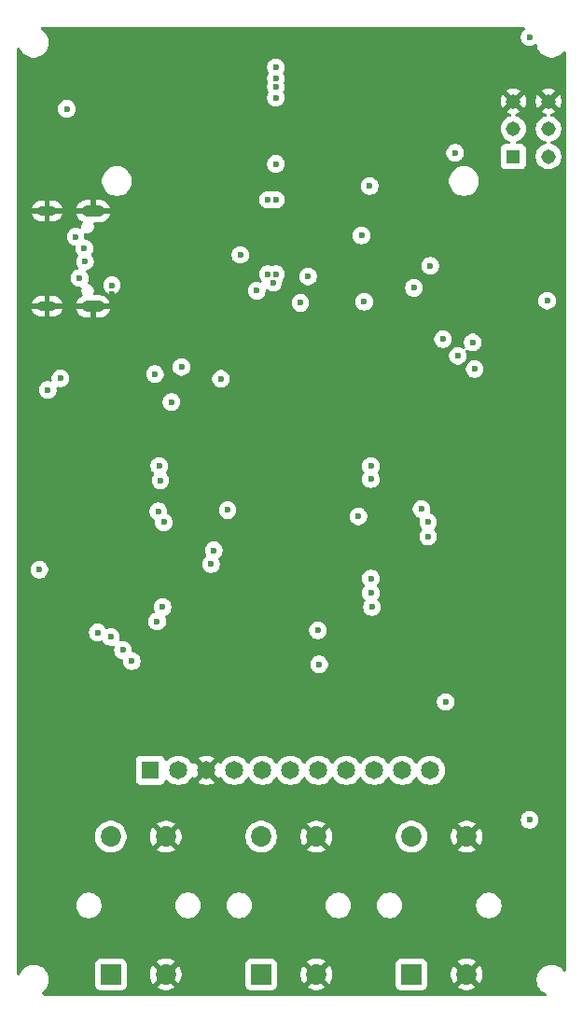
<source format=gbr>
%TF.GenerationSoftware,KiCad,Pcbnew,9.0.5*%
%TF.CreationDate,2025-11-15T02:11:42-05:00*%
%TF.ProjectId,CreditCard,43726564-6974-4436-9172-642e6b696361,rev?*%
%TF.SameCoordinates,Original*%
%TF.FileFunction,Copper,L2,Inr*%
%TF.FilePolarity,Positive*%
%FSLAX46Y46*%
G04 Gerber Fmt 4.6, Leading zero omitted, Abs format (unit mm)*
G04 Created by KiCad (PCBNEW 9.0.5) date 2025-11-15 02:11:42*
%MOMM*%
%LPD*%
G01*
G04 APERTURE LIST*
%TA.AperFunction,ComponentPad*%
%ADD10R,1.854200X1.854200*%
%TD*%
%TA.AperFunction,ComponentPad*%
%ADD11C,1.854200*%
%TD*%
%TA.AperFunction,ComponentPad*%
%ADD12R,1.308000X1.308000*%
%TD*%
%TA.AperFunction,ComponentPad*%
%ADD13C,1.308000*%
%TD*%
%TA.AperFunction,ComponentPad*%
%ADD14R,1.650000X1.650000*%
%TD*%
%TA.AperFunction,ComponentPad*%
%ADD15C,1.650000*%
%TD*%
%TA.AperFunction,ComponentPad*%
%ADD16O,2.100000X1.050000*%
%TD*%
%TA.AperFunction,ComponentPad*%
%ADD17O,1.800000X0.900000*%
%TD*%
%TA.AperFunction,ViaPad*%
%ADD18C,0.600000*%
%TD*%
G04 APERTURE END LIST*
D10*
%TO.N,GPIO2*%
%TO.C,SW1*%
X109000000Y-122914250D03*
D11*
%TO.N,GND*%
X114000000Y-122914250D03*
X114000000Y-110414250D03*
%TO.N,GPIO2*%
X109000000Y-110414250D03*
%TD*%
D12*
%TO.N,Vsys*%
%TO.C,S1*%
X145525000Y-48725000D03*
D13*
%TO.N,/PWR/POWER_EN*%
X145525000Y-46225000D03*
%TO.N,GND*%
X145525000Y-43725000D03*
%TO.N,Vsys*%
X148725000Y-48725000D03*
%TO.N,/PWR/POWER_EN*%
X148725000Y-46225000D03*
%TO.N,GND*%
X148725000Y-43725000D03*
%TD*%
D10*
%TO.N,GPIO3*%
%TO.C,SW2*%
X122649200Y-122914250D03*
D11*
%TO.N,GND*%
X127649200Y-122914250D03*
X127649200Y-110414250D03*
%TO.N,GPIO3*%
X122649200Y-110414250D03*
%TD*%
D14*
%TO.N,3V3*%
%TO.C,J2*%
X112600000Y-104400000D03*
D15*
%TO.N,unconnected-(J2-Pad2)*%
X115140000Y-104400000D03*
%TO.N,GND*%
X117680000Y-104400000D03*
%TO.N,SCK*%
X120220000Y-104400000D03*
%TO.N,MISO*%
X122760000Y-104400000D03*
%TO.N,MOSI*%
X125300000Y-104400000D03*
%TO.N,LCD_CS*%
X127840000Y-104400000D03*
%TO.N,LCD_RESET*%
X130380000Y-104400000D03*
%TO.N,LCD_D{slash}C*%
X132920000Y-104400000D03*
%TO.N,CS_SD*%
X135460000Y-104400000D03*
%TO.N,Net-(J2-Pad11)*%
X138000000Y-104400000D03*
%TD*%
D10*
%TO.N,GPIO4*%
%TO.C,SW3*%
X136298400Y-122914250D03*
D11*
%TO.N,GND*%
X141298400Y-122914250D03*
X141298400Y-110414250D03*
%TO.N,GPIO4*%
X136298400Y-110414250D03*
%TD*%
D16*
%TO.N,GND*%
%TO.C,J3*%
X107395000Y-62320000D03*
X107395000Y-53680000D03*
D17*
X103215000Y-62320000D03*
X103215000Y-53680000D03*
%TD*%
D18*
%TO.N,Vbat*%
X147000000Y-37900000D03*
%TO.N,Vsys*%
X132500000Y-51400000D03*
%TO.N,Vbus*%
X105000000Y-44400000D03*
%TO.N,GND*%
X147000000Y-114400000D03*
%TO.N,3V3*%
X147000000Y-108900000D03*
X103275000Y-69900000D03*
X104437500Y-68837500D03*
X113000000Y-68460000D03*
X115412500Y-67812500D03*
X114500000Y-71000000D03*
X119000000Y-68900000D03*
%TO.N,Vsys*%
X140250000Y-48400000D03*
X136500000Y-60650000D03*
X138000000Y-58650000D03*
X131750000Y-55900000D03*
X132000000Y-61900000D03*
X126204664Y-62000783D03*
X123750000Y-60150000D03*
X122250000Y-60900000D03*
X124000000Y-59400000D03*
X123250000Y-59400000D03*
%TO.N,Vbat*%
X123977479Y-40650000D03*
X123977479Y-41650000D03*
X123977479Y-42400000D03*
X123977479Y-43400000D03*
X123977479Y-49400000D03*
X124000000Y-52650000D03*
X123250000Y-52650000D03*
%TO.N,3V3*%
X141850000Y-65600000D03*
X148600000Y-61800000D03*
X140500000Y-66800000D03*
X132600000Y-76800000D03*
X142025000Y-68000000D03*
X139400000Y-98200000D03*
X131462500Y-81362500D03*
X139150001Y-65300000D03*
%TO.N,MCU_EN*%
X132600000Y-78000000D03*
%TO.N,GND*%
X118000000Y-100000001D03*
X121100000Y-50200000D03*
X125300000Y-58300000D03*
X126422500Y-81977500D03*
X130700000Y-37600000D03*
X109100000Y-54800000D03*
X109100000Y-61200000D03*
X126949999Y-51650001D03*
X126100000Y-57600000D03*
X143600000Y-68000000D03*
X131000000Y-44250001D03*
X126977478Y-43400000D03*
X118200000Y-75600000D03*
X100800000Y-69000000D03*
X126397500Y-80702500D03*
X125325000Y-57600000D03*
X121000000Y-58800003D03*
X123800000Y-63900000D03*
X118900000Y-67000000D03*
X127607500Y-80707500D03*
X126800000Y-58300000D03*
X121800000Y-100000000D03*
X110300000Y-65900000D03*
X120000000Y-44250001D03*
X138200000Y-60400000D03*
X132600000Y-75600000D03*
X100800000Y-70800000D03*
X143800000Y-65300000D03*
X119700000Y-37600000D03*
X128250000Y-52400000D03*
X126100000Y-58300000D03*
X136600000Y-98200000D03*
X107500000Y-71000000D03*
X142600000Y-44600000D03*
X148600000Y-53300000D03*
X134300000Y-44300000D03*
X135100000Y-57400000D03*
X110100000Y-74500000D03*
X135100001Y-68699999D03*
X118200000Y-70500000D03*
X140700000Y-45300000D03*
X142000000Y-37500000D03*
X128200000Y-67700000D03*
X119400000Y-52000000D03*
X127582500Y-81982500D03*
X143400000Y-80700000D03*
X112600000Y-44200000D03*
X143425000Y-89500000D03*
X107400000Y-66000000D03*
X126977478Y-40650000D03*
X126800000Y-57600000D03*
%TO.N,GPIO2*%
X102500000Y-86200000D03*
X113400000Y-76800000D03*
%TO.N,GPIO3*%
X113500000Y-78100000D03*
X107800000Y-91900000D03*
%TO.N,Vbus*%
X109100000Y-60400000D03*
X120750000Y-57650000D03*
%TO.N,GPIO5*%
X137200000Y-80700000D03*
%TO.N,GPIO6*%
X137800000Y-81900000D03*
%TO.N,GPIO7*%
X137800000Y-83200000D03*
%TO.N,IO_CHG*%
X118350000Y-84450000D03*
X126900000Y-59600000D03*
%TO.N,LCD_D{slash}C*%
X113300000Y-80900000D03*
X119600000Y-80800000D03*
%TO.N,CS_SD*%
X118100000Y-85700000D03*
%TO.N,MISO*%
X113200000Y-90900000D03*
X110100000Y-93500000D03*
%TO.N,MOSI*%
X113700000Y-89600000D03*
X110900000Y-94500000D03*
%TO.N,SCK*%
X109000000Y-92300000D03*
X113800000Y-81900000D03*
%TO.N,D_P*%
X106650000Y-58250000D03*
X106600473Y-57049000D03*
%TO.N,Net-(U8-IO8)*%
X132600000Y-87000000D03*
%TO.N,AudioL*%
X132600000Y-88300000D03*
X127800000Y-91700000D03*
%TO.N,AudioR*%
X132700000Y-89600000D03*
X127900000Y-94800000D03*
%TO.N,Net-(F5-GOLDFINGER)*%
X106175000Y-59750000D03*
%TO.N,Net-(F6-GOLDFINGER)*%
X105800000Y-56000000D03*
%TD*%
%TA.AperFunction,Conductor*%
%TO.N,GND*%
G36*
X146563600Y-37020185D02*
G01*
X146609355Y-37072989D01*
X146619299Y-37142147D01*
X146590274Y-37205703D01*
X146565452Y-37227602D01*
X146489711Y-37278210D01*
X146489707Y-37278213D01*
X146378213Y-37389707D01*
X146378210Y-37389711D01*
X146290609Y-37520814D01*
X146290602Y-37520827D01*
X146230264Y-37666498D01*
X146230261Y-37666510D01*
X146199500Y-37821153D01*
X146199500Y-37978846D01*
X146230261Y-38133489D01*
X146230264Y-38133501D01*
X146290602Y-38279172D01*
X146290609Y-38279185D01*
X146378210Y-38410288D01*
X146378213Y-38410292D01*
X146489707Y-38521786D01*
X146489711Y-38521789D01*
X146620814Y-38609390D01*
X146620827Y-38609397D01*
X146766498Y-38669735D01*
X146766503Y-38669737D01*
X146921153Y-38700499D01*
X146921156Y-38700500D01*
X146921158Y-38700500D01*
X147078844Y-38700500D01*
X147078845Y-38700499D01*
X147233497Y-38669737D01*
X147379179Y-38609394D01*
X147477338Y-38543805D01*
X147544013Y-38522929D01*
X147611393Y-38541413D01*
X147658084Y-38593392D01*
X147668700Y-38627511D01*
X147682753Y-38716239D01*
X147748444Y-38918414D01*
X147844951Y-39107820D01*
X147969890Y-39279786D01*
X148120213Y-39430109D01*
X148292179Y-39555048D01*
X148292181Y-39555049D01*
X148292184Y-39555051D01*
X148481588Y-39651557D01*
X148683757Y-39717246D01*
X148893713Y-39750500D01*
X148893714Y-39750500D01*
X149106286Y-39750500D01*
X149106287Y-39750500D01*
X149316243Y-39717246D01*
X149518412Y-39651557D01*
X149707816Y-39555051D01*
X149729789Y-39539086D01*
X149879786Y-39430109D01*
X149879788Y-39430106D01*
X149879792Y-39430104D01*
X150030104Y-39279792D01*
X150075181Y-39217747D01*
X150130511Y-39175082D01*
X150200124Y-39169103D01*
X150261920Y-39201708D01*
X150296277Y-39262547D01*
X150299500Y-39290633D01*
X150299500Y-122509366D01*
X150279815Y-122576405D01*
X150227011Y-122622160D01*
X150157853Y-122632104D01*
X150094297Y-122603079D01*
X150075182Y-122582251D01*
X150030109Y-122520214D01*
X150030105Y-122520209D01*
X149879786Y-122369890D01*
X149707820Y-122244951D01*
X149518414Y-122148444D01*
X149518413Y-122148443D01*
X149518412Y-122148443D01*
X149316243Y-122082754D01*
X149316241Y-122082753D01*
X149316240Y-122082753D01*
X149154957Y-122057208D01*
X149106287Y-122049500D01*
X148893713Y-122049500D01*
X148845042Y-122057208D01*
X148683760Y-122082753D01*
X148481585Y-122148444D01*
X148292179Y-122244951D01*
X148120213Y-122369890D01*
X147969890Y-122520213D01*
X147844951Y-122692179D01*
X147748444Y-122881585D01*
X147682753Y-123083760D01*
X147649500Y-123293713D01*
X147649500Y-123506286D01*
X147682753Y-123716239D01*
X147748444Y-123918414D01*
X147844951Y-124107820D01*
X147969890Y-124279786D01*
X148120213Y-124430109D01*
X148292179Y-124555048D01*
X148292181Y-124555049D01*
X148292184Y-124555051D01*
X148481588Y-124651557D01*
X148500092Y-124657569D01*
X148557768Y-124697006D01*
X148584966Y-124761365D01*
X148573051Y-124830211D01*
X148525807Y-124881687D01*
X148461774Y-124899500D01*
X103118019Y-124899500D01*
X103050980Y-124879815D01*
X103037730Y-124869997D01*
X102806029Y-124673132D01*
X102767686Y-124614723D01*
X102767007Y-124544857D01*
X102804209Y-124485715D01*
X102813433Y-124478316D01*
X102879792Y-124430104D01*
X103030104Y-124279792D01*
X103030106Y-124279788D01*
X103030109Y-124279786D01*
X103155048Y-124107820D01*
X103155047Y-124107820D01*
X103155051Y-124107816D01*
X103251557Y-123918412D01*
X103317246Y-123716243D01*
X103350500Y-123506287D01*
X103350500Y-123293713D01*
X103317246Y-123083757D01*
X103251557Y-122881588D01*
X103155051Y-122692184D01*
X103155049Y-122692181D01*
X103155048Y-122692179D01*
X103030109Y-122520213D01*
X102879786Y-122369890D01*
X102707820Y-122244951D01*
X102518414Y-122148444D01*
X102518413Y-122148443D01*
X102518412Y-122148443D01*
X102316243Y-122082754D01*
X102316241Y-122082753D01*
X102316239Y-122082753D01*
X102162662Y-122058429D01*
X102106287Y-122049500D01*
X101893713Y-122049500D01*
X101845042Y-122057208D01*
X101683760Y-122082753D01*
X101481585Y-122148444D01*
X101292179Y-122244951D01*
X101120213Y-122369890D01*
X100969890Y-122520213D01*
X100844951Y-122692179D01*
X100748445Y-122881582D01*
X100748443Y-122881587D01*
X100748443Y-122881588D01*
X100742429Y-122900094D01*
X100702992Y-122957768D01*
X100638633Y-122984965D01*
X100569787Y-122973050D01*
X100518312Y-122925805D01*
X100500500Y-122861773D01*
X100500500Y-121939285D01*
X107572400Y-121939285D01*
X107572400Y-123889220D01*
X107572401Y-123889226D01*
X107578808Y-123948833D01*
X107629102Y-124083678D01*
X107629106Y-124083685D01*
X107715352Y-124198894D01*
X107715355Y-124198897D01*
X107830564Y-124285143D01*
X107830571Y-124285147D01*
X107965417Y-124335441D01*
X107965416Y-124335441D01*
X107972344Y-124336185D01*
X108025027Y-124341850D01*
X109974972Y-124341849D01*
X110034583Y-124335441D01*
X110169431Y-124285146D01*
X110284646Y-124198896D01*
X110370896Y-124083681D01*
X110421191Y-123948833D01*
X110427600Y-123889223D01*
X110427599Y-122801935D01*
X112572900Y-122801935D01*
X112572900Y-123026564D01*
X112608040Y-123248431D01*
X112677452Y-123462063D01*
X112779435Y-123662213D01*
X112829531Y-123731163D01*
X112829532Y-123731164D01*
X113381277Y-123179418D01*
X113403506Y-123233082D01*
X113477169Y-123343326D01*
X113570924Y-123437081D01*
X113681168Y-123510744D01*
X113734831Y-123532971D01*
X113183084Y-124084717D01*
X113183085Y-124084718D01*
X113252031Y-124134810D01*
X113252044Y-124134818D01*
X113452186Y-124236797D01*
X113665818Y-124306209D01*
X113887686Y-124341350D01*
X114112314Y-124341350D01*
X114334181Y-124306209D01*
X114547813Y-124236797D01*
X114747963Y-124134814D01*
X114816913Y-124084717D01*
X114265168Y-123532972D01*
X114318832Y-123510744D01*
X114429076Y-123437081D01*
X114522831Y-123343326D01*
X114596494Y-123233082D01*
X114618721Y-123179418D01*
X115170467Y-123731164D01*
X115170467Y-123731163D01*
X115220564Y-123662213D01*
X115322547Y-123462063D01*
X115391959Y-123248431D01*
X115427100Y-123026564D01*
X115427100Y-122801935D01*
X115391959Y-122580068D01*
X115322547Y-122366436D01*
X115220568Y-122166294D01*
X115220560Y-122166281D01*
X115170468Y-122097335D01*
X115170467Y-122097334D01*
X114618721Y-122649080D01*
X114596494Y-122595418D01*
X114522831Y-122485174D01*
X114429076Y-122391419D01*
X114318832Y-122317756D01*
X114265168Y-122295528D01*
X114621411Y-121939285D01*
X121221600Y-121939285D01*
X121221600Y-123889220D01*
X121221601Y-123889226D01*
X121228008Y-123948833D01*
X121278302Y-124083678D01*
X121278306Y-124083685D01*
X121364552Y-124198894D01*
X121364555Y-124198897D01*
X121479764Y-124285143D01*
X121479771Y-124285147D01*
X121614617Y-124335441D01*
X121614616Y-124335441D01*
X121621544Y-124336185D01*
X121674227Y-124341850D01*
X123624172Y-124341849D01*
X123683783Y-124335441D01*
X123818631Y-124285146D01*
X123933846Y-124198896D01*
X124020096Y-124083681D01*
X124070391Y-123948833D01*
X124076800Y-123889223D01*
X124076799Y-122801935D01*
X126222100Y-122801935D01*
X126222100Y-123026564D01*
X126257240Y-123248431D01*
X126326652Y-123462063D01*
X126428635Y-123662213D01*
X126478731Y-123731163D01*
X126478732Y-123731164D01*
X127030477Y-123179418D01*
X127052706Y-123233082D01*
X127126369Y-123343326D01*
X127220124Y-123437081D01*
X127330368Y-123510744D01*
X127384031Y-123532971D01*
X126832284Y-124084717D01*
X126832285Y-124084718D01*
X126901231Y-124134810D01*
X126901244Y-124134818D01*
X127101386Y-124236797D01*
X127315018Y-124306209D01*
X127536886Y-124341350D01*
X127761514Y-124341350D01*
X127983381Y-124306209D01*
X128197013Y-124236797D01*
X128397163Y-124134814D01*
X128466113Y-124084717D01*
X127914368Y-123532972D01*
X127968032Y-123510744D01*
X128078276Y-123437081D01*
X128172031Y-123343326D01*
X128245694Y-123233082D01*
X128267921Y-123179418D01*
X128819667Y-123731164D01*
X128819667Y-123731163D01*
X128869764Y-123662213D01*
X128971747Y-123462063D01*
X129041159Y-123248431D01*
X129076300Y-123026564D01*
X129076300Y-122801935D01*
X129041159Y-122580068D01*
X128971747Y-122366436D01*
X128869768Y-122166294D01*
X128869760Y-122166281D01*
X128819668Y-122097335D01*
X128819667Y-122097334D01*
X128267921Y-122649080D01*
X128245694Y-122595418D01*
X128172031Y-122485174D01*
X128078276Y-122391419D01*
X127968032Y-122317756D01*
X127914368Y-122295528D01*
X128270611Y-121939285D01*
X134870800Y-121939285D01*
X134870800Y-123889220D01*
X134870801Y-123889226D01*
X134877208Y-123948833D01*
X134927502Y-124083678D01*
X134927506Y-124083685D01*
X135013752Y-124198894D01*
X135013755Y-124198897D01*
X135128964Y-124285143D01*
X135128971Y-124285147D01*
X135263817Y-124335441D01*
X135263816Y-124335441D01*
X135270744Y-124336185D01*
X135323427Y-124341850D01*
X137273372Y-124341849D01*
X137332983Y-124335441D01*
X137467831Y-124285146D01*
X137583046Y-124198896D01*
X137669296Y-124083681D01*
X137719591Y-123948833D01*
X137726000Y-123889223D01*
X137725999Y-122801935D01*
X139871300Y-122801935D01*
X139871300Y-123026564D01*
X139906440Y-123248431D01*
X139975852Y-123462063D01*
X140077835Y-123662213D01*
X140127931Y-123731163D01*
X140127932Y-123731164D01*
X140679677Y-123179418D01*
X140701906Y-123233082D01*
X140775569Y-123343326D01*
X140869324Y-123437081D01*
X140979568Y-123510744D01*
X141033231Y-123532971D01*
X140481484Y-124084717D01*
X140481485Y-124084718D01*
X140550431Y-124134810D01*
X140550444Y-124134818D01*
X140750586Y-124236797D01*
X140964218Y-124306209D01*
X141186086Y-124341350D01*
X141410714Y-124341350D01*
X141632581Y-124306209D01*
X141846213Y-124236797D01*
X142046363Y-124134814D01*
X142115314Y-124084717D01*
X141563568Y-123532972D01*
X141617232Y-123510744D01*
X141727476Y-123437081D01*
X141821231Y-123343326D01*
X141894894Y-123233082D01*
X141917122Y-123179418D01*
X142468867Y-123731163D01*
X142518964Y-123662213D01*
X142620947Y-123462063D01*
X142690359Y-123248431D01*
X142725500Y-123026564D01*
X142725500Y-122801935D01*
X142690359Y-122580068D01*
X142620947Y-122366436D01*
X142518968Y-122166294D01*
X142518960Y-122166281D01*
X142468868Y-122097335D01*
X142468867Y-122097334D01*
X141917121Y-122649080D01*
X141894894Y-122595418D01*
X141821231Y-122485174D01*
X141727476Y-122391419D01*
X141617232Y-122317756D01*
X141563568Y-122295528D01*
X142115314Y-121743782D01*
X142115313Y-121743781D01*
X142046363Y-121693685D01*
X141846213Y-121591702D01*
X141632581Y-121522290D01*
X141410714Y-121487150D01*
X141186086Y-121487150D01*
X140964218Y-121522290D01*
X140750586Y-121591702D01*
X140550433Y-121693687D01*
X140481485Y-121743780D01*
X140481485Y-121743781D01*
X141033231Y-122295527D01*
X140979568Y-122317756D01*
X140869324Y-122391419D01*
X140775569Y-122485174D01*
X140701906Y-122595418D01*
X140679677Y-122649081D01*
X140127931Y-122097335D01*
X140127930Y-122097335D01*
X140077837Y-122166283D01*
X139975852Y-122366436D01*
X139906440Y-122580068D01*
X139871300Y-122801935D01*
X137725999Y-122801935D01*
X137725999Y-121939278D01*
X137719591Y-121879667D01*
X137707883Y-121848275D01*
X137702698Y-121834372D01*
X137669297Y-121744821D01*
X137669293Y-121744814D01*
X137583047Y-121629605D01*
X137583044Y-121629602D01*
X137467835Y-121543356D01*
X137467828Y-121543352D01*
X137332982Y-121493058D01*
X137332983Y-121493058D01*
X137273383Y-121486651D01*
X137273381Y-121486650D01*
X137273373Y-121486650D01*
X137273364Y-121486650D01*
X135323429Y-121486650D01*
X135323423Y-121486651D01*
X135263816Y-121493058D01*
X135128971Y-121543352D01*
X135128964Y-121543356D01*
X135013755Y-121629602D01*
X135013752Y-121629605D01*
X134927506Y-121744814D01*
X134927502Y-121744821D01*
X134877208Y-121879667D01*
X134870801Y-121939266D01*
X134870801Y-121939273D01*
X134870800Y-121939285D01*
X128270611Y-121939285D01*
X128361621Y-121848275D01*
X128466114Y-121743781D01*
X128397163Y-121693685D01*
X128197013Y-121591702D01*
X127983381Y-121522290D01*
X127761514Y-121487150D01*
X127536886Y-121487150D01*
X127315018Y-121522290D01*
X127101386Y-121591702D01*
X126901233Y-121693687D01*
X126832285Y-121743780D01*
X126832285Y-121743781D01*
X127384031Y-122295527D01*
X127330368Y-122317756D01*
X127220124Y-122391419D01*
X127126369Y-122485174D01*
X127052706Y-122595418D01*
X127030477Y-122649081D01*
X126478731Y-122097335D01*
X126478730Y-122097335D01*
X126428637Y-122166283D01*
X126326652Y-122366436D01*
X126257240Y-122580068D01*
X126222100Y-122801935D01*
X124076799Y-122801935D01*
X124076799Y-121939278D01*
X124070391Y-121879667D01*
X124058683Y-121848275D01*
X124053498Y-121834372D01*
X124020097Y-121744821D01*
X124020093Y-121744814D01*
X123933847Y-121629605D01*
X123933844Y-121629602D01*
X123818635Y-121543356D01*
X123818628Y-121543352D01*
X123683782Y-121493058D01*
X123683783Y-121493058D01*
X123624183Y-121486651D01*
X123624181Y-121486650D01*
X123624173Y-121486650D01*
X123624164Y-121486650D01*
X121674229Y-121486650D01*
X121674223Y-121486651D01*
X121614616Y-121493058D01*
X121479771Y-121543352D01*
X121479764Y-121543356D01*
X121364555Y-121629602D01*
X121364552Y-121629605D01*
X121278306Y-121744814D01*
X121278302Y-121744821D01*
X121228008Y-121879667D01*
X121221601Y-121939266D01*
X121221601Y-121939273D01*
X121221600Y-121939285D01*
X114621411Y-121939285D01*
X114712421Y-121848275D01*
X114816914Y-121743781D01*
X114747963Y-121693685D01*
X114547813Y-121591702D01*
X114334181Y-121522290D01*
X114112314Y-121487150D01*
X113887686Y-121487150D01*
X113665818Y-121522290D01*
X113452186Y-121591702D01*
X113252033Y-121693687D01*
X113183085Y-121743780D01*
X113183085Y-121743781D01*
X113734831Y-122295527D01*
X113681168Y-122317756D01*
X113570924Y-122391419D01*
X113477169Y-122485174D01*
X113403506Y-122595418D01*
X113381277Y-122649081D01*
X112829531Y-122097335D01*
X112829530Y-122097335D01*
X112779437Y-122166283D01*
X112677452Y-122366436D01*
X112608040Y-122580068D01*
X112572900Y-122801935D01*
X110427599Y-122801935D01*
X110427599Y-121939278D01*
X110421191Y-121879667D01*
X110409483Y-121848275D01*
X110404298Y-121834372D01*
X110370897Y-121744821D01*
X110370893Y-121744814D01*
X110284647Y-121629605D01*
X110284644Y-121629602D01*
X110169435Y-121543356D01*
X110169428Y-121543352D01*
X110034582Y-121493058D01*
X110034583Y-121493058D01*
X109974983Y-121486651D01*
X109974981Y-121486650D01*
X109974973Y-121486650D01*
X109974964Y-121486650D01*
X108025029Y-121486650D01*
X108025023Y-121486651D01*
X107965416Y-121493058D01*
X107830571Y-121543352D01*
X107830564Y-121543356D01*
X107715355Y-121629602D01*
X107715352Y-121629605D01*
X107629106Y-121744814D01*
X107629102Y-121744821D01*
X107578808Y-121879667D01*
X107572401Y-121939266D01*
X107572401Y-121939273D01*
X107572400Y-121939285D01*
X100500500Y-121939285D01*
X100500500Y-116573564D01*
X105847800Y-116573564D01*
X105847800Y-116754935D01*
X105876171Y-116934059D01*
X105876171Y-116934062D01*
X105932212Y-117106538D01*
X105932214Y-117106541D01*
X106014550Y-117268135D01*
X106121151Y-117414858D01*
X106249392Y-117543099D01*
X106396115Y-117649700D01*
X106557709Y-117732036D01*
X106557711Y-117732037D01*
X106718591Y-117784309D01*
X106730192Y-117788079D01*
X106801586Y-117799386D01*
X106909315Y-117816450D01*
X106909320Y-117816450D01*
X107090685Y-117816450D01*
X107177522Y-117802695D01*
X107269808Y-117788079D01*
X107269811Y-117788078D01*
X107269812Y-117788078D01*
X107442288Y-117732037D01*
X107442288Y-117732036D01*
X107442291Y-117732036D01*
X107603885Y-117649700D01*
X107750608Y-117543099D01*
X107878849Y-117414858D01*
X107985450Y-117268135D01*
X108067786Y-117106541D01*
X108123829Y-116934058D01*
X108138445Y-116841772D01*
X108152200Y-116754935D01*
X108152200Y-116573564D01*
X114847800Y-116573564D01*
X114847800Y-116754935D01*
X114876171Y-116934059D01*
X114876171Y-116934062D01*
X114932212Y-117106538D01*
X114932214Y-117106541D01*
X115014550Y-117268135D01*
X115121151Y-117414858D01*
X115249392Y-117543099D01*
X115396115Y-117649700D01*
X115557709Y-117732036D01*
X115557711Y-117732037D01*
X115718591Y-117784309D01*
X115730192Y-117788079D01*
X115801586Y-117799386D01*
X115909315Y-117816450D01*
X115909320Y-117816450D01*
X116090685Y-117816450D01*
X116177522Y-117802695D01*
X116269808Y-117788079D01*
X116269811Y-117788078D01*
X116269812Y-117788078D01*
X116442288Y-117732037D01*
X116442288Y-117732036D01*
X116442291Y-117732036D01*
X116603885Y-117649700D01*
X116750608Y-117543099D01*
X116878849Y-117414858D01*
X116985450Y-117268135D01*
X117067786Y-117106541D01*
X117123829Y-116934058D01*
X117138445Y-116841772D01*
X117152200Y-116754935D01*
X117152200Y-116573564D01*
X119497000Y-116573564D01*
X119497000Y-116754935D01*
X119525371Y-116934059D01*
X119525371Y-116934062D01*
X119581412Y-117106538D01*
X119581414Y-117106541D01*
X119663750Y-117268135D01*
X119770351Y-117414858D01*
X119898592Y-117543099D01*
X120045315Y-117649700D01*
X120206909Y-117732036D01*
X120206911Y-117732037D01*
X120367791Y-117784309D01*
X120379392Y-117788079D01*
X120450786Y-117799386D01*
X120558515Y-117816450D01*
X120558520Y-117816450D01*
X120739885Y-117816450D01*
X120826722Y-117802695D01*
X120919008Y-117788079D01*
X120919011Y-117788078D01*
X120919012Y-117788078D01*
X121091488Y-117732037D01*
X121091488Y-117732036D01*
X121091491Y-117732036D01*
X121253085Y-117649700D01*
X121399808Y-117543099D01*
X121528049Y-117414858D01*
X121634650Y-117268135D01*
X121716986Y-117106541D01*
X121773029Y-116934058D01*
X121787645Y-116841772D01*
X121801400Y-116754935D01*
X121801400Y-116573564D01*
X128497000Y-116573564D01*
X128497000Y-116754935D01*
X128525371Y-116934059D01*
X128525371Y-116934062D01*
X128581412Y-117106538D01*
X128581414Y-117106541D01*
X128663750Y-117268135D01*
X128770351Y-117414858D01*
X128898592Y-117543099D01*
X129045315Y-117649700D01*
X129206909Y-117732036D01*
X129206911Y-117732037D01*
X129367791Y-117784309D01*
X129379392Y-117788079D01*
X129450786Y-117799386D01*
X129558515Y-117816450D01*
X129558520Y-117816450D01*
X129739885Y-117816450D01*
X129826722Y-117802695D01*
X129919008Y-117788079D01*
X129919011Y-117788078D01*
X129919012Y-117788078D01*
X130091488Y-117732037D01*
X130091488Y-117732036D01*
X130091491Y-117732036D01*
X130253085Y-117649700D01*
X130399808Y-117543099D01*
X130528049Y-117414858D01*
X130634650Y-117268135D01*
X130716986Y-117106541D01*
X130773029Y-116934058D01*
X130787645Y-116841772D01*
X130801400Y-116754935D01*
X130801400Y-116573564D01*
X133146200Y-116573564D01*
X133146200Y-116754935D01*
X133174571Y-116934059D01*
X133174571Y-116934062D01*
X133230612Y-117106538D01*
X133230614Y-117106541D01*
X133312950Y-117268135D01*
X133419551Y-117414858D01*
X133547792Y-117543099D01*
X133694515Y-117649700D01*
X133856109Y-117732036D01*
X133856111Y-117732037D01*
X134016991Y-117784309D01*
X134028592Y-117788079D01*
X134099986Y-117799386D01*
X134207715Y-117816450D01*
X134207720Y-117816450D01*
X134389085Y-117816450D01*
X134475922Y-117802695D01*
X134568208Y-117788079D01*
X134568211Y-117788078D01*
X134568212Y-117788078D01*
X134740688Y-117732037D01*
X134740688Y-117732036D01*
X134740691Y-117732036D01*
X134902285Y-117649700D01*
X135049008Y-117543099D01*
X135177249Y-117414858D01*
X135283850Y-117268135D01*
X135366186Y-117106541D01*
X135422229Y-116934058D01*
X135436845Y-116841772D01*
X135450600Y-116754935D01*
X135450600Y-116573564D01*
X142146200Y-116573564D01*
X142146200Y-116754935D01*
X142174571Y-116934059D01*
X142174571Y-116934062D01*
X142230612Y-117106538D01*
X142230614Y-117106541D01*
X142312950Y-117268135D01*
X142419551Y-117414858D01*
X142547792Y-117543099D01*
X142694515Y-117649700D01*
X142856109Y-117732036D01*
X142856111Y-117732037D01*
X143016991Y-117784309D01*
X143028592Y-117788079D01*
X143099986Y-117799386D01*
X143207715Y-117816450D01*
X143207720Y-117816450D01*
X143389085Y-117816450D01*
X143475922Y-117802695D01*
X143568208Y-117788079D01*
X143568211Y-117788078D01*
X143568212Y-117788078D01*
X143740688Y-117732037D01*
X143740688Y-117732036D01*
X143740691Y-117732036D01*
X143902285Y-117649700D01*
X144049008Y-117543099D01*
X144177249Y-117414858D01*
X144283850Y-117268135D01*
X144366186Y-117106541D01*
X144422229Y-116934058D01*
X144436845Y-116841772D01*
X144450600Y-116754935D01*
X144450600Y-116573564D01*
X144434094Y-116469359D01*
X144422229Y-116394442D01*
X144422228Y-116394438D01*
X144422228Y-116394437D01*
X144366187Y-116221961D01*
X144283849Y-116060364D01*
X144177249Y-115913642D01*
X144049008Y-115785401D01*
X143902285Y-115678800D01*
X143740688Y-115596462D01*
X143568210Y-115540421D01*
X143389085Y-115512050D01*
X143389080Y-115512050D01*
X143207720Y-115512050D01*
X143207715Y-115512050D01*
X143028590Y-115540421D01*
X143028587Y-115540421D01*
X142856111Y-115596462D01*
X142694514Y-115678800D01*
X142610803Y-115739620D01*
X142547792Y-115785401D01*
X142547790Y-115785403D01*
X142547789Y-115785403D01*
X142419553Y-115913639D01*
X142419553Y-115913640D01*
X142419551Y-115913642D01*
X142373770Y-115976653D01*
X142312950Y-116060364D01*
X142230612Y-116221961D01*
X142174571Y-116394437D01*
X142174571Y-116394440D01*
X142146200Y-116573564D01*
X135450600Y-116573564D01*
X135434094Y-116469359D01*
X135422229Y-116394442D01*
X135422228Y-116394438D01*
X135422228Y-116394437D01*
X135366187Y-116221961D01*
X135283849Y-116060364D01*
X135177249Y-115913642D01*
X135049008Y-115785401D01*
X134902285Y-115678800D01*
X134740688Y-115596462D01*
X134568210Y-115540421D01*
X134389085Y-115512050D01*
X134389080Y-115512050D01*
X134207720Y-115512050D01*
X134207715Y-115512050D01*
X134028590Y-115540421D01*
X134028587Y-115540421D01*
X133856111Y-115596462D01*
X133694514Y-115678800D01*
X133610803Y-115739620D01*
X133547792Y-115785401D01*
X133547790Y-115785403D01*
X133547789Y-115785403D01*
X133419553Y-115913639D01*
X133419553Y-115913640D01*
X133419551Y-115913642D01*
X133373770Y-115976653D01*
X133312950Y-116060364D01*
X133230612Y-116221961D01*
X133174571Y-116394437D01*
X133174571Y-116394440D01*
X133146200Y-116573564D01*
X130801400Y-116573564D01*
X130784894Y-116469359D01*
X130773029Y-116394442D01*
X130773028Y-116394438D01*
X130773028Y-116394437D01*
X130716987Y-116221961D01*
X130634649Y-116060364D01*
X130528049Y-115913642D01*
X130399808Y-115785401D01*
X130253085Y-115678800D01*
X130091488Y-115596462D01*
X129919010Y-115540421D01*
X129739885Y-115512050D01*
X129739880Y-115512050D01*
X129558520Y-115512050D01*
X129558515Y-115512050D01*
X129379390Y-115540421D01*
X129379387Y-115540421D01*
X129206911Y-115596462D01*
X129045314Y-115678800D01*
X128961603Y-115739620D01*
X128898592Y-115785401D01*
X128898590Y-115785403D01*
X128898589Y-115785403D01*
X128770353Y-115913639D01*
X128770353Y-115913640D01*
X128770351Y-115913642D01*
X128724570Y-115976653D01*
X128663750Y-116060364D01*
X128581412Y-116221961D01*
X128525371Y-116394437D01*
X128525371Y-116394440D01*
X128497000Y-116573564D01*
X121801400Y-116573564D01*
X121784894Y-116469359D01*
X121773029Y-116394442D01*
X121773028Y-116394438D01*
X121773028Y-116394437D01*
X121716987Y-116221961D01*
X121634649Y-116060364D01*
X121528049Y-115913642D01*
X121399808Y-115785401D01*
X121253085Y-115678800D01*
X121091488Y-115596462D01*
X120919010Y-115540421D01*
X120739885Y-115512050D01*
X120739880Y-115512050D01*
X120558520Y-115512050D01*
X120558515Y-115512050D01*
X120379390Y-115540421D01*
X120379387Y-115540421D01*
X120206911Y-115596462D01*
X120045314Y-115678800D01*
X119961603Y-115739620D01*
X119898592Y-115785401D01*
X119898590Y-115785403D01*
X119898589Y-115785403D01*
X119770353Y-115913639D01*
X119770353Y-115913640D01*
X119770351Y-115913642D01*
X119724570Y-115976653D01*
X119663750Y-116060364D01*
X119581412Y-116221961D01*
X119525371Y-116394437D01*
X119525371Y-116394440D01*
X119497000Y-116573564D01*
X117152200Y-116573564D01*
X117135694Y-116469359D01*
X117123829Y-116394442D01*
X117123828Y-116394438D01*
X117123828Y-116394437D01*
X117067787Y-116221961D01*
X116985449Y-116060364D01*
X116878849Y-115913642D01*
X116750608Y-115785401D01*
X116603885Y-115678800D01*
X116442288Y-115596462D01*
X116269810Y-115540421D01*
X116090685Y-115512050D01*
X116090680Y-115512050D01*
X115909320Y-115512050D01*
X115909315Y-115512050D01*
X115730190Y-115540421D01*
X115730187Y-115540421D01*
X115557711Y-115596462D01*
X115396114Y-115678800D01*
X115312403Y-115739620D01*
X115249392Y-115785401D01*
X115249390Y-115785403D01*
X115249389Y-115785403D01*
X115121153Y-115913639D01*
X115121153Y-115913640D01*
X115121151Y-115913642D01*
X115075370Y-115976653D01*
X115014550Y-116060364D01*
X114932212Y-116221961D01*
X114876171Y-116394437D01*
X114876171Y-116394440D01*
X114847800Y-116573564D01*
X108152200Y-116573564D01*
X108135694Y-116469359D01*
X108123829Y-116394442D01*
X108123828Y-116394438D01*
X108123828Y-116394437D01*
X108067787Y-116221961D01*
X107985449Y-116060364D01*
X107878849Y-115913642D01*
X107750608Y-115785401D01*
X107603885Y-115678800D01*
X107442288Y-115596462D01*
X107269810Y-115540421D01*
X107090685Y-115512050D01*
X107090680Y-115512050D01*
X106909320Y-115512050D01*
X106909315Y-115512050D01*
X106730190Y-115540421D01*
X106730187Y-115540421D01*
X106557711Y-115596462D01*
X106396114Y-115678800D01*
X106312403Y-115739620D01*
X106249392Y-115785401D01*
X106249390Y-115785403D01*
X106249389Y-115785403D01*
X106121153Y-115913639D01*
X106121153Y-115913640D01*
X106121151Y-115913642D01*
X106075370Y-115976653D01*
X106014550Y-116060364D01*
X105932212Y-116221961D01*
X105876171Y-116394437D01*
X105876171Y-116394440D01*
X105847800Y-116573564D01*
X100500500Y-116573564D01*
X100500500Y-110301895D01*
X107572400Y-110301895D01*
X107572400Y-110526604D01*
X107607552Y-110748543D01*
X107607552Y-110748544D01*
X107607553Y-110748547D01*
X107676992Y-110962258D01*
X107779007Y-111162475D01*
X107911088Y-111344269D01*
X108069981Y-111503162D01*
X108251775Y-111635243D01*
X108451992Y-111737258D01*
X108665703Y-111806697D01*
X108887645Y-111841850D01*
X108887646Y-111841850D01*
X109112354Y-111841850D01*
X109112355Y-111841850D01*
X109334297Y-111806697D01*
X109548008Y-111737258D01*
X109748225Y-111635243D01*
X109930019Y-111503162D01*
X110088912Y-111344269D01*
X110220993Y-111162475D01*
X110323008Y-110962258D01*
X110392447Y-110748547D01*
X110427600Y-110526605D01*
X110427600Y-110301935D01*
X112572900Y-110301935D01*
X112572900Y-110526564D01*
X112608040Y-110748431D01*
X112677452Y-110962063D01*
X112779435Y-111162213D01*
X112829531Y-111231163D01*
X112829532Y-111231164D01*
X113381277Y-110679418D01*
X113403506Y-110733082D01*
X113477169Y-110843326D01*
X113570924Y-110937081D01*
X113681168Y-111010744D01*
X113734831Y-111032971D01*
X113183084Y-111584717D01*
X113183085Y-111584718D01*
X113252031Y-111634810D01*
X113252044Y-111634818D01*
X113452186Y-111736797D01*
X113665818Y-111806209D01*
X113887686Y-111841350D01*
X114112314Y-111841350D01*
X114334181Y-111806209D01*
X114547813Y-111736797D01*
X114747963Y-111634814D01*
X114816913Y-111584717D01*
X114265168Y-111032972D01*
X114318832Y-111010744D01*
X114429076Y-110937081D01*
X114522831Y-110843326D01*
X114596494Y-110733082D01*
X114618721Y-110679418D01*
X115170467Y-111231164D01*
X115170467Y-111231163D01*
X115220564Y-111162213D01*
X115322547Y-110962063D01*
X115391959Y-110748431D01*
X115427100Y-110526564D01*
X115427100Y-110301935D01*
X115427094Y-110301895D01*
X121221600Y-110301895D01*
X121221600Y-110526604D01*
X121256752Y-110748543D01*
X121256752Y-110748544D01*
X121256753Y-110748547D01*
X121326192Y-110962258D01*
X121428207Y-111162475D01*
X121560288Y-111344269D01*
X121719181Y-111503162D01*
X121900975Y-111635243D01*
X122101192Y-111737258D01*
X122314903Y-111806697D01*
X122536845Y-111841850D01*
X122536846Y-111841850D01*
X122761554Y-111841850D01*
X122761555Y-111841850D01*
X122983497Y-111806697D01*
X123197208Y-111737258D01*
X123397425Y-111635243D01*
X123579219Y-111503162D01*
X123738112Y-111344269D01*
X123870193Y-111162475D01*
X123972208Y-110962258D01*
X124041647Y-110748547D01*
X124076800Y-110526605D01*
X124076800Y-110301935D01*
X126222100Y-110301935D01*
X126222100Y-110526564D01*
X126257240Y-110748431D01*
X126326652Y-110962063D01*
X126428635Y-111162213D01*
X126478731Y-111231163D01*
X126478732Y-111231164D01*
X127030477Y-110679418D01*
X127052706Y-110733082D01*
X127126369Y-110843326D01*
X127220124Y-110937081D01*
X127330368Y-111010744D01*
X127384031Y-111032971D01*
X126832284Y-111584717D01*
X126832285Y-111584718D01*
X126901231Y-111634810D01*
X126901244Y-111634818D01*
X127101386Y-111736797D01*
X127315018Y-111806209D01*
X127536886Y-111841350D01*
X127761514Y-111841350D01*
X127983381Y-111806209D01*
X128197013Y-111736797D01*
X128397163Y-111634814D01*
X128466113Y-111584717D01*
X127914368Y-111032972D01*
X127968032Y-111010744D01*
X128078276Y-110937081D01*
X128172031Y-110843326D01*
X128245694Y-110733082D01*
X128267921Y-110679418D01*
X128819667Y-111231164D01*
X128819667Y-111231163D01*
X128869764Y-111162213D01*
X128971747Y-110962063D01*
X129041159Y-110748431D01*
X129076300Y-110526564D01*
X129076300Y-110301935D01*
X129076294Y-110301895D01*
X134870800Y-110301895D01*
X134870800Y-110526604D01*
X134905952Y-110748543D01*
X134905952Y-110748544D01*
X134905953Y-110748547D01*
X134975392Y-110962258D01*
X135077407Y-111162475D01*
X135209488Y-111344269D01*
X135368381Y-111503162D01*
X135550175Y-111635243D01*
X135750392Y-111737258D01*
X135964103Y-111806697D01*
X136186045Y-111841850D01*
X136186046Y-111841850D01*
X136410754Y-111841850D01*
X136410755Y-111841850D01*
X136632697Y-111806697D01*
X136846408Y-111737258D01*
X137046625Y-111635243D01*
X137228419Y-111503162D01*
X137387312Y-111344269D01*
X137519393Y-111162475D01*
X137621408Y-110962258D01*
X137690847Y-110748547D01*
X137726000Y-110526605D01*
X137726000Y-110301935D01*
X139871300Y-110301935D01*
X139871300Y-110526564D01*
X139906440Y-110748431D01*
X139975852Y-110962063D01*
X140077835Y-111162213D01*
X140127931Y-111231163D01*
X140127932Y-111231164D01*
X140679677Y-110679418D01*
X140701906Y-110733082D01*
X140775569Y-110843326D01*
X140869324Y-110937081D01*
X140979568Y-111010744D01*
X141033231Y-111032971D01*
X140481484Y-111584717D01*
X140481485Y-111584718D01*
X140550431Y-111634810D01*
X140550444Y-111634818D01*
X140750586Y-111736797D01*
X140964218Y-111806209D01*
X141186086Y-111841350D01*
X141410714Y-111841350D01*
X141632581Y-111806209D01*
X141846213Y-111736797D01*
X142046363Y-111634814D01*
X142115313Y-111584717D01*
X141563568Y-111032972D01*
X141617232Y-111010744D01*
X141727476Y-110937081D01*
X141821231Y-110843326D01*
X141894894Y-110733082D01*
X141917122Y-110679418D01*
X142468867Y-111231163D01*
X142518964Y-111162213D01*
X142620947Y-110962063D01*
X142690359Y-110748431D01*
X142725500Y-110526564D01*
X142725500Y-110301935D01*
X142690359Y-110080068D01*
X142620947Y-109866436D01*
X142518968Y-109666294D01*
X142518960Y-109666281D01*
X142468868Y-109597335D01*
X142468867Y-109597334D01*
X141917121Y-110149080D01*
X141894894Y-110095418D01*
X141821231Y-109985174D01*
X141727476Y-109891419D01*
X141617232Y-109817756D01*
X141563568Y-109795528D01*
X142115314Y-109243782D01*
X142115313Y-109243781D01*
X142046363Y-109193685D01*
X141846213Y-109091702D01*
X141632581Y-109022290D01*
X141410714Y-108987150D01*
X141186086Y-108987150D01*
X140964218Y-109022290D01*
X140750586Y-109091702D01*
X140550433Y-109193687D01*
X140481485Y-109243780D01*
X140481485Y-109243781D01*
X141033231Y-109795527D01*
X140979568Y-109817756D01*
X140869324Y-109891419D01*
X140775569Y-109985174D01*
X140701906Y-110095418D01*
X140679677Y-110149081D01*
X140127931Y-109597335D01*
X140127930Y-109597335D01*
X140077837Y-109666283D01*
X139975852Y-109866436D01*
X139906440Y-110080068D01*
X139871300Y-110301935D01*
X137726000Y-110301935D01*
X137726000Y-110301895D01*
X137690847Y-110079953D01*
X137621408Y-109866242D01*
X137519393Y-109666025D01*
X137387312Y-109484231D01*
X137228419Y-109325338D01*
X137046625Y-109193257D01*
X136846410Y-109091243D01*
X136846409Y-109091242D01*
X136846408Y-109091242D01*
X136632697Y-109021803D01*
X136632695Y-109021802D01*
X136632693Y-109021802D01*
X136477732Y-108997258D01*
X136410755Y-108986650D01*
X136186045Y-108986650D01*
X136134594Y-108994799D01*
X135964106Y-109021802D01*
X135964105Y-109021802D01*
X135750389Y-109091243D01*
X135550174Y-109193257D01*
X135368378Y-109325340D01*
X135209490Y-109484228D01*
X135077407Y-109666024D01*
X134975393Y-109866239D01*
X134905952Y-110079955D01*
X134905952Y-110079956D01*
X134870800Y-110301895D01*
X129076294Y-110301895D01*
X129041159Y-110080068D01*
X128971747Y-109866436D01*
X128869768Y-109666294D01*
X128869760Y-109666281D01*
X128819668Y-109597335D01*
X128819667Y-109597334D01*
X128267921Y-110149080D01*
X128245694Y-110095418D01*
X128172031Y-109985174D01*
X128078276Y-109891419D01*
X127968032Y-109817756D01*
X127914368Y-109795528D01*
X128466114Y-109243782D01*
X128466113Y-109243781D01*
X128397163Y-109193685D01*
X128197013Y-109091702D01*
X127983381Y-109022290D01*
X127761514Y-108987150D01*
X127536886Y-108987150D01*
X127315018Y-109022290D01*
X127101386Y-109091702D01*
X126901233Y-109193687D01*
X126832285Y-109243780D01*
X126832285Y-109243781D01*
X127384031Y-109795527D01*
X127330368Y-109817756D01*
X127220124Y-109891419D01*
X127126369Y-109985174D01*
X127052706Y-110095418D01*
X127030477Y-110149081D01*
X126478731Y-109597335D01*
X126478730Y-109597335D01*
X126428637Y-109666283D01*
X126326652Y-109866436D01*
X126257240Y-110080068D01*
X126222100Y-110301935D01*
X124076800Y-110301935D01*
X124076800Y-110301895D01*
X124041647Y-110079953D01*
X123972208Y-109866242D01*
X123870193Y-109666025D01*
X123738112Y-109484231D01*
X123579219Y-109325338D01*
X123397425Y-109193257D01*
X123197210Y-109091243D01*
X123197209Y-109091242D01*
X123197208Y-109091242D01*
X122983497Y-109021803D01*
X122983495Y-109021802D01*
X122983493Y-109021802D01*
X122828532Y-108997258D01*
X122761555Y-108986650D01*
X122536845Y-108986650D01*
X122485394Y-108994799D01*
X122314906Y-109021802D01*
X122314905Y-109021802D01*
X122101189Y-109091243D01*
X121900974Y-109193257D01*
X121719178Y-109325340D01*
X121560290Y-109484228D01*
X121428207Y-109666024D01*
X121326193Y-109866239D01*
X121256752Y-110079955D01*
X121256752Y-110079956D01*
X121221600Y-110301895D01*
X115427094Y-110301895D01*
X115391959Y-110080068D01*
X115322547Y-109866436D01*
X115220568Y-109666294D01*
X115220560Y-109666281D01*
X115170468Y-109597335D01*
X115170467Y-109597334D01*
X114618721Y-110149080D01*
X114596494Y-110095418D01*
X114522831Y-109985174D01*
X114429076Y-109891419D01*
X114318832Y-109817756D01*
X114265168Y-109795528D01*
X114816914Y-109243782D01*
X114816913Y-109243781D01*
X114747963Y-109193685D01*
X114547813Y-109091702D01*
X114334181Y-109022290D01*
X114112314Y-108987150D01*
X113887686Y-108987150D01*
X113665818Y-109022290D01*
X113452186Y-109091702D01*
X113252033Y-109193687D01*
X113183085Y-109243780D01*
X113183085Y-109243781D01*
X113734831Y-109795527D01*
X113681168Y-109817756D01*
X113570924Y-109891419D01*
X113477169Y-109985174D01*
X113403506Y-110095418D01*
X113381277Y-110149081D01*
X112829531Y-109597335D01*
X112829530Y-109597335D01*
X112779437Y-109666283D01*
X112677452Y-109866436D01*
X112608040Y-110080068D01*
X112572900Y-110301935D01*
X110427600Y-110301935D01*
X110427600Y-110301895D01*
X110392447Y-110079953D01*
X110323008Y-109866242D01*
X110220993Y-109666025D01*
X110088912Y-109484231D01*
X109930019Y-109325338D01*
X109748225Y-109193257D01*
X109548010Y-109091243D01*
X109548009Y-109091242D01*
X109548008Y-109091242D01*
X109334297Y-109021803D01*
X109334295Y-109021802D01*
X109334293Y-109021802D01*
X109179332Y-108997258D01*
X109112355Y-108986650D01*
X108887645Y-108986650D01*
X108836194Y-108994799D01*
X108665706Y-109021802D01*
X108665705Y-109021802D01*
X108451989Y-109091243D01*
X108251774Y-109193257D01*
X108069978Y-109325340D01*
X107911090Y-109484228D01*
X107779007Y-109666024D01*
X107676993Y-109866239D01*
X107607552Y-110079955D01*
X107607552Y-110079956D01*
X107572400Y-110301895D01*
X100500500Y-110301895D01*
X100500500Y-108821153D01*
X146199500Y-108821153D01*
X146199500Y-108978846D01*
X146230261Y-109133489D01*
X146230264Y-109133501D01*
X146290602Y-109279172D01*
X146290609Y-109279185D01*
X146378210Y-109410288D01*
X146378213Y-109410292D01*
X146489707Y-109521786D01*
X146489711Y-109521789D01*
X146620814Y-109609390D01*
X146620827Y-109609397D01*
X146757539Y-109666024D01*
X146766503Y-109669737D01*
X146921153Y-109700499D01*
X146921156Y-109700500D01*
X146921158Y-109700500D01*
X147078844Y-109700500D01*
X147078845Y-109700499D01*
X147233497Y-109669737D01*
X147379179Y-109609394D01*
X147510289Y-109521789D01*
X147621789Y-109410289D01*
X147709394Y-109279179D01*
X147769737Y-109133497D01*
X147800500Y-108978842D01*
X147800500Y-108821158D01*
X147800500Y-108821155D01*
X147800499Y-108821153D01*
X147769738Y-108666510D01*
X147769737Y-108666503D01*
X147769735Y-108666498D01*
X147709397Y-108520827D01*
X147709390Y-108520814D01*
X147621789Y-108389711D01*
X147621786Y-108389707D01*
X147510292Y-108278213D01*
X147510288Y-108278210D01*
X147379185Y-108190609D01*
X147379172Y-108190602D01*
X147233501Y-108130264D01*
X147233489Y-108130261D01*
X147078845Y-108099500D01*
X147078842Y-108099500D01*
X146921158Y-108099500D01*
X146921155Y-108099500D01*
X146766510Y-108130261D01*
X146766498Y-108130264D01*
X146620827Y-108190602D01*
X146620814Y-108190609D01*
X146489711Y-108278210D01*
X146489707Y-108278213D01*
X146378213Y-108389707D01*
X146378210Y-108389711D01*
X146290609Y-108520814D01*
X146290602Y-108520827D01*
X146230264Y-108666498D01*
X146230261Y-108666510D01*
X146199500Y-108821153D01*
X100500500Y-108821153D01*
X100500500Y-103527135D01*
X111274500Y-103527135D01*
X111274500Y-105272870D01*
X111274501Y-105272876D01*
X111280908Y-105332483D01*
X111331202Y-105467328D01*
X111331206Y-105467335D01*
X111417452Y-105582544D01*
X111417455Y-105582547D01*
X111532664Y-105668793D01*
X111532671Y-105668797D01*
X111667517Y-105719091D01*
X111667516Y-105719091D01*
X111674444Y-105719835D01*
X111727127Y-105725500D01*
X113472872Y-105725499D01*
X113532483Y-105719091D01*
X113667331Y-105668796D01*
X113782546Y-105582546D01*
X113868796Y-105467331D01*
X113919091Y-105332483D01*
X113919091Y-105332481D01*
X113920874Y-105324938D01*
X113923757Y-105325619D01*
X113945147Y-105273896D01*
X114002517Y-105234014D01*
X114072340Y-105231480D01*
X114129425Y-105263965D01*
X114276495Y-105411035D01*
X114445286Y-105533670D01*
X114533116Y-105578421D01*
X114631179Y-105628387D01*
X114631181Y-105628387D01*
X114631184Y-105628389D01*
X114737545Y-105662948D01*
X114829610Y-105692862D01*
X115035676Y-105725500D01*
X115035681Y-105725500D01*
X115244324Y-105725500D01*
X115450389Y-105692862D01*
X115451894Y-105692373D01*
X115648816Y-105628389D01*
X115834714Y-105533670D01*
X116003505Y-105411035D01*
X116151035Y-105263505D01*
X116273670Y-105094714D01*
X116299796Y-105043437D01*
X116347769Y-104992642D01*
X116415590Y-104975846D01*
X116481725Y-104998383D01*
X116520766Y-105043437D01*
X116546759Y-105094451D01*
X116582627Y-105143818D01*
X116582627Y-105143819D01*
X117156212Y-104570234D01*
X117167482Y-104612292D01*
X117239890Y-104737708D01*
X117342292Y-104840110D01*
X117467708Y-104912518D01*
X117509765Y-104923787D01*
X116936179Y-105497371D01*
X116936180Y-105497372D01*
X116985543Y-105533236D01*
X116985556Y-105533244D01*
X117171372Y-105627924D01*
X117369727Y-105692373D01*
X117575721Y-105725000D01*
X117784279Y-105725000D01*
X117990272Y-105692373D01*
X118188627Y-105627924D01*
X118374451Y-105533240D01*
X118423818Y-105497372D01*
X118423818Y-105497371D01*
X117850234Y-104923787D01*
X117892292Y-104912518D01*
X118017708Y-104840110D01*
X118120110Y-104737708D01*
X118192518Y-104612292D01*
X118203787Y-104570234D01*
X118777371Y-105143818D01*
X118777372Y-105143818D01*
X118813242Y-105094449D01*
X118813242Y-105094448D01*
X118839233Y-105043438D01*
X118887206Y-104992642D01*
X118955027Y-104975846D01*
X119021162Y-104998383D01*
X119060203Y-105043437D01*
X119086330Y-105094714D01*
X119208965Y-105263505D01*
X119356495Y-105411035D01*
X119525286Y-105533670D01*
X119613116Y-105578421D01*
X119711179Y-105628387D01*
X119711181Y-105628387D01*
X119711184Y-105628389D01*
X119817545Y-105662948D01*
X119909610Y-105692862D01*
X120115676Y-105725500D01*
X120115681Y-105725500D01*
X120324324Y-105725500D01*
X120530389Y-105692862D01*
X120531894Y-105692373D01*
X120728816Y-105628389D01*
X120914714Y-105533670D01*
X121083505Y-105411035D01*
X121231035Y-105263505D01*
X121353670Y-105094714D01*
X121379515Y-105043990D01*
X121427489Y-104993194D01*
X121495310Y-104976398D01*
X121561445Y-104998935D01*
X121600485Y-105043990D01*
X121626328Y-105094712D01*
X121662006Y-105143818D01*
X121748965Y-105263505D01*
X121896495Y-105411035D01*
X122065286Y-105533670D01*
X122153116Y-105578421D01*
X122251179Y-105628387D01*
X122251181Y-105628387D01*
X122251184Y-105628389D01*
X122357545Y-105662948D01*
X122449610Y-105692862D01*
X122655676Y-105725500D01*
X122655681Y-105725500D01*
X122864324Y-105725500D01*
X123070389Y-105692862D01*
X123071894Y-105692373D01*
X123268816Y-105628389D01*
X123454714Y-105533670D01*
X123623505Y-105411035D01*
X123771035Y-105263505D01*
X123893670Y-105094714D01*
X123919515Y-105043990D01*
X123967489Y-104993194D01*
X124035310Y-104976398D01*
X124101445Y-104998935D01*
X124140485Y-105043990D01*
X124166328Y-105094712D01*
X124202006Y-105143818D01*
X124288965Y-105263505D01*
X124436495Y-105411035D01*
X124605286Y-105533670D01*
X124693116Y-105578421D01*
X124791179Y-105628387D01*
X124791181Y-105628387D01*
X124791184Y-105628389D01*
X124897545Y-105662948D01*
X124989610Y-105692862D01*
X125195676Y-105725500D01*
X125195681Y-105725500D01*
X125404324Y-105725500D01*
X125610389Y-105692862D01*
X125611894Y-105692373D01*
X125808816Y-105628389D01*
X125994714Y-105533670D01*
X126163505Y-105411035D01*
X126311035Y-105263505D01*
X126433670Y-105094714D01*
X126459515Y-105043990D01*
X126507489Y-104993194D01*
X126575310Y-104976398D01*
X126641445Y-104998935D01*
X126680485Y-105043990D01*
X126706328Y-105094712D01*
X126742006Y-105143818D01*
X126828965Y-105263505D01*
X126976495Y-105411035D01*
X127145286Y-105533670D01*
X127233116Y-105578421D01*
X127331179Y-105628387D01*
X127331181Y-105628387D01*
X127331184Y-105628389D01*
X127437545Y-105662948D01*
X127529610Y-105692862D01*
X127735676Y-105725500D01*
X127735681Y-105725500D01*
X127944324Y-105725500D01*
X128150389Y-105692862D01*
X128151894Y-105692373D01*
X128348816Y-105628389D01*
X128534714Y-105533670D01*
X128703505Y-105411035D01*
X128851035Y-105263505D01*
X128973670Y-105094714D01*
X128999515Y-105043990D01*
X129047489Y-104993194D01*
X129115310Y-104976398D01*
X129181445Y-104998935D01*
X129220485Y-105043990D01*
X129246328Y-105094712D01*
X129282006Y-105143818D01*
X129368965Y-105263505D01*
X129516495Y-105411035D01*
X129685286Y-105533670D01*
X129773116Y-105578421D01*
X129871179Y-105628387D01*
X129871181Y-105628387D01*
X129871184Y-105628389D01*
X129977545Y-105662948D01*
X130069610Y-105692862D01*
X130275676Y-105725500D01*
X130275681Y-105725500D01*
X130484324Y-105725500D01*
X130690389Y-105692862D01*
X130691894Y-105692373D01*
X130888816Y-105628389D01*
X131074714Y-105533670D01*
X131243505Y-105411035D01*
X131391035Y-105263505D01*
X131513670Y-105094714D01*
X131539515Y-105043990D01*
X131587489Y-104993194D01*
X131655310Y-104976398D01*
X131721445Y-104998935D01*
X131760485Y-105043990D01*
X131786328Y-105094712D01*
X131822006Y-105143818D01*
X131908965Y-105263505D01*
X132056495Y-105411035D01*
X132225286Y-105533670D01*
X132313116Y-105578421D01*
X132411179Y-105628387D01*
X132411181Y-105628387D01*
X132411184Y-105628389D01*
X132517545Y-105662948D01*
X132609610Y-105692862D01*
X132815676Y-105725500D01*
X132815681Y-105725500D01*
X133024324Y-105725500D01*
X133230389Y-105692862D01*
X133231894Y-105692373D01*
X133428816Y-105628389D01*
X133614714Y-105533670D01*
X133783505Y-105411035D01*
X133931035Y-105263505D01*
X134053670Y-105094714D01*
X134079515Y-105043990D01*
X134127489Y-104993194D01*
X134195310Y-104976398D01*
X134261445Y-104998935D01*
X134300485Y-105043990D01*
X134326328Y-105094712D01*
X134362006Y-105143818D01*
X134448965Y-105263505D01*
X134596495Y-105411035D01*
X134765286Y-105533670D01*
X134853116Y-105578421D01*
X134951179Y-105628387D01*
X134951181Y-105628387D01*
X134951184Y-105628389D01*
X135057545Y-105662948D01*
X135149610Y-105692862D01*
X135355676Y-105725500D01*
X135355681Y-105725500D01*
X135564324Y-105725500D01*
X135770389Y-105692862D01*
X135771894Y-105692373D01*
X135968816Y-105628389D01*
X136154714Y-105533670D01*
X136323505Y-105411035D01*
X136471035Y-105263505D01*
X136593670Y-105094714D01*
X136619515Y-105043990D01*
X136667489Y-104993194D01*
X136735310Y-104976398D01*
X136801445Y-104998935D01*
X136840485Y-105043990D01*
X136866328Y-105094712D01*
X136902006Y-105143818D01*
X136988965Y-105263505D01*
X137136495Y-105411035D01*
X137305286Y-105533670D01*
X137393116Y-105578421D01*
X137491179Y-105628387D01*
X137491181Y-105628387D01*
X137491184Y-105628389D01*
X137597545Y-105662948D01*
X137689610Y-105692862D01*
X137895676Y-105725500D01*
X137895681Y-105725500D01*
X138104324Y-105725500D01*
X138310389Y-105692862D01*
X138311894Y-105692373D01*
X138508816Y-105628389D01*
X138694714Y-105533670D01*
X138863505Y-105411035D01*
X139011035Y-105263505D01*
X139133670Y-105094714D01*
X139228389Y-104908816D01*
X139292862Y-104710389D01*
X139308399Y-104612292D01*
X139325500Y-104504324D01*
X139325500Y-104295675D01*
X139292862Y-104089610D01*
X139228387Y-103891179D01*
X139133807Y-103705555D01*
X139133670Y-103705286D01*
X139011035Y-103536495D01*
X138863505Y-103388965D01*
X138694714Y-103266330D01*
X138508820Y-103171612D01*
X138310389Y-103107137D01*
X138104324Y-103074500D01*
X138104319Y-103074500D01*
X137895681Y-103074500D01*
X137895676Y-103074500D01*
X137689610Y-103107137D01*
X137491179Y-103171612D01*
X137305285Y-103266330D01*
X137136493Y-103388966D01*
X136988966Y-103536493D01*
X136866330Y-103705285D01*
X136840485Y-103756010D01*
X136792510Y-103806806D01*
X136724690Y-103823601D01*
X136658555Y-103801064D01*
X136619515Y-103756010D01*
X136593807Y-103705555D01*
X136593670Y-103705286D01*
X136471035Y-103536495D01*
X136323505Y-103388965D01*
X136154714Y-103266330D01*
X135968820Y-103171612D01*
X135770389Y-103107137D01*
X135564324Y-103074500D01*
X135564319Y-103074500D01*
X135355681Y-103074500D01*
X135355676Y-103074500D01*
X135149610Y-103107137D01*
X134951179Y-103171612D01*
X134765285Y-103266330D01*
X134596493Y-103388966D01*
X134448966Y-103536493D01*
X134326330Y-103705285D01*
X134300485Y-103756010D01*
X134252510Y-103806806D01*
X134184690Y-103823601D01*
X134118555Y-103801064D01*
X134079515Y-103756010D01*
X134053807Y-103705555D01*
X134053670Y-103705286D01*
X133931035Y-103536495D01*
X133783505Y-103388965D01*
X133614714Y-103266330D01*
X133428820Y-103171612D01*
X133230389Y-103107137D01*
X133024324Y-103074500D01*
X133024319Y-103074500D01*
X132815681Y-103074500D01*
X132815676Y-103074500D01*
X132609610Y-103107137D01*
X132411179Y-103171612D01*
X132225285Y-103266330D01*
X132056493Y-103388966D01*
X131908966Y-103536493D01*
X131786330Y-103705285D01*
X131760485Y-103756010D01*
X131712510Y-103806806D01*
X131644690Y-103823601D01*
X131578555Y-103801064D01*
X131539515Y-103756010D01*
X131513807Y-103705555D01*
X131513670Y-103705286D01*
X131391035Y-103536495D01*
X131243505Y-103388965D01*
X131074714Y-103266330D01*
X130888820Y-103171612D01*
X130690389Y-103107137D01*
X130484324Y-103074500D01*
X130484319Y-103074500D01*
X130275681Y-103074500D01*
X130275676Y-103074500D01*
X130069610Y-103107137D01*
X129871179Y-103171612D01*
X129685285Y-103266330D01*
X129516493Y-103388966D01*
X129368966Y-103536493D01*
X129246330Y-103705285D01*
X129220485Y-103756010D01*
X129172510Y-103806806D01*
X129104690Y-103823601D01*
X129038555Y-103801064D01*
X128999515Y-103756010D01*
X128973807Y-103705555D01*
X128973670Y-103705286D01*
X128851035Y-103536495D01*
X128703505Y-103388965D01*
X128534714Y-103266330D01*
X128348820Y-103171612D01*
X128150389Y-103107137D01*
X127944324Y-103074500D01*
X127944319Y-103074500D01*
X127735681Y-103074500D01*
X127735676Y-103074500D01*
X127529610Y-103107137D01*
X127331179Y-103171612D01*
X127145285Y-103266330D01*
X126976493Y-103388966D01*
X126828966Y-103536493D01*
X126706330Y-103705285D01*
X126680485Y-103756010D01*
X126632510Y-103806806D01*
X126564690Y-103823601D01*
X126498555Y-103801064D01*
X126459515Y-103756010D01*
X126433807Y-103705555D01*
X126433670Y-103705286D01*
X126311035Y-103536495D01*
X126163505Y-103388965D01*
X125994714Y-103266330D01*
X125808820Y-103171612D01*
X125610389Y-103107137D01*
X125404324Y-103074500D01*
X125404319Y-103074500D01*
X125195681Y-103074500D01*
X125195676Y-103074500D01*
X124989610Y-103107137D01*
X124791179Y-103171612D01*
X124605285Y-103266330D01*
X124436493Y-103388966D01*
X124288966Y-103536493D01*
X124166330Y-103705285D01*
X124140485Y-103756010D01*
X124092510Y-103806806D01*
X124024690Y-103823601D01*
X123958555Y-103801064D01*
X123919515Y-103756010D01*
X123893807Y-103705555D01*
X123893670Y-103705286D01*
X123771035Y-103536495D01*
X123623505Y-103388965D01*
X123454714Y-103266330D01*
X123268820Y-103171612D01*
X123070389Y-103107137D01*
X122864324Y-103074500D01*
X122864319Y-103074500D01*
X122655681Y-103074500D01*
X122655676Y-103074500D01*
X122449610Y-103107137D01*
X122251179Y-103171612D01*
X122065285Y-103266330D01*
X121896493Y-103388966D01*
X121748966Y-103536493D01*
X121626330Y-103705285D01*
X121600485Y-103756010D01*
X121552510Y-103806806D01*
X121484690Y-103823601D01*
X121418555Y-103801064D01*
X121379515Y-103756010D01*
X121353807Y-103705555D01*
X121353670Y-103705286D01*
X121231035Y-103536495D01*
X121083505Y-103388965D01*
X120914714Y-103266330D01*
X120728820Y-103171612D01*
X120530389Y-103107137D01*
X120324324Y-103074500D01*
X120324319Y-103074500D01*
X120115681Y-103074500D01*
X120115676Y-103074500D01*
X119909610Y-103107137D01*
X119711179Y-103171612D01*
X119525285Y-103266330D01*
X119356493Y-103388966D01*
X119208966Y-103536493D01*
X119086328Y-103705288D01*
X119060202Y-103756563D01*
X119012227Y-103807358D01*
X118944406Y-103824153D01*
X118878272Y-103801615D01*
X118839233Y-103756561D01*
X118813247Y-103705561D01*
X118813236Y-103705543D01*
X118777372Y-103656180D01*
X118777371Y-103656179D01*
X118203787Y-104229764D01*
X118192518Y-104187708D01*
X118120110Y-104062292D01*
X118017708Y-103959890D01*
X117892292Y-103887482D01*
X117850233Y-103876212D01*
X118423819Y-103302627D01*
X118374451Y-103266759D01*
X118188627Y-103172075D01*
X117990272Y-103107626D01*
X117784279Y-103075000D01*
X117575721Y-103075000D01*
X117369727Y-103107626D01*
X117171372Y-103172075D01*
X116985552Y-103266757D01*
X116936180Y-103302627D01*
X117509766Y-103876212D01*
X117467708Y-103887482D01*
X117342292Y-103959890D01*
X117239890Y-104062292D01*
X117167482Y-104187708D01*
X117156212Y-104229765D01*
X116582627Y-103656180D01*
X116546755Y-103705555D01*
X116520765Y-103756563D01*
X116472790Y-103807358D01*
X116404969Y-103824153D01*
X116338834Y-103801615D01*
X116299796Y-103756561D01*
X116273671Y-103705287D01*
X116232791Y-103649022D01*
X116151035Y-103536495D01*
X116003505Y-103388965D01*
X115834714Y-103266330D01*
X115648820Y-103171612D01*
X115450389Y-103107137D01*
X115244324Y-103074500D01*
X115244319Y-103074500D01*
X115035681Y-103074500D01*
X115035676Y-103074500D01*
X114829610Y-103107137D01*
X114631179Y-103171612D01*
X114445285Y-103266330D01*
X114276496Y-103388964D01*
X114129426Y-103536034D01*
X114068103Y-103569518D01*
X113998411Y-103564534D01*
X113942478Y-103522662D01*
X113923515Y-103474444D01*
X113920876Y-103475068D01*
X113919092Y-103467520D01*
X113868797Y-103332671D01*
X113868793Y-103332664D01*
X113782547Y-103217455D01*
X113782544Y-103217452D01*
X113667335Y-103131206D01*
X113667328Y-103131202D01*
X113532482Y-103080908D01*
X113532483Y-103080908D01*
X113472883Y-103074501D01*
X113472881Y-103074500D01*
X113472873Y-103074500D01*
X113472864Y-103074500D01*
X111727129Y-103074500D01*
X111727123Y-103074501D01*
X111667516Y-103080908D01*
X111532671Y-103131202D01*
X111532664Y-103131206D01*
X111417455Y-103217452D01*
X111417452Y-103217455D01*
X111331206Y-103332664D01*
X111331202Y-103332671D01*
X111280908Y-103467517D01*
X111274501Y-103527116D01*
X111274500Y-103527135D01*
X100500500Y-103527135D01*
X100500500Y-98121153D01*
X138599500Y-98121153D01*
X138599500Y-98278846D01*
X138630261Y-98433489D01*
X138630264Y-98433501D01*
X138690602Y-98579172D01*
X138690609Y-98579185D01*
X138778210Y-98710288D01*
X138778213Y-98710292D01*
X138889707Y-98821786D01*
X138889711Y-98821789D01*
X139020814Y-98909390D01*
X139020827Y-98909397D01*
X139166498Y-98969735D01*
X139166503Y-98969737D01*
X139321153Y-99000499D01*
X139321156Y-99000500D01*
X139321158Y-99000500D01*
X139478844Y-99000500D01*
X139478845Y-99000499D01*
X139633497Y-98969737D01*
X139779179Y-98909394D01*
X139910289Y-98821789D01*
X140021789Y-98710289D01*
X140109394Y-98579179D01*
X140169737Y-98433497D01*
X140200500Y-98278842D01*
X140200500Y-98121158D01*
X140200500Y-98121155D01*
X140200499Y-98121153D01*
X140169738Y-97966510D01*
X140169737Y-97966503D01*
X140169735Y-97966498D01*
X140109397Y-97820827D01*
X140109390Y-97820814D01*
X140021789Y-97689711D01*
X140021786Y-97689707D01*
X139910292Y-97578213D01*
X139910288Y-97578210D01*
X139779185Y-97490609D01*
X139779172Y-97490602D01*
X139633501Y-97430264D01*
X139633489Y-97430261D01*
X139478845Y-97399500D01*
X139478842Y-97399500D01*
X139321158Y-97399500D01*
X139321155Y-97399500D01*
X139166510Y-97430261D01*
X139166498Y-97430264D01*
X139020827Y-97490602D01*
X139020814Y-97490609D01*
X138889711Y-97578210D01*
X138889707Y-97578213D01*
X138778213Y-97689707D01*
X138778210Y-97689711D01*
X138690609Y-97820814D01*
X138690602Y-97820827D01*
X138630264Y-97966498D01*
X138630261Y-97966510D01*
X138599500Y-98121153D01*
X100500500Y-98121153D01*
X100500500Y-91821153D01*
X106999500Y-91821153D01*
X106999500Y-91978846D01*
X107030261Y-92133489D01*
X107030264Y-92133501D01*
X107090602Y-92279172D01*
X107090609Y-92279185D01*
X107178210Y-92410288D01*
X107178213Y-92410292D01*
X107289707Y-92521786D01*
X107289711Y-92521789D01*
X107420814Y-92609390D01*
X107420827Y-92609397D01*
X107566498Y-92669735D01*
X107566503Y-92669737D01*
X107716131Y-92699500D01*
X107721153Y-92700499D01*
X107721156Y-92700500D01*
X107721158Y-92700500D01*
X107878844Y-92700500D01*
X107878845Y-92700499D01*
X108033497Y-92669737D01*
X108136037Y-92627263D01*
X108205504Y-92619795D01*
X108267984Y-92651070D01*
X108286232Y-92674774D01*
X108287221Y-92674114D01*
X108378210Y-92810288D01*
X108378213Y-92810292D01*
X108489707Y-92921786D01*
X108489711Y-92921789D01*
X108620814Y-93009390D01*
X108620827Y-93009397D01*
X108766498Y-93069735D01*
X108766503Y-93069737D01*
X108921153Y-93100499D01*
X108921156Y-93100500D01*
X108921158Y-93100500D01*
X109078844Y-93100500D01*
X109200241Y-93076352D01*
X109269833Y-93082579D01*
X109325010Y-93125442D01*
X109348255Y-93191331D01*
X109338996Y-93245417D01*
X109330264Y-93266499D01*
X109330261Y-93266510D01*
X109299500Y-93421153D01*
X109299500Y-93578846D01*
X109330261Y-93733489D01*
X109330264Y-93733501D01*
X109390602Y-93879172D01*
X109390609Y-93879185D01*
X109478210Y-94010288D01*
X109478213Y-94010292D01*
X109589707Y-94121786D01*
X109589711Y-94121789D01*
X109720814Y-94209390D01*
X109720827Y-94209397D01*
X109858683Y-94266498D01*
X109866503Y-94269737D01*
X109976987Y-94291713D01*
X109999691Y-94296230D01*
X110061602Y-94328615D01*
X110096176Y-94389330D01*
X110099500Y-94417847D01*
X110099500Y-94578846D01*
X110130261Y-94733489D01*
X110130264Y-94733501D01*
X110190602Y-94879172D01*
X110190609Y-94879185D01*
X110278210Y-95010288D01*
X110278213Y-95010292D01*
X110389707Y-95121786D01*
X110389711Y-95121789D01*
X110520814Y-95209390D01*
X110520827Y-95209397D01*
X110666498Y-95269735D01*
X110666503Y-95269737D01*
X110821153Y-95300499D01*
X110821156Y-95300500D01*
X110821158Y-95300500D01*
X110978844Y-95300500D01*
X110978845Y-95300499D01*
X111133497Y-95269737D01*
X111279179Y-95209394D01*
X111410289Y-95121789D01*
X111521789Y-95010289D01*
X111609394Y-94879179D01*
X111669737Y-94733497D01*
X111672192Y-94721153D01*
X127099500Y-94721153D01*
X127099500Y-94878846D01*
X127130261Y-95033489D01*
X127130264Y-95033501D01*
X127190602Y-95179172D01*
X127190609Y-95179185D01*
X127278210Y-95310288D01*
X127278213Y-95310292D01*
X127389707Y-95421786D01*
X127389711Y-95421789D01*
X127520814Y-95509390D01*
X127520827Y-95509397D01*
X127666498Y-95569735D01*
X127666503Y-95569737D01*
X127821153Y-95600499D01*
X127821156Y-95600500D01*
X127821158Y-95600500D01*
X127978844Y-95600500D01*
X127978845Y-95600499D01*
X128133497Y-95569737D01*
X128279179Y-95509394D01*
X128410289Y-95421789D01*
X128521789Y-95310289D01*
X128609394Y-95179179D01*
X128669737Y-95033497D01*
X128700500Y-94878842D01*
X128700500Y-94721158D01*
X128700500Y-94721155D01*
X128700499Y-94721153D01*
X128672192Y-94578846D01*
X128669737Y-94566503D01*
X128609534Y-94421158D01*
X128609397Y-94420827D01*
X128609390Y-94420814D01*
X128521789Y-94289711D01*
X128521786Y-94289707D01*
X128410292Y-94178213D01*
X128410288Y-94178210D01*
X128279185Y-94090609D01*
X128279172Y-94090602D01*
X128133501Y-94030264D01*
X128133489Y-94030261D01*
X127978845Y-93999500D01*
X127978842Y-93999500D01*
X127821158Y-93999500D01*
X127821155Y-93999500D01*
X127666510Y-94030261D01*
X127666498Y-94030264D01*
X127520827Y-94090602D01*
X127520814Y-94090609D01*
X127389711Y-94178210D01*
X127389707Y-94178213D01*
X127278213Y-94289707D01*
X127278210Y-94289711D01*
X127190609Y-94420814D01*
X127190602Y-94420827D01*
X127130264Y-94566498D01*
X127130261Y-94566510D01*
X127099500Y-94721153D01*
X111672192Y-94721153D01*
X111678216Y-94690874D01*
X111678216Y-94690873D01*
X111700499Y-94578846D01*
X111700500Y-94578844D01*
X111700500Y-94421155D01*
X111700499Y-94421153D01*
X111674353Y-94289711D01*
X111669737Y-94266503D01*
X111646080Y-94209390D01*
X111609397Y-94120827D01*
X111609390Y-94120814D01*
X111521789Y-93989711D01*
X111521786Y-93989707D01*
X111410292Y-93878213D01*
X111410288Y-93878210D01*
X111279185Y-93790609D01*
X111279172Y-93790602D01*
X111133501Y-93730264D01*
X111133491Y-93730261D01*
X111000308Y-93703769D01*
X110938397Y-93671384D01*
X110903823Y-93610668D01*
X110900500Y-93582152D01*
X110900500Y-93421155D01*
X110900499Y-93421153D01*
X110869738Y-93266510D01*
X110869737Y-93266503D01*
X110838600Y-93191331D01*
X110809397Y-93120827D01*
X110809390Y-93120814D01*
X110721789Y-92989711D01*
X110721786Y-92989707D01*
X110610292Y-92878213D01*
X110610288Y-92878210D01*
X110479185Y-92790609D01*
X110479172Y-92790602D01*
X110333501Y-92730264D01*
X110333489Y-92730261D01*
X110178845Y-92699500D01*
X110178842Y-92699500D01*
X110021158Y-92699500D01*
X110021153Y-92699500D01*
X109899757Y-92723647D01*
X109830165Y-92717420D01*
X109774988Y-92674556D01*
X109751744Y-92608667D01*
X109761005Y-92554577D01*
X109769737Y-92533497D01*
X109800500Y-92378842D01*
X109800500Y-92221158D01*
X109800500Y-92221155D01*
X109800499Y-92221153D01*
X109783061Y-92133489D01*
X109769737Y-92066503D01*
X109733427Y-91978842D01*
X109709397Y-91920827D01*
X109709390Y-91920814D01*
X109621789Y-91789711D01*
X109621786Y-91789707D01*
X109510292Y-91678213D01*
X109510288Y-91678210D01*
X109379185Y-91590609D01*
X109379172Y-91590602D01*
X109233501Y-91530264D01*
X109233489Y-91530261D01*
X109078845Y-91499500D01*
X109078842Y-91499500D01*
X108921158Y-91499500D01*
X108921155Y-91499500D01*
X108766510Y-91530261D01*
X108766507Y-91530262D01*
X108766506Y-91530262D01*
X108766503Y-91530263D01*
X108681421Y-91565504D01*
X108663963Y-91572736D01*
X108594493Y-91580204D01*
X108532014Y-91548928D01*
X108513767Y-91525226D01*
X108512779Y-91525887D01*
X108421789Y-91389710D01*
X108310292Y-91278213D01*
X108310288Y-91278210D01*
X108179185Y-91190609D01*
X108179172Y-91190602D01*
X108033501Y-91130264D01*
X108033489Y-91130261D01*
X107878845Y-91099500D01*
X107878842Y-91099500D01*
X107721158Y-91099500D01*
X107721155Y-91099500D01*
X107566510Y-91130261D01*
X107566498Y-91130264D01*
X107420827Y-91190602D01*
X107420814Y-91190609D01*
X107289711Y-91278210D01*
X107289707Y-91278213D01*
X107178213Y-91389707D01*
X107178210Y-91389711D01*
X107090609Y-91520814D01*
X107090602Y-91520827D01*
X107030264Y-91666498D01*
X107030261Y-91666510D01*
X106999500Y-91821153D01*
X100500500Y-91821153D01*
X100500500Y-90821153D01*
X112399500Y-90821153D01*
X112399500Y-90978846D01*
X112430261Y-91133489D01*
X112430264Y-91133501D01*
X112490602Y-91279172D01*
X112490609Y-91279185D01*
X112578210Y-91410288D01*
X112578213Y-91410292D01*
X112689707Y-91521786D01*
X112689711Y-91521789D01*
X112820814Y-91609390D01*
X112820827Y-91609397D01*
X112879723Y-91633792D01*
X112966503Y-91669737D01*
X113121153Y-91700499D01*
X113121156Y-91700500D01*
X113121158Y-91700500D01*
X113278844Y-91700500D01*
X113278845Y-91700499D01*
X113433497Y-91669737D01*
X113550790Y-91621153D01*
X126999500Y-91621153D01*
X126999500Y-91778846D01*
X127030261Y-91933489D01*
X127030264Y-91933501D01*
X127090602Y-92079172D01*
X127090609Y-92079185D01*
X127178210Y-92210288D01*
X127178213Y-92210292D01*
X127289707Y-92321786D01*
X127289711Y-92321789D01*
X127420814Y-92409390D01*
X127420827Y-92409397D01*
X127566498Y-92469735D01*
X127566503Y-92469737D01*
X127721153Y-92500499D01*
X127721156Y-92500500D01*
X127721158Y-92500500D01*
X127878844Y-92500500D01*
X127878845Y-92500499D01*
X128033497Y-92469737D01*
X128179179Y-92409394D01*
X128310289Y-92321789D01*
X128421789Y-92210289D01*
X128509394Y-92079179D01*
X128569737Y-91933497D01*
X128600500Y-91778842D01*
X128600500Y-91621158D01*
X128600500Y-91621155D01*
X128600499Y-91621153D01*
X128582420Y-91530263D01*
X128569737Y-91466503D01*
X128537929Y-91389710D01*
X128509397Y-91320827D01*
X128509390Y-91320814D01*
X128421789Y-91189711D01*
X128421786Y-91189707D01*
X128310292Y-91078213D01*
X128310288Y-91078210D01*
X128179185Y-90990609D01*
X128179172Y-90990602D01*
X128033501Y-90930264D01*
X128033489Y-90930261D01*
X127878845Y-90899500D01*
X127878842Y-90899500D01*
X127721158Y-90899500D01*
X127721155Y-90899500D01*
X127566510Y-90930261D01*
X127566498Y-90930264D01*
X127420827Y-90990602D01*
X127420814Y-90990609D01*
X127289711Y-91078210D01*
X127289707Y-91078213D01*
X127178213Y-91189707D01*
X127178210Y-91189711D01*
X127090609Y-91320814D01*
X127090602Y-91320827D01*
X127030264Y-91466498D01*
X127030261Y-91466510D01*
X126999500Y-91621153D01*
X113550790Y-91621153D01*
X113579179Y-91609394D01*
X113710289Y-91521789D01*
X113821789Y-91410289D01*
X113909394Y-91279179D01*
X113969737Y-91133497D01*
X114000500Y-90978842D01*
X114000500Y-90821158D01*
X114000500Y-90821155D01*
X114000499Y-90821153D01*
X113969738Y-90666510D01*
X113969737Y-90666503D01*
X113969735Y-90666498D01*
X113907063Y-90515192D01*
X113909657Y-90514117D01*
X113897904Y-90457466D01*
X113922950Y-90392240D01*
X113974042Y-90352942D01*
X114079179Y-90309394D01*
X114210289Y-90221789D01*
X114321789Y-90110289D01*
X114409394Y-89979179D01*
X114469737Y-89833497D01*
X114500500Y-89678842D01*
X114500500Y-89521158D01*
X114500500Y-89521155D01*
X114500499Y-89521153D01*
X114469738Y-89366510D01*
X114469737Y-89366503D01*
X114469735Y-89366498D01*
X114409397Y-89220827D01*
X114409390Y-89220814D01*
X114321789Y-89089711D01*
X114321786Y-89089707D01*
X114210292Y-88978213D01*
X114210288Y-88978210D01*
X114079185Y-88890609D01*
X114079172Y-88890602D01*
X113933501Y-88830264D01*
X113933489Y-88830261D01*
X113778845Y-88799500D01*
X113778842Y-88799500D01*
X113621158Y-88799500D01*
X113621155Y-88799500D01*
X113466510Y-88830261D01*
X113466498Y-88830264D01*
X113320827Y-88890602D01*
X113320814Y-88890609D01*
X113189711Y-88978210D01*
X113189707Y-88978213D01*
X113078213Y-89089707D01*
X113078210Y-89089711D01*
X112990609Y-89220814D01*
X112990602Y-89220827D01*
X112930264Y-89366498D01*
X112930261Y-89366510D01*
X112899500Y-89521153D01*
X112899500Y-89678846D01*
X112930261Y-89833489D01*
X112930264Y-89833501D01*
X112992937Y-89984808D01*
X112990374Y-89985869D01*
X113002080Y-90042722D01*
X112976934Y-90107910D01*
X112925955Y-90147058D01*
X112820823Y-90190604D01*
X112820814Y-90190609D01*
X112689711Y-90278210D01*
X112689707Y-90278213D01*
X112578213Y-90389707D01*
X112578210Y-90389711D01*
X112490609Y-90520814D01*
X112490602Y-90520827D01*
X112430264Y-90666498D01*
X112430261Y-90666510D01*
X112399500Y-90821153D01*
X100500500Y-90821153D01*
X100500500Y-86121153D01*
X101699500Y-86121153D01*
X101699500Y-86278846D01*
X101730261Y-86433489D01*
X101730264Y-86433501D01*
X101790602Y-86579172D01*
X101790609Y-86579185D01*
X101878210Y-86710288D01*
X101878213Y-86710292D01*
X101989707Y-86821786D01*
X101989711Y-86821789D01*
X102120814Y-86909390D01*
X102120827Y-86909397D01*
X102266498Y-86969735D01*
X102266503Y-86969737D01*
X102421153Y-87000499D01*
X102421156Y-87000500D01*
X102421158Y-87000500D01*
X102578844Y-87000500D01*
X102578845Y-87000499D01*
X102733497Y-86969737D01*
X102850790Y-86921153D01*
X131799500Y-86921153D01*
X131799500Y-87078846D01*
X131830261Y-87233489D01*
X131830264Y-87233501D01*
X131890602Y-87379172D01*
X131890609Y-87379185D01*
X131978210Y-87510288D01*
X131978213Y-87510292D01*
X132030240Y-87562319D01*
X132063725Y-87623642D01*
X132058741Y-87693334D01*
X132030240Y-87737681D01*
X131978213Y-87789707D01*
X131978210Y-87789711D01*
X131890609Y-87920814D01*
X131890602Y-87920827D01*
X131830264Y-88066498D01*
X131830261Y-88066510D01*
X131799500Y-88221153D01*
X131799500Y-88378846D01*
X131830261Y-88533489D01*
X131830264Y-88533501D01*
X131890602Y-88679172D01*
X131890609Y-88679185D01*
X131978210Y-88810288D01*
X131978213Y-88810292D01*
X132080240Y-88912319D01*
X132113725Y-88973642D01*
X132108741Y-89043334D01*
X132081999Y-89084947D01*
X132082072Y-89085007D01*
X132081559Y-89085630D01*
X132080247Y-89087674D01*
X132078215Y-89089706D01*
X132078208Y-89089714D01*
X131990609Y-89220814D01*
X131990602Y-89220827D01*
X131930264Y-89366498D01*
X131930261Y-89366510D01*
X131899500Y-89521153D01*
X131899500Y-89678846D01*
X131930261Y-89833489D01*
X131930264Y-89833501D01*
X131990602Y-89979172D01*
X131990609Y-89979185D01*
X132078210Y-90110288D01*
X132078213Y-90110292D01*
X132189707Y-90221786D01*
X132189711Y-90221789D01*
X132320814Y-90309390D01*
X132320827Y-90309397D01*
X132425951Y-90352940D01*
X132466503Y-90369737D01*
X132621153Y-90400499D01*
X132621156Y-90400500D01*
X132621158Y-90400500D01*
X132778844Y-90400500D01*
X132778845Y-90400499D01*
X132933497Y-90369737D01*
X133079179Y-90309394D01*
X133210289Y-90221789D01*
X133321789Y-90110289D01*
X133409394Y-89979179D01*
X133469737Y-89833497D01*
X133500500Y-89678842D01*
X133500500Y-89521158D01*
X133500500Y-89521155D01*
X133500499Y-89521153D01*
X133469738Y-89366510D01*
X133469737Y-89366503D01*
X133469735Y-89366498D01*
X133409397Y-89220827D01*
X133409390Y-89220814D01*
X133321789Y-89089711D01*
X133321786Y-89089707D01*
X133219759Y-88987680D01*
X133186274Y-88926357D01*
X133191258Y-88856665D01*
X133218002Y-88815054D01*
X133217928Y-88814993D01*
X133218454Y-88814351D01*
X133219764Y-88812313D01*
X133221789Y-88810289D01*
X133309394Y-88679179D01*
X133369737Y-88533497D01*
X133400500Y-88378842D01*
X133400500Y-88221158D01*
X133400500Y-88221155D01*
X133400499Y-88221153D01*
X133369738Y-88066510D01*
X133369737Y-88066503D01*
X133369735Y-88066498D01*
X133309397Y-87920827D01*
X133309390Y-87920814D01*
X133221789Y-87789711D01*
X133221786Y-87789707D01*
X133169760Y-87737681D01*
X133136275Y-87676358D01*
X133141259Y-87606666D01*
X133169760Y-87562319D01*
X133221786Y-87510292D01*
X133221789Y-87510289D01*
X133309394Y-87379179D01*
X133369737Y-87233497D01*
X133400500Y-87078842D01*
X133400500Y-86921158D01*
X133400500Y-86921155D01*
X133400499Y-86921153D01*
X133380734Y-86821788D01*
X133369737Y-86766503D01*
X133346452Y-86710288D01*
X133309397Y-86620827D01*
X133309390Y-86620814D01*
X133221789Y-86489711D01*
X133221786Y-86489707D01*
X133110292Y-86378213D01*
X133110288Y-86378210D01*
X132979185Y-86290609D01*
X132979172Y-86290602D01*
X132833501Y-86230264D01*
X132833489Y-86230261D01*
X132678845Y-86199500D01*
X132678842Y-86199500D01*
X132521158Y-86199500D01*
X132521155Y-86199500D01*
X132366510Y-86230261D01*
X132366498Y-86230264D01*
X132220827Y-86290602D01*
X132220814Y-86290609D01*
X132089711Y-86378210D01*
X132089707Y-86378213D01*
X131978213Y-86489707D01*
X131978210Y-86489711D01*
X131890609Y-86620814D01*
X131890602Y-86620827D01*
X131830264Y-86766498D01*
X131830261Y-86766510D01*
X131799500Y-86921153D01*
X102850790Y-86921153D01*
X102879179Y-86909394D01*
X103010289Y-86821789D01*
X103121789Y-86710289D01*
X103209394Y-86579179D01*
X103269737Y-86433497D01*
X103300500Y-86278842D01*
X103300500Y-86121158D01*
X103300500Y-86121155D01*
X103300499Y-86121153D01*
X103269738Y-85966510D01*
X103269737Y-85966503D01*
X103256062Y-85933489D01*
X103209397Y-85820827D01*
X103209390Y-85820814D01*
X103121790Y-85689712D01*
X103121784Y-85689705D01*
X103053232Y-85621153D01*
X117299500Y-85621153D01*
X117299500Y-85778846D01*
X117330261Y-85933489D01*
X117330264Y-85933501D01*
X117390602Y-86079172D01*
X117390609Y-86079185D01*
X117478210Y-86210288D01*
X117478213Y-86210292D01*
X117589707Y-86321786D01*
X117589711Y-86321789D01*
X117720814Y-86409390D01*
X117720827Y-86409397D01*
X117866498Y-86469735D01*
X117866503Y-86469737D01*
X118021153Y-86500499D01*
X118021156Y-86500500D01*
X118021158Y-86500500D01*
X118178844Y-86500500D01*
X118178845Y-86500499D01*
X118333497Y-86469737D01*
X118479179Y-86409394D01*
X118610289Y-86321789D01*
X118721789Y-86210289D01*
X118809394Y-86079179D01*
X118869737Y-85933497D01*
X118900500Y-85778842D01*
X118900500Y-85621158D01*
X118900500Y-85621155D01*
X118900499Y-85621153D01*
X118874531Y-85490606D01*
X118869737Y-85466503D01*
X118869735Y-85466498D01*
X118809397Y-85320827D01*
X118809395Y-85320823D01*
X118809394Y-85320821D01*
X118778956Y-85275267D01*
X118758078Y-85208590D01*
X118776562Y-85141210D01*
X118813167Y-85103274D01*
X118860289Y-85071789D01*
X118971789Y-84960289D01*
X119059394Y-84829179D01*
X119119737Y-84683497D01*
X119150500Y-84528842D01*
X119150500Y-84371158D01*
X119150500Y-84371155D01*
X119150499Y-84371153D01*
X119119738Y-84216510D01*
X119119737Y-84216503D01*
X119119735Y-84216498D01*
X119059397Y-84070827D01*
X119059390Y-84070814D01*
X118971789Y-83939711D01*
X118971786Y-83939707D01*
X118860292Y-83828213D01*
X118860288Y-83828210D01*
X118729185Y-83740609D01*
X118729172Y-83740602D01*
X118583501Y-83680264D01*
X118583489Y-83680261D01*
X118428845Y-83649500D01*
X118428842Y-83649500D01*
X118271158Y-83649500D01*
X118271155Y-83649500D01*
X118116510Y-83680261D01*
X118116498Y-83680264D01*
X117970827Y-83740602D01*
X117970814Y-83740609D01*
X117839711Y-83828210D01*
X117839707Y-83828213D01*
X117728213Y-83939707D01*
X117728210Y-83939711D01*
X117640609Y-84070814D01*
X117640602Y-84070827D01*
X117580264Y-84216498D01*
X117580261Y-84216510D01*
X117549500Y-84371153D01*
X117549500Y-84528846D01*
X117580261Y-84683489D01*
X117580264Y-84683501D01*
X117640602Y-84829172D01*
X117640609Y-84829185D01*
X117671043Y-84874732D01*
X117691921Y-84941409D01*
X117673437Y-85008790D01*
X117636832Y-85046725D01*
X117589711Y-85078210D01*
X117589707Y-85078213D01*
X117478213Y-85189707D01*
X117478210Y-85189711D01*
X117390609Y-85320814D01*
X117390602Y-85320827D01*
X117330264Y-85466498D01*
X117330261Y-85466510D01*
X117299500Y-85621153D01*
X103053232Y-85621153D01*
X103010292Y-85578213D01*
X103010288Y-85578210D01*
X102879185Y-85490609D01*
X102879172Y-85490602D01*
X102733501Y-85430264D01*
X102733489Y-85430261D01*
X102578845Y-85399500D01*
X102578842Y-85399500D01*
X102421158Y-85399500D01*
X102421155Y-85399500D01*
X102266510Y-85430261D01*
X102266498Y-85430264D01*
X102120827Y-85490602D01*
X102120814Y-85490609D01*
X101989711Y-85578210D01*
X101989707Y-85578213D01*
X101878213Y-85689707D01*
X101878210Y-85689711D01*
X101790609Y-85820814D01*
X101790602Y-85820827D01*
X101730264Y-85966498D01*
X101730261Y-85966510D01*
X101699500Y-86121153D01*
X100500500Y-86121153D01*
X100500500Y-80821153D01*
X112499500Y-80821153D01*
X112499500Y-80978846D01*
X112530261Y-81133489D01*
X112530264Y-81133501D01*
X112590602Y-81279172D01*
X112590609Y-81279185D01*
X112678210Y-81410288D01*
X112678213Y-81410292D01*
X112789707Y-81521786D01*
X112789711Y-81521789D01*
X112920817Y-81609392D01*
X112920819Y-81609393D01*
X112920821Y-81609394D01*
X112938409Y-81616679D01*
X112992812Y-81660520D01*
X113014877Y-81726814D01*
X113012573Y-81755431D01*
X112999500Y-81821153D01*
X112999500Y-81978846D01*
X113030261Y-82133489D01*
X113030264Y-82133501D01*
X113090602Y-82279172D01*
X113090609Y-82279185D01*
X113178210Y-82410288D01*
X113178213Y-82410292D01*
X113289707Y-82521786D01*
X113289711Y-82521789D01*
X113420814Y-82609390D01*
X113420827Y-82609397D01*
X113489112Y-82637681D01*
X113566503Y-82669737D01*
X113721153Y-82700499D01*
X113721156Y-82700500D01*
X113721158Y-82700500D01*
X113878844Y-82700500D01*
X113878845Y-82700499D01*
X114033497Y-82669737D01*
X114179179Y-82609394D01*
X114310289Y-82521789D01*
X114421789Y-82410289D01*
X114509394Y-82279179D01*
X114569737Y-82133497D01*
X114600500Y-81978842D01*
X114600500Y-81821158D01*
X114600500Y-81821155D01*
X114600499Y-81821153D01*
X114584692Y-81741685D01*
X114569737Y-81666503D01*
X114556804Y-81635279D01*
X114509397Y-81520827D01*
X114509390Y-81520814D01*
X114421789Y-81389711D01*
X114421786Y-81389707D01*
X114310292Y-81278213D01*
X114310288Y-81278210D01*
X114179185Y-81190609D01*
X114179179Y-81190606D01*
X114161589Y-81183320D01*
X114107186Y-81139478D01*
X114085122Y-81073184D01*
X114087425Y-81044571D01*
X114099609Y-80983321D01*
X114100500Y-80978843D01*
X114100500Y-80821155D01*
X114084209Y-80739258D01*
X114084209Y-80739257D01*
X114080608Y-80721153D01*
X118799500Y-80721153D01*
X118799500Y-80878846D01*
X118830261Y-81033489D01*
X118830264Y-81033501D01*
X118890602Y-81179172D01*
X118890609Y-81179185D01*
X118978210Y-81310288D01*
X118978213Y-81310292D01*
X119089707Y-81421786D01*
X119089711Y-81421789D01*
X119220814Y-81509390D01*
X119220827Y-81509397D01*
X119366498Y-81569735D01*
X119366503Y-81569737D01*
X119498480Y-81595989D01*
X119521153Y-81600499D01*
X119521156Y-81600500D01*
X119521158Y-81600500D01*
X119678844Y-81600500D01*
X119678845Y-81600499D01*
X119833497Y-81569737D01*
X119951592Y-81520821D01*
X119979172Y-81509397D01*
X119979172Y-81509396D01*
X119979179Y-81509394D01*
X120110289Y-81421789D01*
X120221789Y-81310289D01*
X120239586Y-81283653D01*
X130662000Y-81283653D01*
X130662000Y-81441346D01*
X130692761Y-81595989D01*
X130692764Y-81596001D01*
X130753102Y-81741672D01*
X130753109Y-81741685D01*
X130840710Y-81872788D01*
X130840713Y-81872792D01*
X130952207Y-81984286D01*
X130952211Y-81984289D01*
X131083314Y-82071890D01*
X131083327Y-82071897D01*
X131228998Y-82132235D01*
X131229003Y-82132237D01*
X131383653Y-82162999D01*
X131383656Y-82163000D01*
X131383658Y-82163000D01*
X131541344Y-82163000D01*
X131541345Y-82162999D01*
X131695997Y-82132237D01*
X131841679Y-82071894D01*
X131972789Y-81984289D01*
X132084289Y-81872789D01*
X132171894Y-81741679D01*
X132232237Y-81595997D01*
X132263000Y-81441342D01*
X132263000Y-81283658D01*
X132263000Y-81283655D01*
X132262999Y-81283653D01*
X132261917Y-81278213D01*
X132232237Y-81129003D01*
X132211602Y-81079185D01*
X132171897Y-80983327D01*
X132171890Y-80983314D01*
X132084289Y-80852211D01*
X132084286Y-80852207D01*
X131972792Y-80740713D01*
X131972788Y-80740710D01*
X131939052Y-80718168D01*
X131841685Y-80653109D01*
X131841672Y-80653102D01*
X131764539Y-80621153D01*
X136399500Y-80621153D01*
X136399500Y-80778846D01*
X136430261Y-80933489D01*
X136430264Y-80933501D01*
X136490602Y-81079172D01*
X136490609Y-81079185D01*
X136578210Y-81210288D01*
X136578213Y-81210292D01*
X136689707Y-81321786D01*
X136689711Y-81321789D01*
X136820814Y-81409390D01*
X136820827Y-81409397D01*
X136972131Y-81472068D01*
X136971472Y-81473657D01*
X137023054Y-81507449D01*
X137051522Y-81571256D01*
X137043196Y-81635279D01*
X137030263Y-81666502D01*
X137030261Y-81666510D01*
X136999500Y-81821153D01*
X136999500Y-81978846D01*
X137030261Y-82133489D01*
X137030264Y-82133501D01*
X137090602Y-82279172D01*
X137090609Y-82279185D01*
X137178210Y-82410288D01*
X137178213Y-82410292D01*
X137230240Y-82462319D01*
X137263725Y-82523642D01*
X137258741Y-82593334D01*
X137230240Y-82637681D01*
X137178213Y-82689707D01*
X137178210Y-82689711D01*
X137090609Y-82820814D01*
X137090602Y-82820827D01*
X137030264Y-82966498D01*
X137030261Y-82966510D01*
X136999500Y-83121153D01*
X136999500Y-83278846D01*
X137030261Y-83433489D01*
X137030264Y-83433501D01*
X137090602Y-83579172D01*
X137090609Y-83579185D01*
X137178210Y-83710288D01*
X137178213Y-83710292D01*
X137289707Y-83821786D01*
X137289711Y-83821789D01*
X137420814Y-83909390D01*
X137420827Y-83909397D01*
X137494013Y-83939711D01*
X137566503Y-83969737D01*
X137721153Y-84000499D01*
X137721156Y-84000500D01*
X137721158Y-84000500D01*
X137878844Y-84000500D01*
X137878845Y-84000499D01*
X138033497Y-83969737D01*
X138179179Y-83909394D01*
X138310289Y-83821789D01*
X138421789Y-83710289D01*
X138509394Y-83579179D01*
X138569737Y-83433497D01*
X138600500Y-83278842D01*
X138600500Y-83121158D01*
X138600500Y-83121155D01*
X138600499Y-83121153D01*
X138569738Y-82966510D01*
X138569737Y-82966503D01*
X138569735Y-82966498D01*
X138509397Y-82820827D01*
X138509390Y-82820814D01*
X138421789Y-82689711D01*
X138421786Y-82689707D01*
X138369760Y-82637681D01*
X138336275Y-82576358D01*
X138341259Y-82506666D01*
X138369760Y-82462319D01*
X138421786Y-82410292D01*
X138421789Y-82410289D01*
X138509394Y-82279179D01*
X138569737Y-82133497D01*
X138600500Y-81978842D01*
X138600500Y-81821158D01*
X138600500Y-81821155D01*
X138600499Y-81821153D01*
X138584692Y-81741685D01*
X138569737Y-81666503D01*
X138556804Y-81635279D01*
X138509397Y-81520827D01*
X138509390Y-81520814D01*
X138421789Y-81389711D01*
X138421786Y-81389707D01*
X138310292Y-81278213D01*
X138310288Y-81278210D01*
X138179185Y-81190609D01*
X138179172Y-81190602D01*
X138027870Y-81127932D01*
X138028525Y-81126349D01*
X137976919Y-81092519D01*
X137948472Y-81028702D01*
X137956804Y-80964719D01*
X137969737Y-80933497D01*
X138000500Y-80778842D01*
X138000500Y-80621158D01*
X138000500Y-80621155D01*
X138000499Y-80621153D01*
X137980543Y-80520827D01*
X137969737Y-80466503D01*
X137937929Y-80389711D01*
X137909397Y-80320827D01*
X137909390Y-80320814D01*
X137821789Y-80189711D01*
X137821786Y-80189707D01*
X137710292Y-80078213D01*
X137710288Y-80078210D01*
X137579185Y-79990609D01*
X137579172Y-79990602D01*
X137433501Y-79930264D01*
X137433489Y-79930261D01*
X137278845Y-79899500D01*
X137278842Y-79899500D01*
X137121158Y-79899500D01*
X137121155Y-79899500D01*
X136966510Y-79930261D01*
X136966498Y-79930264D01*
X136820827Y-79990602D01*
X136820814Y-79990609D01*
X136689711Y-80078210D01*
X136689707Y-80078213D01*
X136578213Y-80189707D01*
X136578210Y-80189711D01*
X136490609Y-80320814D01*
X136490602Y-80320827D01*
X136430264Y-80466498D01*
X136430261Y-80466510D01*
X136399500Y-80621153D01*
X131764539Y-80621153D01*
X131696001Y-80592764D01*
X131695989Y-80592761D01*
X131541345Y-80562000D01*
X131541342Y-80562000D01*
X131383658Y-80562000D01*
X131383655Y-80562000D01*
X131229010Y-80592761D01*
X131228998Y-80592764D01*
X131083327Y-80653102D01*
X131083314Y-80653109D01*
X130952211Y-80740710D01*
X130952207Y-80740713D01*
X130840713Y-80852207D01*
X130840710Y-80852211D01*
X130753109Y-80983314D01*
X130753102Y-80983327D01*
X130692764Y-81128998D01*
X130692761Y-81129010D01*
X130662000Y-81283653D01*
X120239586Y-81283653D01*
X120257025Y-81257553D01*
X120289686Y-81208675D01*
X120309390Y-81179185D01*
X120309390Y-81179184D01*
X120309394Y-81179179D01*
X120369737Y-81033497D01*
X120400500Y-80878842D01*
X120400500Y-80721158D01*
X120400500Y-80721155D01*
X120400499Y-80721153D01*
X120386964Y-80653109D01*
X120369737Y-80566503D01*
X120328314Y-80466498D01*
X120309397Y-80420827D01*
X120309390Y-80420814D01*
X120221789Y-80289711D01*
X120221786Y-80289707D01*
X120110292Y-80178213D01*
X120110288Y-80178210D01*
X119979185Y-80090609D01*
X119979172Y-80090602D01*
X119833501Y-80030264D01*
X119833489Y-80030261D01*
X119678845Y-79999500D01*
X119678842Y-79999500D01*
X119521158Y-79999500D01*
X119521155Y-79999500D01*
X119366510Y-80030261D01*
X119366498Y-80030264D01*
X119220827Y-80090602D01*
X119220814Y-80090609D01*
X119089711Y-80178210D01*
X119089707Y-80178213D01*
X118978213Y-80289707D01*
X118978210Y-80289711D01*
X118890609Y-80420814D01*
X118890602Y-80420827D01*
X118830264Y-80566498D01*
X118830261Y-80566510D01*
X118799500Y-80721153D01*
X114080608Y-80721153D01*
X114069738Y-80666510D01*
X114069737Y-80666503D01*
X114050955Y-80621158D01*
X114009397Y-80520827D01*
X114009390Y-80520814D01*
X113921789Y-80389711D01*
X113921786Y-80389707D01*
X113810292Y-80278213D01*
X113810288Y-80278210D01*
X113679185Y-80190609D01*
X113679172Y-80190602D01*
X113533501Y-80130264D01*
X113533489Y-80130261D01*
X113378845Y-80099500D01*
X113378842Y-80099500D01*
X113221158Y-80099500D01*
X113221155Y-80099500D01*
X113066510Y-80130261D01*
X113066498Y-80130264D01*
X112920827Y-80190602D01*
X112920814Y-80190609D01*
X112789711Y-80278210D01*
X112789707Y-80278213D01*
X112678213Y-80389707D01*
X112678210Y-80389711D01*
X112590609Y-80520814D01*
X112590602Y-80520827D01*
X112530264Y-80666498D01*
X112530261Y-80666510D01*
X112499500Y-80821153D01*
X100500500Y-80821153D01*
X100500500Y-76721153D01*
X112599500Y-76721153D01*
X112599500Y-76878846D01*
X112630261Y-77033489D01*
X112630264Y-77033501D01*
X112690602Y-77179172D01*
X112690609Y-77179185D01*
X112778210Y-77310288D01*
X112778213Y-77310292D01*
X112880240Y-77412319D01*
X112913725Y-77473642D01*
X112908741Y-77543334D01*
X112881999Y-77584947D01*
X112882072Y-77585007D01*
X112881559Y-77585630D01*
X112880247Y-77587674D01*
X112878215Y-77589706D01*
X112878208Y-77589714D01*
X112790609Y-77720814D01*
X112790602Y-77720827D01*
X112730264Y-77866498D01*
X112730261Y-77866510D01*
X112699500Y-78021153D01*
X112699500Y-78178846D01*
X112730261Y-78333489D01*
X112730264Y-78333501D01*
X112790602Y-78479172D01*
X112790609Y-78479185D01*
X112878210Y-78610288D01*
X112878213Y-78610292D01*
X112989707Y-78721786D01*
X112989711Y-78721789D01*
X113120814Y-78809390D01*
X113120827Y-78809397D01*
X113266498Y-78869735D01*
X113266503Y-78869737D01*
X113421153Y-78900499D01*
X113421156Y-78900500D01*
X113421158Y-78900500D01*
X113578844Y-78900500D01*
X113578845Y-78900499D01*
X113733497Y-78869737D01*
X113879179Y-78809394D01*
X114010289Y-78721789D01*
X114121789Y-78610289D01*
X114209394Y-78479179D01*
X114269737Y-78333497D01*
X114300500Y-78178842D01*
X114300500Y-78021158D01*
X114300500Y-78021155D01*
X114300499Y-78021153D01*
X114269737Y-77866503D01*
X114228314Y-77766498D01*
X114209397Y-77720827D01*
X114209390Y-77720814D01*
X114121789Y-77589711D01*
X114121786Y-77589707D01*
X114019759Y-77487680D01*
X113986274Y-77426357D01*
X113991258Y-77356665D01*
X114018002Y-77315054D01*
X114017928Y-77314993D01*
X114018454Y-77314351D01*
X114019764Y-77312313D01*
X114021789Y-77310289D01*
X114109394Y-77179179D01*
X114169737Y-77033497D01*
X114200500Y-76878842D01*
X114200500Y-76721158D01*
X114200500Y-76721155D01*
X114200499Y-76721153D01*
X131799500Y-76721153D01*
X131799500Y-76878846D01*
X131830261Y-77033489D01*
X131830264Y-77033501D01*
X131890602Y-77179172D01*
X131890609Y-77179185D01*
X131978210Y-77310288D01*
X131978213Y-77310292D01*
X131980240Y-77312319D01*
X131980962Y-77313642D01*
X131982076Y-77314999D01*
X131981818Y-77315210D01*
X132013725Y-77373642D01*
X132008741Y-77443334D01*
X131982001Y-77484939D01*
X131982076Y-77485001D01*
X131981552Y-77485639D01*
X131980240Y-77487681D01*
X131978213Y-77489707D01*
X131978210Y-77489711D01*
X131890609Y-77620814D01*
X131890602Y-77620827D01*
X131830264Y-77766498D01*
X131830261Y-77766510D01*
X131799500Y-77921153D01*
X131799500Y-78078846D01*
X131830261Y-78233489D01*
X131830264Y-78233501D01*
X131890602Y-78379172D01*
X131890609Y-78379185D01*
X131978210Y-78510288D01*
X131978213Y-78510292D01*
X132089707Y-78621786D01*
X132089711Y-78621789D01*
X132220814Y-78709390D01*
X132220827Y-78709397D01*
X132366498Y-78769735D01*
X132366503Y-78769737D01*
X132521153Y-78800499D01*
X132521156Y-78800500D01*
X132521158Y-78800500D01*
X132678844Y-78800500D01*
X132678845Y-78800499D01*
X132833497Y-78769737D01*
X132979179Y-78709394D01*
X133110289Y-78621789D01*
X133221789Y-78510289D01*
X133309394Y-78379179D01*
X133369737Y-78233497D01*
X133400500Y-78078842D01*
X133400500Y-77921158D01*
X133400500Y-77921155D01*
X133400499Y-77921153D01*
X133369738Y-77766510D01*
X133369737Y-77766503D01*
X133350812Y-77720814D01*
X133309397Y-77620827D01*
X133309390Y-77620814D01*
X133221789Y-77489711D01*
X133219766Y-77487688D01*
X133219043Y-77486365D01*
X133217924Y-77485001D01*
X133218182Y-77484788D01*
X133186276Y-77426368D01*
X133191255Y-77356676D01*
X133217999Y-77315060D01*
X133217924Y-77314999D01*
X133218454Y-77314351D01*
X133219766Y-77312312D01*
X133219767Y-77312311D01*
X133221789Y-77310289D01*
X133309394Y-77179179D01*
X133369737Y-77033497D01*
X133400500Y-76878842D01*
X133400500Y-76721158D01*
X133400500Y-76721155D01*
X133400499Y-76721153D01*
X133369738Y-76566510D01*
X133369737Y-76566503D01*
X133369735Y-76566498D01*
X133309397Y-76420827D01*
X133309390Y-76420814D01*
X133221789Y-76289711D01*
X133221786Y-76289707D01*
X133110292Y-76178213D01*
X133110288Y-76178210D01*
X132979185Y-76090609D01*
X132979172Y-76090602D01*
X132833501Y-76030264D01*
X132833489Y-76030261D01*
X132678845Y-75999500D01*
X132678842Y-75999500D01*
X132521158Y-75999500D01*
X132521155Y-75999500D01*
X132366510Y-76030261D01*
X132366498Y-76030264D01*
X132220827Y-76090602D01*
X132220814Y-76090609D01*
X132089711Y-76178210D01*
X132089707Y-76178213D01*
X131978213Y-76289707D01*
X131978210Y-76289711D01*
X131890609Y-76420814D01*
X131890602Y-76420827D01*
X131830264Y-76566498D01*
X131830261Y-76566510D01*
X131799500Y-76721153D01*
X114200499Y-76721153D01*
X114169738Y-76566510D01*
X114169737Y-76566503D01*
X114169735Y-76566498D01*
X114109397Y-76420827D01*
X114109390Y-76420814D01*
X114021789Y-76289711D01*
X114021786Y-76289707D01*
X113910292Y-76178213D01*
X113910288Y-76178210D01*
X113779185Y-76090609D01*
X113779172Y-76090602D01*
X113633501Y-76030264D01*
X113633489Y-76030261D01*
X113478845Y-75999500D01*
X113478842Y-75999500D01*
X113321158Y-75999500D01*
X113321155Y-75999500D01*
X113166510Y-76030261D01*
X113166498Y-76030264D01*
X113020827Y-76090602D01*
X113020814Y-76090609D01*
X112889711Y-76178210D01*
X112889707Y-76178213D01*
X112778213Y-76289707D01*
X112778210Y-76289711D01*
X112690609Y-76420814D01*
X112690602Y-76420827D01*
X112630264Y-76566498D01*
X112630261Y-76566510D01*
X112599500Y-76721153D01*
X100500500Y-76721153D01*
X100500500Y-70921153D01*
X113699500Y-70921153D01*
X113699500Y-71078846D01*
X113730261Y-71233489D01*
X113730264Y-71233501D01*
X113790602Y-71379172D01*
X113790609Y-71379185D01*
X113878210Y-71510288D01*
X113878213Y-71510292D01*
X113989707Y-71621786D01*
X113989711Y-71621789D01*
X114120814Y-71709390D01*
X114120827Y-71709397D01*
X114266498Y-71769735D01*
X114266503Y-71769737D01*
X114421153Y-71800499D01*
X114421156Y-71800500D01*
X114421158Y-71800500D01*
X114578844Y-71800500D01*
X114578845Y-71800499D01*
X114733497Y-71769737D01*
X114879179Y-71709394D01*
X115010289Y-71621789D01*
X115121789Y-71510289D01*
X115209394Y-71379179D01*
X115269737Y-71233497D01*
X115300500Y-71078842D01*
X115300500Y-70921158D01*
X115300500Y-70921155D01*
X115300499Y-70921153D01*
X115269738Y-70766510D01*
X115269737Y-70766503D01*
X115242398Y-70700500D01*
X115209397Y-70620827D01*
X115209390Y-70620814D01*
X115121789Y-70489711D01*
X115121786Y-70489707D01*
X115010292Y-70378213D01*
X115010288Y-70378210D01*
X114879185Y-70290609D01*
X114879172Y-70290602D01*
X114733501Y-70230264D01*
X114733489Y-70230261D01*
X114578845Y-70199500D01*
X114578842Y-70199500D01*
X114421158Y-70199500D01*
X114421155Y-70199500D01*
X114266510Y-70230261D01*
X114266498Y-70230264D01*
X114120827Y-70290602D01*
X114120814Y-70290609D01*
X113989711Y-70378210D01*
X113989707Y-70378213D01*
X113878213Y-70489707D01*
X113878210Y-70489711D01*
X113790609Y-70620814D01*
X113790602Y-70620827D01*
X113730264Y-70766498D01*
X113730261Y-70766510D01*
X113699500Y-70921153D01*
X100500500Y-70921153D01*
X100500500Y-69821153D01*
X102474500Y-69821153D01*
X102474500Y-69978846D01*
X102505261Y-70133489D01*
X102505264Y-70133501D01*
X102565602Y-70279172D01*
X102565609Y-70279185D01*
X102653210Y-70410288D01*
X102653213Y-70410292D01*
X102764707Y-70521786D01*
X102764711Y-70521789D01*
X102895814Y-70609390D01*
X102895827Y-70609397D01*
X103041498Y-70669735D01*
X103041503Y-70669737D01*
X103196153Y-70700499D01*
X103196156Y-70700500D01*
X103196158Y-70700500D01*
X103353844Y-70700500D01*
X103353845Y-70700499D01*
X103508497Y-70669737D01*
X103626592Y-70620821D01*
X103654172Y-70609397D01*
X103654172Y-70609396D01*
X103654179Y-70609394D01*
X103785289Y-70521789D01*
X103896789Y-70410289D01*
X103984394Y-70279179D01*
X104044737Y-70133497D01*
X104075500Y-69978842D01*
X104075500Y-69821158D01*
X104062106Y-69753823D01*
X104068333Y-69684233D01*
X104111195Y-69629055D01*
X104177084Y-69605810D01*
X104207913Y-69608014D01*
X104238265Y-69614052D01*
X104358655Y-69638000D01*
X104358658Y-69638000D01*
X104516344Y-69638000D01*
X104516345Y-69637999D01*
X104670997Y-69607237D01*
X104816679Y-69546894D01*
X104947789Y-69459289D01*
X105059289Y-69347789D01*
X105146894Y-69216679D01*
X105207237Y-69070997D01*
X105238000Y-68916342D01*
X105238000Y-68758658D01*
X105238000Y-68758655D01*
X105237999Y-68758653D01*
X105225039Y-68693501D01*
X105207237Y-68604003D01*
X105198221Y-68582237D01*
X105146897Y-68458327D01*
X105146890Y-68458314D01*
X105137297Y-68443957D01*
X105095332Y-68381153D01*
X112199500Y-68381153D01*
X112199500Y-68538846D01*
X112230261Y-68693489D01*
X112230264Y-68693501D01*
X112290602Y-68839172D01*
X112290609Y-68839185D01*
X112378210Y-68970288D01*
X112378213Y-68970292D01*
X112489707Y-69081786D01*
X112489711Y-69081789D01*
X112620814Y-69169390D01*
X112620827Y-69169397D01*
X112734961Y-69216672D01*
X112766503Y-69229737D01*
X112912682Y-69258814D01*
X112921153Y-69260499D01*
X112921156Y-69260500D01*
X112921158Y-69260500D01*
X113078844Y-69260500D01*
X113078845Y-69260499D01*
X113233497Y-69229737D01*
X113379179Y-69169394D01*
X113510289Y-69081789D01*
X113621789Y-68970289D01*
X113709394Y-68839179D01*
X113709395Y-68839176D01*
X113709397Y-68839173D01*
X113716861Y-68821153D01*
X118199500Y-68821153D01*
X118199500Y-68978846D01*
X118230261Y-69133489D01*
X118230264Y-69133501D01*
X118290602Y-69279172D01*
X118290609Y-69279185D01*
X118378210Y-69410288D01*
X118378213Y-69410292D01*
X118489707Y-69521786D01*
X118489711Y-69521789D01*
X118620814Y-69609390D01*
X118620827Y-69609397D01*
X118758683Y-69666498D01*
X118766503Y-69669737D01*
X118921153Y-69700499D01*
X118921156Y-69700500D01*
X118921158Y-69700500D01*
X119078844Y-69700500D01*
X119078845Y-69700499D01*
X119233497Y-69669737D01*
X119379179Y-69609394D01*
X119510289Y-69521789D01*
X119621789Y-69410289D01*
X119709394Y-69279179D01*
X119769737Y-69133497D01*
X119800500Y-68978842D01*
X119800500Y-68821158D01*
X119800500Y-68821155D01*
X119800499Y-68821153D01*
X119778269Y-68709397D01*
X119769737Y-68666503D01*
X119734833Y-68582237D01*
X119709397Y-68520827D01*
X119709390Y-68520814D01*
X119621789Y-68389711D01*
X119621786Y-68389707D01*
X119510292Y-68278213D01*
X119510288Y-68278210D01*
X119379185Y-68190609D01*
X119379172Y-68190602D01*
X119233501Y-68130264D01*
X119233489Y-68130261D01*
X119078845Y-68099500D01*
X119078842Y-68099500D01*
X118921158Y-68099500D01*
X118921155Y-68099500D01*
X118766510Y-68130261D01*
X118766498Y-68130264D01*
X118620827Y-68190602D01*
X118620814Y-68190609D01*
X118489711Y-68278210D01*
X118489707Y-68278213D01*
X118378213Y-68389707D01*
X118378210Y-68389711D01*
X118290609Y-68520814D01*
X118290602Y-68520827D01*
X118230264Y-68666498D01*
X118230261Y-68666510D01*
X118199500Y-68821153D01*
X113716861Y-68821153D01*
X113739037Y-68767614D01*
X113739037Y-68767613D01*
X113769737Y-68693497D01*
X113800500Y-68538842D01*
X113800500Y-68381158D01*
X113800500Y-68381155D01*
X113800499Y-68381153D01*
X113788890Y-68322792D01*
X113769737Y-68226503D01*
X113765267Y-68215711D01*
X113709397Y-68080827D01*
X113709390Y-68080814D01*
X113621789Y-67949711D01*
X113621786Y-67949707D01*
X113510292Y-67838213D01*
X113510286Y-67838208D01*
X113499000Y-67830667D01*
X113379185Y-67750609D01*
X113379172Y-67750602D01*
X113338253Y-67733653D01*
X114612000Y-67733653D01*
X114612000Y-67891346D01*
X114642761Y-68045989D01*
X114642764Y-68046001D01*
X114703102Y-68191672D01*
X114703109Y-68191685D01*
X114790710Y-68322788D01*
X114790713Y-68322792D01*
X114902207Y-68434286D01*
X114902211Y-68434289D01*
X115033314Y-68521890D01*
X115033327Y-68521897D01*
X115178998Y-68582235D01*
X115179003Y-68582237D01*
X115288463Y-68604010D01*
X115333653Y-68612999D01*
X115333656Y-68613000D01*
X115333658Y-68613000D01*
X115491344Y-68613000D01*
X115491345Y-68612999D01*
X115645997Y-68582237D01*
X115791679Y-68521894D01*
X115922789Y-68434289D01*
X116034289Y-68322789D01*
X116121894Y-68191679D01*
X116122339Y-68190606D01*
X116148228Y-68128102D01*
X116182237Y-68045997D01*
X116207070Y-67921153D01*
X141224500Y-67921153D01*
X141224500Y-68078846D01*
X141255261Y-68233489D01*
X141255264Y-68233501D01*
X141315602Y-68379172D01*
X141315609Y-68379185D01*
X141403210Y-68510288D01*
X141403213Y-68510292D01*
X141514707Y-68621786D01*
X141514711Y-68621789D01*
X141645814Y-68709390D01*
X141645827Y-68709397D01*
X141791498Y-68769735D01*
X141791503Y-68769737D01*
X141946153Y-68800499D01*
X141946156Y-68800500D01*
X141946158Y-68800500D01*
X142103844Y-68800500D01*
X142103845Y-68800499D01*
X142258497Y-68769737D01*
X142404179Y-68709394D01*
X142535289Y-68621789D01*
X142646789Y-68510289D01*
X142734394Y-68379179D01*
X142794737Y-68233497D01*
X142825500Y-68078842D01*
X142825500Y-67921158D01*
X142825500Y-67921155D01*
X142825499Y-67921153D01*
X142809001Y-67838213D01*
X142794737Y-67766503D01*
X142763157Y-67690261D01*
X142734397Y-67620827D01*
X142734390Y-67620814D01*
X142646789Y-67489711D01*
X142646786Y-67489707D01*
X142535292Y-67378213D01*
X142535288Y-67378210D01*
X142404185Y-67290609D01*
X142404172Y-67290602D01*
X142258501Y-67230264D01*
X142258489Y-67230261D01*
X142103845Y-67199500D01*
X142103842Y-67199500D01*
X141946158Y-67199500D01*
X141946155Y-67199500D01*
X141791510Y-67230261D01*
X141791498Y-67230264D01*
X141645827Y-67290602D01*
X141645814Y-67290609D01*
X141514711Y-67378210D01*
X141514707Y-67378213D01*
X141403213Y-67489707D01*
X141403210Y-67489711D01*
X141315609Y-67620814D01*
X141315602Y-67620827D01*
X141255264Y-67766498D01*
X141255261Y-67766510D01*
X141224500Y-67921153D01*
X116207070Y-67921153D01*
X116213000Y-67891342D01*
X116213000Y-67733658D01*
X116213000Y-67733655D01*
X116212999Y-67733653D01*
X116190555Y-67620821D01*
X116182237Y-67579003D01*
X116178398Y-67569735D01*
X116121897Y-67433327D01*
X116121890Y-67433314D01*
X116034289Y-67302211D01*
X116034286Y-67302207D01*
X115922792Y-67190713D01*
X115922788Y-67190710D01*
X115791685Y-67103109D01*
X115791672Y-67103102D01*
X115646001Y-67042764D01*
X115645989Y-67042761D01*
X115491345Y-67012000D01*
X115491342Y-67012000D01*
X115333658Y-67012000D01*
X115333655Y-67012000D01*
X115179010Y-67042761D01*
X115178998Y-67042764D01*
X115033327Y-67103102D01*
X115033314Y-67103109D01*
X114902211Y-67190710D01*
X114902207Y-67190713D01*
X114790713Y-67302207D01*
X114790710Y-67302211D01*
X114703109Y-67433314D01*
X114703102Y-67433327D01*
X114642764Y-67578998D01*
X114642761Y-67579010D01*
X114612000Y-67733653D01*
X113338253Y-67733653D01*
X113233501Y-67690264D01*
X113233489Y-67690261D01*
X113078845Y-67659500D01*
X113078842Y-67659500D01*
X112921158Y-67659500D01*
X112921155Y-67659500D01*
X112766510Y-67690261D01*
X112766498Y-67690264D01*
X112620827Y-67750602D01*
X112620814Y-67750609D01*
X112489711Y-67838210D01*
X112489707Y-67838213D01*
X112378213Y-67949707D01*
X112378210Y-67949711D01*
X112290609Y-68080814D01*
X112290602Y-68080827D01*
X112230264Y-68226498D01*
X112230261Y-68226510D01*
X112199500Y-68381153D01*
X105095332Y-68381153D01*
X105059289Y-68327211D01*
X105059286Y-68327207D01*
X104947792Y-68215713D01*
X104947788Y-68215710D01*
X104816685Y-68128109D01*
X104816672Y-68128102D01*
X104671001Y-68067764D01*
X104670989Y-68067761D01*
X104516345Y-68037000D01*
X104516342Y-68037000D01*
X104358658Y-68037000D01*
X104358655Y-68037000D01*
X104204010Y-68067761D01*
X104203998Y-68067764D01*
X104058327Y-68128102D01*
X104058314Y-68128109D01*
X103927211Y-68215710D01*
X103927207Y-68215713D01*
X103815713Y-68327207D01*
X103815710Y-68327211D01*
X103728109Y-68458314D01*
X103728102Y-68458327D01*
X103667764Y-68603998D01*
X103667761Y-68604010D01*
X103637000Y-68758653D01*
X103637000Y-68916346D01*
X103650393Y-68983676D01*
X103644166Y-69053267D01*
X103601303Y-69108445D01*
X103535413Y-69131689D01*
X103504585Y-69129484D01*
X103353845Y-69099500D01*
X103353842Y-69099500D01*
X103196158Y-69099500D01*
X103196155Y-69099500D01*
X103041510Y-69130261D01*
X103041498Y-69130264D01*
X102895827Y-69190602D01*
X102895814Y-69190609D01*
X102764711Y-69278210D01*
X102764707Y-69278213D01*
X102653213Y-69389707D01*
X102653210Y-69389711D01*
X102565609Y-69520814D01*
X102565602Y-69520827D01*
X102505264Y-69666498D01*
X102505261Y-69666510D01*
X102474500Y-69821153D01*
X100500500Y-69821153D01*
X100500500Y-66721153D01*
X139699500Y-66721153D01*
X139699500Y-66878846D01*
X139730261Y-67033489D01*
X139730264Y-67033501D01*
X139790602Y-67179172D01*
X139790609Y-67179185D01*
X139878210Y-67310288D01*
X139878213Y-67310292D01*
X139989707Y-67421786D01*
X139989711Y-67421789D01*
X140120814Y-67509390D01*
X140120827Y-67509397D01*
X140266498Y-67569735D01*
X140266503Y-67569737D01*
X140421153Y-67600499D01*
X140421156Y-67600500D01*
X140421158Y-67600500D01*
X140578844Y-67600500D01*
X140578845Y-67600499D01*
X140733497Y-67569737D01*
X140879179Y-67509394D01*
X141010289Y-67421789D01*
X141121789Y-67310289D01*
X141209394Y-67179179D01*
X141269737Y-67033497D01*
X141300500Y-66878842D01*
X141300500Y-66721158D01*
X141300500Y-66721155D01*
X141300499Y-66721153D01*
X141269738Y-66566510D01*
X141269737Y-66566503D01*
X141269735Y-66566498D01*
X141209397Y-66420827D01*
X141206521Y-66415446D01*
X141207984Y-66414663D01*
X141189493Y-66355602D01*
X141207979Y-66288222D01*
X141259959Y-66241533D01*
X141328929Y-66230358D01*
X141382364Y-66250289D01*
X141470814Y-66309390D01*
X141470827Y-66309397D01*
X141616498Y-66369735D01*
X141616503Y-66369737D01*
X141771153Y-66400499D01*
X141771156Y-66400500D01*
X141771158Y-66400500D01*
X141928844Y-66400500D01*
X141928845Y-66400499D01*
X142083497Y-66369737D01*
X142229179Y-66309394D01*
X142360289Y-66221789D01*
X142471789Y-66110289D01*
X142559394Y-65979179D01*
X142619737Y-65833497D01*
X142650500Y-65678842D01*
X142650500Y-65521158D01*
X142650500Y-65521155D01*
X142650499Y-65521153D01*
X142622192Y-65378846D01*
X142619737Y-65366503D01*
X142559534Y-65221158D01*
X142559397Y-65220827D01*
X142559390Y-65220814D01*
X142471789Y-65089711D01*
X142471786Y-65089707D01*
X142360292Y-64978213D01*
X142360288Y-64978210D01*
X142229185Y-64890609D01*
X142229172Y-64890602D01*
X142083501Y-64830264D01*
X142083489Y-64830261D01*
X141928845Y-64799500D01*
X141928842Y-64799500D01*
X141771158Y-64799500D01*
X141771155Y-64799500D01*
X141616510Y-64830261D01*
X141616498Y-64830264D01*
X141470827Y-64890602D01*
X141470814Y-64890609D01*
X141339711Y-64978210D01*
X141339707Y-64978213D01*
X141228213Y-65089707D01*
X141228210Y-65089711D01*
X141140609Y-65220814D01*
X141140602Y-65220827D01*
X141080264Y-65366498D01*
X141080261Y-65366510D01*
X141049500Y-65521153D01*
X141049500Y-65678846D01*
X141080261Y-65833489D01*
X141080264Y-65833501D01*
X141140602Y-65979172D01*
X141143479Y-65984554D01*
X141142016Y-65985335D01*
X141160506Y-66044405D01*
X141142016Y-66111784D01*
X141090033Y-66158470D01*
X141021062Y-66169640D01*
X140967635Y-66149710D01*
X140879185Y-66090609D01*
X140879172Y-66090602D01*
X140733501Y-66030264D01*
X140733489Y-66030261D01*
X140578845Y-65999500D01*
X140578842Y-65999500D01*
X140421158Y-65999500D01*
X140421155Y-65999500D01*
X140266510Y-66030261D01*
X140266498Y-66030264D01*
X140120827Y-66090602D01*
X140120814Y-66090609D01*
X139989711Y-66178210D01*
X139989707Y-66178213D01*
X139878213Y-66289707D01*
X139878210Y-66289711D01*
X139790609Y-66420814D01*
X139790602Y-66420827D01*
X139730264Y-66566498D01*
X139730261Y-66566510D01*
X139699500Y-66721153D01*
X100500500Y-66721153D01*
X100500500Y-65221153D01*
X138349501Y-65221153D01*
X138349501Y-65378846D01*
X138380262Y-65533489D01*
X138380265Y-65533501D01*
X138440603Y-65679172D01*
X138440610Y-65679185D01*
X138528211Y-65810288D01*
X138528214Y-65810292D01*
X138639708Y-65921786D01*
X138639712Y-65921789D01*
X138770815Y-66009390D01*
X138770828Y-66009397D01*
X138916499Y-66069735D01*
X138916504Y-66069737D01*
X139071154Y-66100499D01*
X139071157Y-66100500D01*
X139071159Y-66100500D01*
X139228845Y-66100500D01*
X139228846Y-66100499D01*
X139383498Y-66069737D01*
X139529180Y-66009394D01*
X139660290Y-65921789D01*
X139771790Y-65810289D01*
X139859395Y-65679179D01*
X139919738Y-65533497D01*
X139950501Y-65378842D01*
X139950501Y-65221158D01*
X139950501Y-65221155D01*
X139950500Y-65221153D01*
X139924354Y-65089711D01*
X139919738Y-65066503D01*
X139919736Y-65066498D01*
X139859398Y-64920827D01*
X139859391Y-64920814D01*
X139771790Y-64789711D01*
X139771787Y-64789707D01*
X139660293Y-64678213D01*
X139660289Y-64678210D01*
X139529186Y-64590609D01*
X139529173Y-64590602D01*
X139383502Y-64530264D01*
X139383490Y-64530261D01*
X139228846Y-64499500D01*
X139228843Y-64499500D01*
X139071159Y-64499500D01*
X139071156Y-64499500D01*
X138916511Y-64530261D01*
X138916499Y-64530264D01*
X138770828Y-64590602D01*
X138770815Y-64590609D01*
X138639712Y-64678210D01*
X138639708Y-64678213D01*
X138528214Y-64789707D01*
X138528211Y-64789711D01*
X138440610Y-64920814D01*
X138440603Y-64920827D01*
X138380265Y-65066498D01*
X138380262Y-65066510D01*
X138349501Y-65221153D01*
X100500500Y-65221153D01*
X100500500Y-62069999D01*
X101846115Y-62069999D01*
X101846116Y-62070000D01*
X102648012Y-62070000D01*
X102630795Y-62079940D01*
X102574940Y-62135795D01*
X102535444Y-62204204D01*
X102515000Y-62280504D01*
X102515000Y-62359496D01*
X102535444Y-62435796D01*
X102574940Y-62504205D01*
X102630795Y-62560060D01*
X102648012Y-62570000D01*
X101846116Y-62570000D01*
X101851506Y-62597100D01*
X101851507Y-62597103D01*
X101923119Y-62769991D01*
X101923124Y-62770000D01*
X102027086Y-62925589D01*
X102027089Y-62925593D01*
X102159406Y-63057910D01*
X102159410Y-63057913D01*
X102314999Y-63161875D01*
X102315008Y-63161880D01*
X102487894Y-63233491D01*
X102487902Y-63233493D01*
X102671428Y-63269999D01*
X102671431Y-63270000D01*
X102965000Y-63270000D01*
X102965000Y-62620000D01*
X103465000Y-62620000D01*
X103465000Y-63270000D01*
X103758569Y-63270000D01*
X103758571Y-63269999D01*
X103942097Y-63233493D01*
X103942105Y-63233491D01*
X104114991Y-63161880D01*
X104115000Y-63161875D01*
X104270589Y-63057913D01*
X104270593Y-63057910D01*
X104402910Y-62925593D01*
X104402913Y-62925589D01*
X104506875Y-62770000D01*
X104506880Y-62769991D01*
X104578492Y-62597103D01*
X104578493Y-62597100D01*
X104583884Y-62570000D01*
X103781988Y-62570000D01*
X103799205Y-62560060D01*
X103855060Y-62504205D01*
X103894556Y-62435796D01*
X103915000Y-62359496D01*
X103915000Y-62280504D01*
X103894556Y-62204204D01*
X103855060Y-62135795D01*
X103799205Y-62079940D01*
X103781988Y-62070000D01*
X104583884Y-62070000D01*
X104583884Y-62069999D01*
X104578493Y-62042899D01*
X104578492Y-62042896D01*
X104506880Y-61870008D01*
X104506875Y-61869999D01*
X104402913Y-61714410D01*
X104402910Y-61714406D01*
X104270593Y-61582089D01*
X104270589Y-61582086D01*
X104115000Y-61478124D01*
X104114991Y-61478119D01*
X103942105Y-61406508D01*
X103942097Y-61406506D01*
X103758570Y-61370000D01*
X103465000Y-61370000D01*
X103465000Y-62020000D01*
X102965000Y-62020000D01*
X102965000Y-61370000D01*
X102671430Y-61370000D01*
X102487902Y-61406506D01*
X102487894Y-61406508D01*
X102315008Y-61478119D01*
X102314999Y-61478124D01*
X102159410Y-61582086D01*
X102159406Y-61582089D01*
X102027089Y-61714406D01*
X102027086Y-61714410D01*
X101923124Y-61869999D01*
X101923119Y-61870008D01*
X101851507Y-62042896D01*
X101851506Y-62042899D01*
X101846115Y-62069999D01*
X100500500Y-62069999D01*
X100500500Y-55921153D01*
X104999500Y-55921153D01*
X104999500Y-56078846D01*
X105030261Y-56233489D01*
X105030264Y-56233501D01*
X105090602Y-56379172D01*
X105090609Y-56379185D01*
X105178210Y-56510288D01*
X105178213Y-56510292D01*
X105289707Y-56621786D01*
X105289711Y-56621789D01*
X105420814Y-56709390D01*
X105420827Y-56709397D01*
X105566498Y-56769735D01*
X105566503Y-56769737D01*
X105628030Y-56781975D01*
X105707818Y-56797847D01*
X105769729Y-56830232D01*
X105804303Y-56890948D01*
X105805244Y-56943655D01*
X105799973Y-56970153D01*
X105799973Y-57127846D01*
X105830734Y-57282489D01*
X105830737Y-57282501D01*
X105891075Y-57428172D01*
X105891082Y-57428185D01*
X105978683Y-57559288D01*
X105978686Y-57559292D01*
X106008681Y-57589287D01*
X106042166Y-57650610D01*
X106037182Y-57720302D01*
X106024102Y-57745859D01*
X105940609Y-57870814D01*
X105940602Y-57870827D01*
X105880264Y-58016498D01*
X105880261Y-58016510D01*
X105849500Y-58171153D01*
X105849500Y-58328846D01*
X105880261Y-58483489D01*
X105880264Y-58483501D01*
X105940602Y-58629172D01*
X105940609Y-58629185D01*
X106028210Y-58760288D01*
X106028213Y-58760292D01*
X106033262Y-58765341D01*
X106066747Y-58826664D01*
X106061763Y-58896356D01*
X106019891Y-58952289D01*
X105969774Y-58974639D01*
X105941507Y-58980261D01*
X105941498Y-58980264D01*
X105795827Y-59040602D01*
X105795814Y-59040609D01*
X105664711Y-59128210D01*
X105664707Y-59128213D01*
X105553213Y-59239707D01*
X105553210Y-59239711D01*
X105465609Y-59370814D01*
X105465602Y-59370827D01*
X105405264Y-59516498D01*
X105405261Y-59516510D01*
X105374500Y-59671153D01*
X105374500Y-59828846D01*
X105405261Y-59983489D01*
X105405264Y-59983501D01*
X105465602Y-60129172D01*
X105465609Y-60129185D01*
X105553210Y-60260288D01*
X105553213Y-60260292D01*
X105664707Y-60371786D01*
X105664711Y-60371789D01*
X105795814Y-60459390D01*
X105795827Y-60459397D01*
X105868291Y-60489412D01*
X105941503Y-60519737D01*
X106096153Y-60550499D01*
X106096156Y-60550500D01*
X106228567Y-60550500D01*
X106295606Y-60570185D01*
X106341361Y-60622989D01*
X106351305Y-60692147D01*
X106348342Y-60706592D01*
X106319500Y-60814234D01*
X106319500Y-60965766D01*
X106357985Y-61109397D01*
X106358720Y-61112137D01*
X106358720Y-61112138D01*
X106432878Y-61240583D01*
X106449351Y-61308483D01*
X106426498Y-61374510D01*
X106389017Y-61407481D01*
X106389545Y-61408271D01*
X106216600Y-61523829D01*
X106216596Y-61523832D01*
X106073832Y-61666596D01*
X106073829Y-61666600D01*
X105961659Y-61834473D01*
X105961652Y-61834486D01*
X105884390Y-62021016D01*
X105884387Y-62021025D01*
X105874647Y-62070000D01*
X106678012Y-62070000D01*
X106660795Y-62079940D01*
X106604940Y-62135795D01*
X106565444Y-62204204D01*
X106545000Y-62280504D01*
X106545000Y-62359496D01*
X106565444Y-62435796D01*
X106604940Y-62504205D01*
X106660795Y-62560060D01*
X106678012Y-62570000D01*
X105874647Y-62570000D01*
X105884387Y-62618974D01*
X105884390Y-62618983D01*
X105961652Y-62805513D01*
X105961659Y-62805526D01*
X106073829Y-62973399D01*
X106073832Y-62973403D01*
X106216596Y-63116167D01*
X106216600Y-63116170D01*
X106384473Y-63228340D01*
X106384486Y-63228347D01*
X106571016Y-63305609D01*
X106571025Y-63305612D01*
X106769041Y-63344999D01*
X106769045Y-63345000D01*
X107145000Y-63345000D01*
X107145000Y-62620000D01*
X107645000Y-62620000D01*
X107645000Y-63345000D01*
X108020955Y-63345000D01*
X108020958Y-63344999D01*
X108218974Y-63305612D01*
X108218983Y-63305609D01*
X108405513Y-63228347D01*
X108405526Y-63228340D01*
X108573399Y-63116170D01*
X108573403Y-63116167D01*
X108716167Y-62973403D01*
X108716170Y-62973399D01*
X108828340Y-62805526D01*
X108828347Y-62805513D01*
X108905609Y-62618983D01*
X108905612Y-62618974D01*
X108915353Y-62570000D01*
X108111988Y-62570000D01*
X108129205Y-62560060D01*
X108185060Y-62504205D01*
X108224556Y-62435796D01*
X108245000Y-62359496D01*
X108245000Y-62280504D01*
X108224556Y-62204204D01*
X108185060Y-62135795D01*
X108129205Y-62079940D01*
X108111988Y-62070000D01*
X108915353Y-62070000D01*
X108905612Y-62021025D01*
X108905609Y-62021016D01*
X108881703Y-61963301D01*
X108864569Y-61921936D01*
X125404164Y-61921936D01*
X125404164Y-62079629D01*
X125434925Y-62234272D01*
X125434928Y-62234284D01*
X125495266Y-62379955D01*
X125495273Y-62379968D01*
X125582874Y-62511071D01*
X125582877Y-62511075D01*
X125694371Y-62622569D01*
X125694375Y-62622572D01*
X125825478Y-62710173D01*
X125825491Y-62710180D01*
X125971162Y-62770518D01*
X125971167Y-62770520D01*
X126125817Y-62801282D01*
X126125820Y-62801283D01*
X126125822Y-62801283D01*
X126283508Y-62801283D01*
X126283509Y-62801282D01*
X126438161Y-62770520D01*
X126583843Y-62710177D01*
X126714953Y-62622572D01*
X126826453Y-62511072D01*
X126914058Y-62379962D01*
X126974401Y-62234280D01*
X127005164Y-62079625D01*
X127005164Y-61921941D01*
X127005164Y-61921938D01*
X127005163Y-61921936D01*
X126988718Y-61839257D01*
X126985117Y-61821153D01*
X131199500Y-61821153D01*
X131199500Y-61978846D01*
X131230261Y-62133489D01*
X131230264Y-62133501D01*
X131290602Y-62279172D01*
X131290609Y-62279185D01*
X131378210Y-62410288D01*
X131378213Y-62410292D01*
X131489707Y-62521786D01*
X131489711Y-62521789D01*
X131620814Y-62609390D01*
X131620827Y-62609397D01*
X131766498Y-62669735D01*
X131766503Y-62669737D01*
X131921153Y-62700499D01*
X131921156Y-62700500D01*
X131921158Y-62700500D01*
X132078844Y-62700500D01*
X132078845Y-62700499D01*
X132233497Y-62669737D01*
X132347364Y-62622572D01*
X132379172Y-62609397D01*
X132379172Y-62609396D01*
X132379179Y-62609394D01*
X132510289Y-62521789D01*
X132621789Y-62410289D01*
X132709394Y-62279179D01*
X132769737Y-62133497D01*
X132800500Y-61978842D01*
X132800500Y-61821158D01*
X132800500Y-61821155D01*
X132784209Y-61739258D01*
X132784209Y-61739257D01*
X132780608Y-61721153D01*
X147799500Y-61721153D01*
X147799500Y-61878846D01*
X147830261Y-62033489D01*
X147830264Y-62033501D01*
X147890602Y-62179172D01*
X147890609Y-62179185D01*
X147978210Y-62310288D01*
X147978213Y-62310292D01*
X148089707Y-62421786D01*
X148089711Y-62421789D01*
X148220814Y-62509390D01*
X148220827Y-62509397D01*
X148343140Y-62560060D01*
X148366503Y-62569737D01*
X148504065Y-62597100D01*
X148521153Y-62600499D01*
X148521156Y-62600500D01*
X148521158Y-62600500D01*
X148678844Y-62600500D01*
X148678845Y-62600499D01*
X148833497Y-62569737D01*
X148975128Y-62511072D01*
X148979172Y-62509397D01*
X148979172Y-62509396D01*
X148979179Y-62509394D01*
X149110289Y-62421789D01*
X149221789Y-62310289D01*
X149309394Y-62179179D01*
X149369737Y-62033497D01*
X149400500Y-61878842D01*
X149400500Y-61721158D01*
X149400500Y-61721155D01*
X149400499Y-61721153D01*
X149389627Y-61666498D01*
X149369737Y-61566503D01*
X149350812Y-61520814D01*
X149309397Y-61420827D01*
X149309390Y-61420814D01*
X149221789Y-61289711D01*
X149221786Y-61289707D01*
X149110292Y-61178213D01*
X149110288Y-61178210D01*
X148979185Y-61090609D01*
X148979172Y-61090602D01*
X148833501Y-61030264D01*
X148833489Y-61030261D01*
X148678845Y-60999500D01*
X148678842Y-60999500D01*
X148521158Y-60999500D01*
X148521155Y-60999500D01*
X148366510Y-61030261D01*
X148366498Y-61030264D01*
X148220827Y-61090602D01*
X148220814Y-61090609D01*
X148089711Y-61178210D01*
X148089707Y-61178213D01*
X147978213Y-61289707D01*
X147978210Y-61289711D01*
X147890609Y-61420814D01*
X147890602Y-61420827D01*
X147830264Y-61566498D01*
X147830261Y-61566510D01*
X147799500Y-61721153D01*
X132780608Y-61721153D01*
X132769738Y-61666510D01*
X132769737Y-61666503D01*
X132751142Y-61621610D01*
X132709397Y-61520827D01*
X132709390Y-61520814D01*
X132621789Y-61389711D01*
X132621786Y-61389707D01*
X132510292Y-61278213D01*
X132510288Y-61278210D01*
X132379185Y-61190609D01*
X132379172Y-61190602D01*
X132233501Y-61130264D01*
X132233489Y-61130261D01*
X132078845Y-61099500D01*
X132078842Y-61099500D01*
X131921158Y-61099500D01*
X131921155Y-61099500D01*
X131766510Y-61130261D01*
X131766498Y-61130264D01*
X131620827Y-61190602D01*
X131620814Y-61190609D01*
X131489711Y-61278210D01*
X131489707Y-61278213D01*
X131378213Y-61389707D01*
X131378210Y-61389711D01*
X131290609Y-61520814D01*
X131290602Y-61520827D01*
X131230264Y-61666498D01*
X131230261Y-61666510D01*
X131199500Y-61821153D01*
X126985117Y-61821153D01*
X126974402Y-61767291D01*
X126974401Y-61767290D01*
X126974401Y-61767286D01*
X126962791Y-61739257D01*
X126914061Y-61621610D01*
X126914054Y-61621597D01*
X126826453Y-61490494D01*
X126826450Y-61490490D01*
X126714956Y-61378996D01*
X126714952Y-61378993D01*
X126583849Y-61291392D01*
X126583836Y-61291385D01*
X126438165Y-61231047D01*
X126438153Y-61231044D01*
X126283509Y-61200283D01*
X126283506Y-61200283D01*
X126125822Y-61200283D01*
X126125819Y-61200283D01*
X125971174Y-61231044D01*
X125971162Y-61231047D01*
X125825491Y-61291385D01*
X125825478Y-61291392D01*
X125694375Y-61378993D01*
X125694371Y-61378996D01*
X125582877Y-61490490D01*
X125582874Y-61490494D01*
X125495273Y-61621597D01*
X125495266Y-61621610D01*
X125434928Y-61767281D01*
X125434925Y-61767293D01*
X125404164Y-61921936D01*
X108864569Y-61921936D01*
X108828347Y-61834486D01*
X108828340Y-61834473D01*
X108716170Y-61666600D01*
X108716167Y-61666596D01*
X108573403Y-61523832D01*
X108573399Y-61523829D01*
X108405526Y-61411659D01*
X108405513Y-61411652D01*
X108218983Y-61334390D01*
X108218974Y-61334387D01*
X108020958Y-61295000D01*
X107540479Y-61295000D01*
X107473440Y-61275315D01*
X107427685Y-61222511D01*
X107417741Y-61153353D01*
X107429249Y-61120096D01*
X107428169Y-61119649D01*
X107431279Y-61112138D01*
X107431281Y-61112135D01*
X107470500Y-60965766D01*
X107470500Y-60814234D01*
X107431281Y-60667865D01*
X107355515Y-60536635D01*
X107248365Y-60429485D01*
X107144879Y-60369737D01*
X107117136Y-60353719D01*
X107053038Y-60336544D01*
X106995596Y-60321153D01*
X108299500Y-60321153D01*
X108299500Y-60478846D01*
X108330261Y-60633489D01*
X108330264Y-60633501D01*
X108390602Y-60779172D01*
X108390609Y-60779185D01*
X108478210Y-60910288D01*
X108478213Y-60910292D01*
X108589707Y-61021786D01*
X108589711Y-61021789D01*
X108720814Y-61109390D01*
X108720827Y-61109397D01*
X108866498Y-61169735D01*
X108866503Y-61169737D01*
X109020067Y-61200283D01*
X109021153Y-61200499D01*
X109021156Y-61200500D01*
X109021158Y-61200500D01*
X109178844Y-61200500D01*
X109178845Y-61200499D01*
X109333497Y-61169737D01*
X109454421Y-61119649D01*
X109479172Y-61109397D01*
X109479172Y-61109396D01*
X109479179Y-61109394D01*
X109610289Y-61021789D01*
X109721789Y-60910289D01*
X109781348Y-60821153D01*
X121449500Y-60821153D01*
X121449500Y-60978846D01*
X121480261Y-61133489D01*
X121480264Y-61133501D01*
X121540602Y-61279172D01*
X121540609Y-61279185D01*
X121628210Y-61410288D01*
X121628213Y-61410292D01*
X121739707Y-61521786D01*
X121739711Y-61521789D01*
X121870814Y-61609390D01*
X121870827Y-61609397D01*
X122016498Y-61669735D01*
X122016503Y-61669737D01*
X122171153Y-61700499D01*
X122171156Y-61700500D01*
X122171158Y-61700500D01*
X122328844Y-61700500D01*
X122328845Y-61700499D01*
X122483497Y-61669737D01*
X122629179Y-61609394D01*
X122760289Y-61521789D01*
X122871789Y-61410289D01*
X122959394Y-61279179D01*
X123019737Y-61133497D01*
X123050500Y-60978842D01*
X123050500Y-60877350D01*
X123070185Y-60810311D01*
X123122989Y-60764556D01*
X123192147Y-60754612D01*
X123243391Y-60774248D01*
X123370814Y-60859390D01*
X123370827Y-60859397D01*
X123516498Y-60919735D01*
X123516503Y-60919737D01*
X123671153Y-60950499D01*
X123671156Y-60950500D01*
X123671158Y-60950500D01*
X123828844Y-60950500D01*
X123828845Y-60950499D01*
X123983497Y-60919737D01*
X124129179Y-60859394D01*
X124260289Y-60771789D01*
X124371789Y-60660289D01*
X124431348Y-60571153D01*
X135699500Y-60571153D01*
X135699500Y-60728846D01*
X135730261Y-60883489D01*
X135730264Y-60883501D01*
X135790602Y-61029172D01*
X135790609Y-61029185D01*
X135878210Y-61160288D01*
X135878213Y-61160292D01*
X135989707Y-61271786D01*
X135989711Y-61271789D01*
X136120814Y-61359390D01*
X136120827Y-61359397D01*
X136246984Y-61411652D01*
X136266503Y-61419737D01*
X136421153Y-61450499D01*
X136421156Y-61450500D01*
X136421158Y-61450500D01*
X136578844Y-61450500D01*
X136578845Y-61450499D01*
X136733497Y-61419737D01*
X136879179Y-61359394D01*
X137010289Y-61271789D01*
X137121789Y-61160289D01*
X137209394Y-61029179D01*
X137269737Y-60883497D01*
X137300500Y-60728842D01*
X137300500Y-60571158D01*
X137300500Y-60571155D01*
X137300499Y-60571153D01*
X137289849Y-60517611D01*
X137269737Y-60416503D01*
X137269735Y-60416498D01*
X137209397Y-60270827D01*
X137209390Y-60270814D01*
X137121789Y-60139711D01*
X137121786Y-60139707D01*
X137010292Y-60028213D01*
X137010288Y-60028210D01*
X136879185Y-59940609D01*
X136879172Y-59940602D01*
X136733501Y-59880264D01*
X136733489Y-59880261D01*
X136578845Y-59849500D01*
X136578842Y-59849500D01*
X136421158Y-59849500D01*
X136421155Y-59849500D01*
X136266510Y-59880261D01*
X136266498Y-59880264D01*
X136120827Y-59940602D01*
X136120814Y-59940609D01*
X135989711Y-60028210D01*
X135989707Y-60028213D01*
X135878213Y-60139707D01*
X135878210Y-60139711D01*
X135790609Y-60270814D01*
X135790602Y-60270827D01*
X135730264Y-60416498D01*
X135730261Y-60416510D01*
X135699500Y-60571153D01*
X124431348Y-60571153D01*
X124459394Y-60529179D01*
X124519737Y-60383497D01*
X124550500Y-60228842D01*
X124550500Y-60071158D01*
X124550500Y-60071155D01*
X124548569Y-60061450D01*
X124554793Y-59991858D01*
X124582503Y-59949573D01*
X124621789Y-59910289D01*
X124709394Y-59779179D01*
X124769737Y-59633497D01*
X124792083Y-59521158D01*
X124792084Y-59521153D01*
X126099500Y-59521153D01*
X126099500Y-59678846D01*
X126130261Y-59833489D01*
X126130264Y-59833501D01*
X126190602Y-59979172D01*
X126190609Y-59979185D01*
X126278210Y-60110288D01*
X126278213Y-60110292D01*
X126389707Y-60221786D01*
X126389711Y-60221789D01*
X126520814Y-60309390D01*
X126520827Y-60309397D01*
X126666498Y-60369735D01*
X126666503Y-60369737D01*
X126821153Y-60400499D01*
X126821156Y-60400500D01*
X126821158Y-60400500D01*
X126978844Y-60400500D01*
X126978845Y-60400499D01*
X127133497Y-60369737D01*
X127279179Y-60309394D01*
X127410289Y-60221789D01*
X127521789Y-60110289D01*
X127609394Y-59979179D01*
X127669737Y-59833497D01*
X127700500Y-59678842D01*
X127700500Y-59521158D01*
X127700500Y-59521155D01*
X127700499Y-59521153D01*
X127694476Y-59490874D01*
X127669737Y-59366503D01*
X127650955Y-59321158D01*
X127609397Y-59220827D01*
X127609390Y-59220814D01*
X127521789Y-59089711D01*
X127521786Y-59089707D01*
X127410292Y-58978213D01*
X127410288Y-58978210D01*
X127279185Y-58890609D01*
X127279172Y-58890602D01*
X127133501Y-58830264D01*
X127133489Y-58830261D01*
X126978845Y-58799500D01*
X126978842Y-58799500D01*
X126821158Y-58799500D01*
X126821155Y-58799500D01*
X126666510Y-58830261D01*
X126666498Y-58830264D01*
X126520827Y-58890602D01*
X126520814Y-58890609D01*
X126389711Y-58978210D01*
X126389707Y-58978213D01*
X126278213Y-59089707D01*
X126278210Y-59089711D01*
X126190609Y-59220814D01*
X126190602Y-59220827D01*
X126130264Y-59366498D01*
X126130261Y-59366510D01*
X126099500Y-59521153D01*
X124792084Y-59521153D01*
X124798107Y-59490875D01*
X124798107Y-59490874D01*
X124800500Y-59478844D01*
X124800500Y-59321155D01*
X124800499Y-59321153D01*
X124780543Y-59220827D01*
X124769737Y-59166503D01*
X124737929Y-59089711D01*
X124709397Y-59020827D01*
X124709390Y-59020814D01*
X124621789Y-58889711D01*
X124621786Y-58889707D01*
X124510292Y-58778213D01*
X124510288Y-58778210D01*
X124379185Y-58690609D01*
X124379173Y-58690602D01*
X124352674Y-58679627D01*
X124233501Y-58630264D01*
X124233489Y-58630261D01*
X124078845Y-58599500D01*
X124078842Y-58599500D01*
X123921158Y-58599500D01*
X123921155Y-58599500D01*
X123766510Y-58630261D01*
X123766498Y-58630264D01*
X123672452Y-58669219D01*
X123602982Y-58676688D01*
X123577548Y-58669219D01*
X123483501Y-58630264D01*
X123483489Y-58630261D01*
X123328845Y-58599500D01*
X123328842Y-58599500D01*
X123171158Y-58599500D01*
X123171155Y-58599500D01*
X123016510Y-58630261D01*
X123016498Y-58630264D01*
X122870827Y-58690602D01*
X122870814Y-58690609D01*
X122739711Y-58778210D01*
X122739707Y-58778213D01*
X122628213Y-58889707D01*
X122628210Y-58889711D01*
X122540609Y-59020814D01*
X122540602Y-59020827D01*
X122480264Y-59166498D01*
X122480261Y-59166510D01*
X122449500Y-59321153D01*
X122449500Y-59478846D01*
X122480261Y-59633489D01*
X122480264Y-59633501D01*
X122540602Y-59779172D01*
X122540609Y-59779185D01*
X122628210Y-59910288D01*
X122628213Y-59910292D01*
X122665253Y-59947332D01*
X122698738Y-60008655D01*
X122693754Y-60078347D01*
X122651882Y-60134280D01*
X122586418Y-60158697D01*
X122530121Y-60149575D01*
X122483497Y-60130263D01*
X122483492Y-60130262D01*
X122483489Y-60130261D01*
X122328845Y-60099500D01*
X122328842Y-60099500D01*
X122171158Y-60099500D01*
X122171155Y-60099500D01*
X122016510Y-60130261D01*
X122016498Y-60130264D01*
X121870827Y-60190602D01*
X121870814Y-60190609D01*
X121739711Y-60278210D01*
X121739707Y-60278213D01*
X121628213Y-60389707D01*
X121628210Y-60389711D01*
X121540609Y-60520814D01*
X121540602Y-60520827D01*
X121480264Y-60666498D01*
X121480261Y-60666510D01*
X121449500Y-60821153D01*
X109781348Y-60821153D01*
X109809394Y-60779179D01*
X109869737Y-60633497D01*
X109900500Y-60478842D01*
X109900500Y-60321158D01*
X109900500Y-60321155D01*
X109900499Y-60321153D01*
X109898159Y-60309390D01*
X109869737Y-60166503D01*
X109859581Y-60141983D01*
X109809397Y-60020827D01*
X109809390Y-60020814D01*
X109721789Y-59889711D01*
X109721786Y-59889707D01*
X109610292Y-59778213D01*
X109610288Y-59778210D01*
X109479185Y-59690609D01*
X109479172Y-59690602D01*
X109333501Y-59630264D01*
X109333489Y-59630261D01*
X109178845Y-59599500D01*
X109178842Y-59599500D01*
X109021158Y-59599500D01*
X109021155Y-59599500D01*
X108866510Y-59630261D01*
X108866498Y-59630264D01*
X108720827Y-59690602D01*
X108720814Y-59690609D01*
X108589711Y-59778210D01*
X108589707Y-59778213D01*
X108478213Y-59889707D01*
X108478210Y-59889711D01*
X108390609Y-60020814D01*
X108390602Y-60020827D01*
X108330264Y-60166498D01*
X108330261Y-60166510D01*
X108299500Y-60321153D01*
X106995596Y-60321153D01*
X106970766Y-60314500D01*
X106970765Y-60314500D01*
X106962916Y-60312397D01*
X106963570Y-60309954D01*
X106911252Y-60286804D01*
X106872786Y-60228476D01*
X106871962Y-60158611D01*
X106881987Y-60133681D01*
X106884390Y-60129185D01*
X106884394Y-60129179D01*
X106944737Y-59983497D01*
X106975500Y-59828842D01*
X106975500Y-59671158D01*
X106975500Y-59671155D01*
X106975499Y-59671153D01*
X106944737Y-59516503D01*
X106929138Y-59478844D01*
X106884397Y-59370827D01*
X106884390Y-59370814D01*
X106796789Y-59239711D01*
X106796786Y-59239707D01*
X106791737Y-59234658D01*
X106758252Y-59173335D01*
X106763236Y-59103643D01*
X106805108Y-59047710D01*
X106855225Y-59025360D01*
X106883497Y-59019737D01*
X107029179Y-58959394D01*
X107160289Y-58871789D01*
X107271789Y-58760289D01*
X107359394Y-58629179D01*
X107383429Y-58571153D01*
X137199500Y-58571153D01*
X137199500Y-58728846D01*
X137230261Y-58883489D01*
X137230264Y-58883501D01*
X137290602Y-59029172D01*
X137290609Y-59029185D01*
X137378210Y-59160288D01*
X137378213Y-59160292D01*
X137489707Y-59271786D01*
X137489711Y-59271789D01*
X137620814Y-59359390D01*
X137620827Y-59359397D01*
X137766498Y-59419735D01*
X137766503Y-59419737D01*
X137921153Y-59450499D01*
X137921156Y-59450500D01*
X137921158Y-59450500D01*
X138078844Y-59450500D01*
X138078845Y-59450499D01*
X138233497Y-59419737D01*
X138351592Y-59370821D01*
X138379172Y-59359397D01*
X138379172Y-59359396D01*
X138379179Y-59359394D01*
X138510289Y-59271789D01*
X138621789Y-59160289D01*
X138709394Y-59029179D01*
X138712854Y-59020827D01*
X138729655Y-58980264D01*
X138769737Y-58883497D01*
X138800500Y-58728842D01*
X138800500Y-58571158D01*
X138800500Y-58571155D01*
X138800499Y-58571153D01*
X138769738Y-58416510D01*
X138769737Y-58416503D01*
X138709794Y-58271786D01*
X138709397Y-58270827D01*
X138709390Y-58270814D01*
X138621789Y-58139711D01*
X138621786Y-58139707D01*
X138510292Y-58028213D01*
X138510288Y-58028210D01*
X138379185Y-57940609D01*
X138379172Y-57940602D01*
X138233501Y-57880264D01*
X138233489Y-57880261D01*
X138078845Y-57849500D01*
X138078842Y-57849500D01*
X137921158Y-57849500D01*
X137921155Y-57849500D01*
X137766510Y-57880261D01*
X137766498Y-57880264D01*
X137620827Y-57940602D01*
X137620814Y-57940609D01*
X137489711Y-58028210D01*
X137489707Y-58028213D01*
X137378213Y-58139707D01*
X137378210Y-58139711D01*
X137290609Y-58270814D01*
X137290602Y-58270827D01*
X137230264Y-58416498D01*
X137230261Y-58416510D01*
X137199500Y-58571153D01*
X107383429Y-58571153D01*
X107419737Y-58483497D01*
X107450500Y-58328842D01*
X107450500Y-58171158D01*
X107450500Y-58171155D01*
X107450499Y-58171153D01*
X107444244Y-58139707D01*
X107419737Y-58016503D01*
X107388298Y-57940602D01*
X107359397Y-57870827D01*
X107359390Y-57870814D01*
X107271789Y-57739711D01*
X107271786Y-57739707D01*
X107241791Y-57709712D01*
X107226578Y-57681851D01*
X107209890Y-57654836D01*
X107209951Y-57651402D01*
X107208306Y-57648389D01*
X107210570Y-57616727D01*
X107211137Y-57584978D01*
X107213140Y-57580791D01*
X107213290Y-57578697D01*
X107217151Y-57571153D01*
X119949500Y-57571153D01*
X119949500Y-57728846D01*
X119980261Y-57883489D01*
X119980264Y-57883501D01*
X120040602Y-58029172D01*
X120040609Y-58029185D01*
X120128210Y-58160288D01*
X120128213Y-58160292D01*
X120239707Y-58271786D01*
X120239711Y-58271789D01*
X120370814Y-58359390D01*
X120370827Y-58359397D01*
X120508683Y-58416498D01*
X120516503Y-58419737D01*
X120671153Y-58450499D01*
X120671156Y-58450500D01*
X120671158Y-58450500D01*
X120828844Y-58450500D01*
X120828845Y-58450499D01*
X120983497Y-58419737D01*
X121129179Y-58359394D01*
X121260289Y-58271789D01*
X121371789Y-58160289D01*
X121459394Y-58029179D01*
X121519737Y-57883497D01*
X121550500Y-57728842D01*
X121550500Y-57571158D01*
X121550500Y-57571155D01*
X121550499Y-57571153D01*
X121535585Y-57496175D01*
X121519737Y-57416503D01*
X121464232Y-57282501D01*
X121459397Y-57270827D01*
X121459390Y-57270814D01*
X121371789Y-57139711D01*
X121371786Y-57139707D01*
X121260292Y-57028213D01*
X121260288Y-57028210D01*
X121129185Y-56940609D01*
X121129172Y-56940602D01*
X120983501Y-56880264D01*
X120983489Y-56880261D01*
X120828845Y-56849500D01*
X120828842Y-56849500D01*
X120671158Y-56849500D01*
X120671155Y-56849500D01*
X120516510Y-56880261D01*
X120516498Y-56880264D01*
X120370827Y-56940602D01*
X120370814Y-56940609D01*
X120239711Y-57028210D01*
X120239707Y-57028213D01*
X120128213Y-57139707D01*
X120128210Y-57139711D01*
X120040609Y-57270814D01*
X120040602Y-57270827D01*
X119980264Y-57416498D01*
X119980261Y-57416510D01*
X119949500Y-57571153D01*
X107217151Y-57571153D01*
X107226367Y-57553144D01*
X107309867Y-57428179D01*
X107370210Y-57282497D01*
X107400973Y-57127842D01*
X107400973Y-56970158D01*
X107400973Y-56970155D01*
X107400972Y-56970153D01*
X107383092Y-56880264D01*
X107370210Y-56815503D01*
X107351253Y-56769737D01*
X107309870Y-56669827D01*
X107309863Y-56669814D01*
X107222262Y-56538711D01*
X107222259Y-56538707D01*
X107110765Y-56427213D01*
X107110761Y-56427210D01*
X106979658Y-56339609D01*
X106979645Y-56339602D01*
X106833974Y-56279264D01*
X106833964Y-56279261D01*
X106692653Y-56251152D01*
X106630742Y-56218767D01*
X106596168Y-56158051D01*
X106595228Y-56105345D01*
X106600500Y-56078842D01*
X106600500Y-55921158D01*
X106600500Y-55921155D01*
X106584209Y-55839258D01*
X106584208Y-55839257D01*
X106580607Y-55821153D01*
X130949500Y-55821153D01*
X130949500Y-55978846D01*
X130980261Y-56133489D01*
X130980264Y-56133501D01*
X131040602Y-56279172D01*
X131040609Y-56279185D01*
X131128210Y-56410288D01*
X131128213Y-56410292D01*
X131239707Y-56521786D01*
X131239711Y-56521789D01*
X131370814Y-56609390D01*
X131370827Y-56609397D01*
X131516498Y-56669735D01*
X131516503Y-56669737D01*
X131671153Y-56700499D01*
X131671156Y-56700500D01*
X131671158Y-56700500D01*
X131828844Y-56700500D01*
X131828845Y-56700499D01*
X131983497Y-56669737D01*
X132129179Y-56609394D01*
X132260289Y-56521789D01*
X132371789Y-56410289D01*
X132459394Y-56279179D01*
X132519737Y-56133497D01*
X132550500Y-55978842D01*
X132550500Y-55821158D01*
X132550500Y-55821155D01*
X132550499Y-55821153D01*
X132533622Y-55736307D01*
X132519737Y-55666503D01*
X132511361Y-55646281D01*
X132459397Y-55520827D01*
X132459390Y-55520814D01*
X132371789Y-55389711D01*
X132371786Y-55389707D01*
X132260292Y-55278213D01*
X132260288Y-55278210D01*
X132129185Y-55190609D01*
X132129172Y-55190602D01*
X131983501Y-55130264D01*
X131983489Y-55130261D01*
X131828845Y-55099500D01*
X131828842Y-55099500D01*
X131671158Y-55099500D01*
X131671155Y-55099500D01*
X131516510Y-55130261D01*
X131516498Y-55130264D01*
X131370827Y-55190602D01*
X131370814Y-55190609D01*
X131239711Y-55278210D01*
X131239707Y-55278213D01*
X131128213Y-55389707D01*
X131128210Y-55389711D01*
X131040609Y-55520814D01*
X131040602Y-55520827D01*
X130980264Y-55666498D01*
X130980261Y-55666510D01*
X130949500Y-55821153D01*
X106580607Y-55821153D01*
X106577573Y-55805897D01*
X106583802Y-55736307D01*
X106626665Y-55681130D01*
X106692555Y-55657886D01*
X106731276Y-55661932D01*
X106819234Y-55685500D01*
X106819237Y-55685500D01*
X106970764Y-55685500D01*
X106970766Y-55685500D01*
X107117135Y-55646281D01*
X107248365Y-55570515D01*
X107355515Y-55463365D01*
X107431281Y-55332135D01*
X107470500Y-55185766D01*
X107470500Y-55034234D01*
X107431281Y-54887865D01*
X107431278Y-54887860D01*
X107428169Y-54880351D01*
X107430293Y-54879471D01*
X107416620Y-54823090D01*
X107439477Y-54757065D01*
X107494402Y-54713879D01*
X107540479Y-54705000D01*
X108020955Y-54705000D01*
X108020958Y-54704999D01*
X108218974Y-54665612D01*
X108218983Y-54665609D01*
X108405513Y-54588347D01*
X108405526Y-54588340D01*
X108573399Y-54476170D01*
X108573403Y-54476167D01*
X108716167Y-54333403D01*
X108716170Y-54333399D01*
X108828340Y-54165526D01*
X108828347Y-54165513D01*
X108905609Y-53978983D01*
X108905612Y-53978974D01*
X108915353Y-53930000D01*
X108111988Y-53930000D01*
X108129205Y-53920060D01*
X108185060Y-53864205D01*
X108224556Y-53795796D01*
X108245000Y-53719496D01*
X108245000Y-53640504D01*
X108224556Y-53564204D01*
X108185060Y-53495795D01*
X108129205Y-53439940D01*
X108111988Y-53430000D01*
X108915353Y-53430000D01*
X108905612Y-53381025D01*
X108905609Y-53381016D01*
X108828347Y-53194486D01*
X108828340Y-53194473D01*
X108716170Y-53026600D01*
X108716167Y-53026596D01*
X108573403Y-52883832D01*
X108573399Y-52883829D01*
X108405526Y-52771659D01*
X108405513Y-52771652D01*
X108218983Y-52694390D01*
X108218974Y-52694387D01*
X108180239Y-52686683D01*
X108020958Y-52655000D01*
X107645000Y-52655000D01*
X107645000Y-53380000D01*
X107145000Y-53380000D01*
X107145000Y-52655000D01*
X106769041Y-52655000D01*
X106571025Y-52694387D01*
X106571016Y-52694390D01*
X106384486Y-52771652D01*
X106384473Y-52771659D01*
X106216600Y-52883829D01*
X106216596Y-52883832D01*
X106073832Y-53026596D01*
X106073829Y-53026600D01*
X105961659Y-53194473D01*
X105961652Y-53194486D01*
X105884390Y-53381016D01*
X105884387Y-53381025D01*
X105874647Y-53430000D01*
X106678012Y-53430000D01*
X106660795Y-53439940D01*
X106604940Y-53495795D01*
X106565444Y-53564204D01*
X106545000Y-53640504D01*
X106545000Y-53719496D01*
X106565444Y-53795796D01*
X106604940Y-53864205D01*
X106660795Y-53920060D01*
X106678012Y-53930000D01*
X105874647Y-53930000D01*
X105884387Y-53978974D01*
X105884390Y-53978983D01*
X105961652Y-54165513D01*
X105961659Y-54165526D01*
X106073829Y-54333399D01*
X106073832Y-54333403D01*
X106216596Y-54476167D01*
X106216600Y-54476170D01*
X106389545Y-54591729D01*
X106388805Y-54592835D01*
X106433784Y-54637013D01*
X106449250Y-54705149D01*
X106432878Y-54759416D01*
X106358720Y-54887861D01*
X106358720Y-54887862D01*
X106319500Y-55034234D01*
X106319500Y-55163149D01*
X106299815Y-55230188D01*
X106247011Y-55275943D01*
X106177853Y-55285887D01*
X106148048Y-55277711D01*
X106128827Y-55269750D01*
X106033497Y-55230263D01*
X106033492Y-55230262D01*
X106033489Y-55230261D01*
X105878845Y-55199500D01*
X105878842Y-55199500D01*
X105721158Y-55199500D01*
X105721155Y-55199500D01*
X105566510Y-55230261D01*
X105566498Y-55230264D01*
X105420827Y-55290602D01*
X105420814Y-55290609D01*
X105289711Y-55378210D01*
X105289707Y-55378213D01*
X105178213Y-55489707D01*
X105178210Y-55489711D01*
X105090609Y-55620814D01*
X105090602Y-55620827D01*
X105030264Y-55766498D01*
X105030261Y-55766510D01*
X104999500Y-55921153D01*
X100500500Y-55921153D01*
X100500500Y-53429999D01*
X101846115Y-53429999D01*
X101846116Y-53430000D01*
X102648012Y-53430000D01*
X102630795Y-53439940D01*
X102574940Y-53495795D01*
X102535444Y-53564204D01*
X102515000Y-53640504D01*
X102515000Y-53719496D01*
X102535444Y-53795796D01*
X102574940Y-53864205D01*
X102630795Y-53920060D01*
X102648012Y-53930000D01*
X101846116Y-53930000D01*
X101851506Y-53957100D01*
X101851507Y-53957103D01*
X101923119Y-54129991D01*
X101923124Y-54130000D01*
X102027086Y-54285589D01*
X102027089Y-54285593D01*
X102159406Y-54417910D01*
X102159410Y-54417913D01*
X102314999Y-54521875D01*
X102315008Y-54521880D01*
X102487894Y-54593491D01*
X102487902Y-54593493D01*
X102671428Y-54629999D01*
X102671431Y-54630000D01*
X102965000Y-54630000D01*
X102965000Y-53980000D01*
X103465000Y-53980000D01*
X103465000Y-54630000D01*
X103758569Y-54630000D01*
X103758571Y-54629999D01*
X103942097Y-54593493D01*
X103942105Y-54593491D01*
X104114991Y-54521880D01*
X104115000Y-54521875D01*
X104270589Y-54417913D01*
X104270593Y-54417910D01*
X104402910Y-54285593D01*
X104402913Y-54285589D01*
X104506875Y-54130000D01*
X104506880Y-54129991D01*
X104578492Y-53957103D01*
X104578493Y-53957100D01*
X104583884Y-53930000D01*
X103781988Y-53930000D01*
X103799205Y-53920060D01*
X103855060Y-53864205D01*
X103894556Y-53795796D01*
X103915000Y-53719496D01*
X103915000Y-53640504D01*
X103894556Y-53564204D01*
X103855060Y-53495795D01*
X103799205Y-53439940D01*
X103781988Y-53430000D01*
X104583884Y-53430000D01*
X104583884Y-53429999D01*
X104578493Y-53402899D01*
X104578492Y-53402896D01*
X104506880Y-53230008D01*
X104506875Y-53229999D01*
X104402913Y-53074410D01*
X104402910Y-53074406D01*
X104270593Y-52942089D01*
X104270589Y-52942086D01*
X104115000Y-52838124D01*
X104114991Y-52838119D01*
X103942105Y-52766508D01*
X103942097Y-52766506D01*
X103758570Y-52730000D01*
X103465000Y-52730000D01*
X103465000Y-53380000D01*
X102965000Y-53380000D01*
X102965000Y-52730000D01*
X102671430Y-52730000D01*
X102487902Y-52766506D01*
X102487894Y-52766508D01*
X102315008Y-52838119D01*
X102314999Y-52838124D01*
X102159410Y-52942086D01*
X102159406Y-52942089D01*
X102027089Y-53074406D01*
X102027086Y-53074410D01*
X101923124Y-53229999D01*
X101923119Y-53230008D01*
X101851507Y-53402896D01*
X101851506Y-53402899D01*
X101846115Y-53429999D01*
X100500500Y-53429999D01*
X100500500Y-52571153D01*
X122449500Y-52571153D01*
X122449500Y-52728846D01*
X122480261Y-52883489D01*
X122480264Y-52883501D01*
X122540602Y-53029172D01*
X122540609Y-53029185D01*
X122628210Y-53160288D01*
X122628213Y-53160292D01*
X122739707Y-53271786D01*
X122739711Y-53271789D01*
X122870814Y-53359390D01*
X122870827Y-53359397D01*
X122975852Y-53402899D01*
X123016503Y-53419737D01*
X123118070Y-53439940D01*
X123171153Y-53450499D01*
X123171156Y-53450500D01*
X123171158Y-53450500D01*
X123328844Y-53450500D01*
X123328845Y-53450499D01*
X123483497Y-53419737D01*
X123577550Y-53380778D01*
X123647016Y-53373310D01*
X123672443Y-53380775D01*
X123766503Y-53419737D01*
X123868070Y-53439940D01*
X123921153Y-53450499D01*
X123921156Y-53450500D01*
X123921158Y-53450500D01*
X124078844Y-53450500D01*
X124078845Y-53450499D01*
X124233497Y-53419737D01*
X124346166Y-53373067D01*
X124379172Y-53359397D01*
X124379172Y-53359396D01*
X124379179Y-53359394D01*
X124510289Y-53271789D01*
X124621789Y-53160289D01*
X124709394Y-53029179D01*
X124769737Y-52883497D01*
X124800500Y-52728842D01*
X124800500Y-52571158D01*
X124800500Y-52571155D01*
X124800499Y-52571153D01*
X124769738Y-52416510D01*
X124769737Y-52416503D01*
X124769735Y-52416498D01*
X124709397Y-52270827D01*
X124709390Y-52270814D01*
X124621789Y-52139711D01*
X124621786Y-52139707D01*
X124510292Y-52028213D01*
X124510288Y-52028210D01*
X124379185Y-51940609D01*
X124379172Y-51940602D01*
X124233501Y-51880264D01*
X124233489Y-51880261D01*
X124078845Y-51849500D01*
X124078842Y-51849500D01*
X123921158Y-51849500D01*
X123921155Y-51849500D01*
X123766510Y-51880261D01*
X123766498Y-51880264D01*
X123672452Y-51919219D01*
X123602982Y-51926688D01*
X123577548Y-51919219D01*
X123483501Y-51880264D01*
X123483489Y-51880261D01*
X123328845Y-51849500D01*
X123328842Y-51849500D01*
X123171158Y-51849500D01*
X123171155Y-51849500D01*
X123016510Y-51880261D01*
X123016498Y-51880264D01*
X122870827Y-51940602D01*
X122870814Y-51940609D01*
X122739711Y-52028210D01*
X122739707Y-52028213D01*
X122628213Y-52139707D01*
X122628210Y-52139711D01*
X122540609Y-52270814D01*
X122540602Y-52270827D01*
X122480264Y-52416498D01*
X122480261Y-52416510D01*
X122449500Y-52571153D01*
X100500500Y-52571153D01*
X100500500Y-50843213D01*
X108200500Y-50843213D01*
X108200500Y-51055786D01*
X108233753Y-51265739D01*
X108233753Y-51265741D01*
X108233754Y-51265743D01*
X108237329Y-51276747D01*
X108299444Y-51467914D01*
X108395951Y-51657320D01*
X108520890Y-51829286D01*
X108671213Y-51979609D01*
X108843179Y-52104548D01*
X108843181Y-52104549D01*
X108843184Y-52104551D01*
X109032588Y-52201057D01*
X109234757Y-52266746D01*
X109444713Y-52300000D01*
X109444714Y-52300000D01*
X109657286Y-52300000D01*
X109657287Y-52300000D01*
X109867243Y-52266746D01*
X110069412Y-52201057D01*
X110258816Y-52104551D01*
X110363890Y-52028211D01*
X110430786Y-51979609D01*
X110430788Y-51979606D01*
X110430792Y-51979604D01*
X110581104Y-51829292D01*
X110581106Y-51829288D01*
X110581109Y-51829286D01*
X110706048Y-51657320D01*
X110706047Y-51657320D01*
X110706051Y-51657316D01*
X110802557Y-51467912D01*
X110850242Y-51321153D01*
X131699500Y-51321153D01*
X131699500Y-51478846D01*
X131730261Y-51633489D01*
X131730264Y-51633501D01*
X131790602Y-51779172D01*
X131790609Y-51779185D01*
X131878210Y-51910288D01*
X131878213Y-51910292D01*
X131989707Y-52021786D01*
X131989711Y-52021789D01*
X132120814Y-52109390D01*
X132120827Y-52109397D01*
X132194013Y-52139711D01*
X132266503Y-52169737D01*
X132421153Y-52200499D01*
X132421156Y-52200500D01*
X132421158Y-52200500D01*
X132578844Y-52200500D01*
X132578845Y-52200499D01*
X132733497Y-52169737D01*
X132879179Y-52109394D01*
X133010289Y-52021789D01*
X133121789Y-51910289D01*
X133209394Y-51779179D01*
X133269737Y-51633497D01*
X133300500Y-51478842D01*
X133300500Y-51321158D01*
X133300500Y-51321155D01*
X133300499Y-51321153D01*
X133289477Y-51265743D01*
X133269737Y-51166503D01*
X133269735Y-51166498D01*
X133209397Y-51020827D01*
X133209390Y-51020814D01*
X133133497Y-50907232D01*
X133133496Y-50907231D01*
X133121791Y-50889713D01*
X133121786Y-50889707D01*
X133075292Y-50843213D01*
X139700500Y-50843213D01*
X139700500Y-51055786D01*
X139733753Y-51265739D01*
X139733753Y-51265741D01*
X139733754Y-51265743D01*
X139737329Y-51276747D01*
X139799444Y-51467914D01*
X139895951Y-51657320D01*
X140020890Y-51829286D01*
X140171213Y-51979609D01*
X140343179Y-52104548D01*
X140343181Y-52104549D01*
X140343184Y-52104551D01*
X140532588Y-52201057D01*
X140734757Y-52266746D01*
X140944713Y-52300000D01*
X140944714Y-52300000D01*
X141157286Y-52300000D01*
X141157287Y-52300000D01*
X141367243Y-52266746D01*
X141569412Y-52201057D01*
X141758816Y-52104551D01*
X141863890Y-52028211D01*
X141930786Y-51979609D01*
X141930788Y-51979606D01*
X141930792Y-51979604D01*
X142081104Y-51829292D01*
X142081106Y-51829288D01*
X142081109Y-51829286D01*
X142206048Y-51657320D01*
X142206047Y-51657320D01*
X142206051Y-51657316D01*
X142302557Y-51467912D01*
X142368246Y-51265743D01*
X142401500Y-51055787D01*
X142401500Y-50843213D01*
X142368246Y-50633257D01*
X142302557Y-50431088D01*
X142206051Y-50241684D01*
X142206049Y-50241681D01*
X142206048Y-50241679D01*
X142081109Y-50069713D01*
X141930786Y-49919390D01*
X141758820Y-49794451D01*
X141569414Y-49697944D01*
X141569413Y-49697943D01*
X141569412Y-49697943D01*
X141367243Y-49632254D01*
X141367241Y-49632253D01*
X141367240Y-49632253D01*
X141198957Y-49605600D01*
X141157287Y-49599000D01*
X140944713Y-49599000D01*
X140903043Y-49605600D01*
X140734760Y-49632253D01*
X140532585Y-49697944D01*
X140343179Y-49794451D01*
X140171213Y-49919390D01*
X140020890Y-50069713D01*
X139895951Y-50241679D01*
X139799444Y-50431085D01*
X139733753Y-50633260D01*
X139700500Y-50843213D01*
X133075292Y-50843213D01*
X133010292Y-50778213D01*
X133010288Y-50778210D01*
X132879185Y-50690609D01*
X132879172Y-50690602D01*
X132733501Y-50630264D01*
X132733489Y-50630261D01*
X132578845Y-50599500D01*
X132578842Y-50599500D01*
X132421158Y-50599500D01*
X132421155Y-50599500D01*
X132266510Y-50630261D01*
X132266498Y-50630264D01*
X132120827Y-50690602D01*
X132120814Y-50690609D01*
X131989711Y-50778210D01*
X131989707Y-50778213D01*
X131878213Y-50889707D01*
X131878210Y-50889711D01*
X131790609Y-51020814D01*
X131790602Y-51020827D01*
X131730264Y-51166498D01*
X131730261Y-51166510D01*
X131699500Y-51321153D01*
X110850242Y-51321153D01*
X110868246Y-51265743D01*
X110901500Y-51055787D01*
X110901500Y-50843213D01*
X110868246Y-50633257D01*
X110802557Y-50431088D01*
X110706051Y-50241684D01*
X110706049Y-50241681D01*
X110706048Y-50241679D01*
X110581109Y-50069713D01*
X110430786Y-49919390D01*
X110258820Y-49794451D01*
X110069414Y-49697944D01*
X110069413Y-49697943D01*
X110069412Y-49697943D01*
X109867243Y-49632254D01*
X109867241Y-49632253D01*
X109867240Y-49632253D01*
X109698957Y-49605600D01*
X109657287Y-49599000D01*
X109444713Y-49599000D01*
X109403043Y-49605600D01*
X109234760Y-49632253D01*
X109032585Y-49697944D01*
X108843179Y-49794451D01*
X108671213Y-49919390D01*
X108520890Y-50069713D01*
X108395951Y-50241679D01*
X108299444Y-50431085D01*
X108233753Y-50633260D01*
X108200500Y-50843213D01*
X100500500Y-50843213D01*
X100500500Y-49321153D01*
X123176979Y-49321153D01*
X123176979Y-49478846D01*
X123207740Y-49633489D01*
X123207743Y-49633501D01*
X123268081Y-49779172D01*
X123268088Y-49779185D01*
X123355689Y-49910288D01*
X123355692Y-49910292D01*
X123467186Y-50021786D01*
X123467190Y-50021789D01*
X123598293Y-50109390D01*
X123598306Y-50109397D01*
X123743977Y-50169735D01*
X123743982Y-50169737D01*
X123898632Y-50200499D01*
X123898635Y-50200500D01*
X123898637Y-50200500D01*
X124056323Y-50200500D01*
X124056324Y-50200499D01*
X124210976Y-50169737D01*
X124356658Y-50109394D01*
X124487768Y-50021789D01*
X124599268Y-49910289D01*
X124686873Y-49779179D01*
X124747216Y-49633497D01*
X124777979Y-49478842D01*
X124777979Y-49321158D01*
X124777979Y-49321155D01*
X124777978Y-49321153D01*
X124747548Y-49168174D01*
X124747216Y-49166503D01*
X124687273Y-49021786D01*
X124686876Y-49020827D01*
X124686869Y-49020814D01*
X124599268Y-48889711D01*
X124599265Y-48889707D01*
X124487771Y-48778213D01*
X124487767Y-48778210D01*
X124356664Y-48690609D01*
X124356651Y-48690602D01*
X124210980Y-48630264D01*
X124210968Y-48630261D01*
X124056324Y-48599500D01*
X124056321Y-48599500D01*
X123898637Y-48599500D01*
X123898634Y-48599500D01*
X123743989Y-48630261D01*
X123743977Y-48630264D01*
X123598306Y-48690602D01*
X123598293Y-48690609D01*
X123467190Y-48778210D01*
X123467186Y-48778213D01*
X123355692Y-48889707D01*
X123355689Y-48889711D01*
X123268088Y-49020814D01*
X123268081Y-49020827D01*
X123207743Y-49166498D01*
X123207740Y-49166510D01*
X123176979Y-49321153D01*
X100500500Y-49321153D01*
X100500500Y-48321153D01*
X139449500Y-48321153D01*
X139449500Y-48478846D01*
X139480261Y-48633489D01*
X139480264Y-48633501D01*
X139540602Y-48779172D01*
X139540609Y-48779185D01*
X139628210Y-48910288D01*
X139628213Y-48910292D01*
X139739707Y-49021786D01*
X139739711Y-49021789D01*
X139870814Y-49109390D01*
X139870827Y-49109397D01*
X140016498Y-49169735D01*
X140016503Y-49169737D01*
X140171153Y-49200499D01*
X140171156Y-49200500D01*
X140171158Y-49200500D01*
X140328844Y-49200500D01*
X140328845Y-49200499D01*
X140483497Y-49169737D01*
X140629179Y-49109394D01*
X140760289Y-49021789D01*
X140871789Y-48910289D01*
X140959394Y-48779179D01*
X141019737Y-48633497D01*
X141050500Y-48478842D01*
X141050500Y-48321158D01*
X141050500Y-48321155D01*
X141050499Y-48321153D01*
X141019738Y-48166510D01*
X141019737Y-48166503D01*
X141000437Y-48119909D01*
X140959397Y-48020827D01*
X140959390Y-48020814D01*
X140871789Y-47889711D01*
X140871786Y-47889707D01*
X140760292Y-47778213D01*
X140760288Y-47778210D01*
X140629185Y-47690609D01*
X140629172Y-47690602D01*
X140483501Y-47630264D01*
X140483489Y-47630261D01*
X140328845Y-47599500D01*
X140328842Y-47599500D01*
X140171158Y-47599500D01*
X140171155Y-47599500D01*
X140016510Y-47630261D01*
X140016498Y-47630264D01*
X139870827Y-47690602D01*
X139870814Y-47690609D01*
X139739711Y-47778210D01*
X139739707Y-47778213D01*
X139628213Y-47889707D01*
X139628210Y-47889711D01*
X139540609Y-48020814D01*
X139540602Y-48020827D01*
X139480264Y-48166498D01*
X139480261Y-48166510D01*
X139449500Y-48321153D01*
X100500500Y-48321153D01*
X100500500Y-46134139D01*
X144370500Y-46134139D01*
X144370500Y-46315860D01*
X144398928Y-46495347D01*
X144398928Y-46495350D01*
X144455081Y-46668171D01*
X144455083Y-46668174D01*
X144537583Y-46830090D01*
X144644397Y-46977106D01*
X144772894Y-47105603D01*
X144919910Y-47212417D01*
X145081826Y-47294917D01*
X145081828Y-47294918D01*
X145185397Y-47328569D01*
X145243072Y-47368006D01*
X145270271Y-47432364D01*
X145258357Y-47501211D01*
X145211113Y-47552687D01*
X145147079Y-47570500D01*
X144823130Y-47570500D01*
X144823123Y-47570501D01*
X144763516Y-47576908D01*
X144628671Y-47627202D01*
X144628664Y-47627206D01*
X144513455Y-47713452D01*
X144513452Y-47713455D01*
X144427206Y-47828664D01*
X144427202Y-47828671D01*
X144376908Y-47963517D01*
X144370748Y-48020821D01*
X144370501Y-48023123D01*
X144370500Y-48023135D01*
X144370500Y-49426870D01*
X144370501Y-49426876D01*
X144376908Y-49486483D01*
X144427202Y-49621328D01*
X144427206Y-49621335D01*
X144513452Y-49736544D01*
X144513455Y-49736547D01*
X144628664Y-49822793D01*
X144628671Y-49822797D01*
X144763517Y-49873091D01*
X144763516Y-49873091D01*
X144770444Y-49873835D01*
X144823127Y-49879500D01*
X146226872Y-49879499D01*
X146286483Y-49873091D01*
X146421331Y-49822796D01*
X146536546Y-49736546D01*
X146622796Y-49621331D01*
X146673091Y-49486483D01*
X146679500Y-49426873D01*
X146679499Y-48023128D01*
X146673091Y-47963517D01*
X146622796Y-47828669D01*
X146622795Y-47828668D01*
X146622793Y-47828664D01*
X146536547Y-47713455D01*
X146536544Y-47713452D01*
X146421335Y-47627206D01*
X146421328Y-47627202D01*
X146286482Y-47576908D01*
X146286483Y-47576908D01*
X146226883Y-47570501D01*
X146226881Y-47570500D01*
X146226873Y-47570500D01*
X146226865Y-47570500D01*
X145902922Y-47570500D01*
X145835883Y-47550815D01*
X145790128Y-47498011D01*
X145780184Y-47428853D01*
X145809209Y-47365297D01*
X145864604Y-47328569D01*
X145968171Y-47294918D01*
X145968171Y-47294917D01*
X145968174Y-47294917D01*
X146130090Y-47212417D01*
X146277106Y-47105603D01*
X146405603Y-46977106D01*
X146512417Y-46830090D01*
X146594917Y-46668174D01*
X146651072Y-46495346D01*
X146679500Y-46315861D01*
X146679500Y-46134139D01*
X147570500Y-46134139D01*
X147570500Y-46315860D01*
X147598928Y-46495347D01*
X147598928Y-46495350D01*
X147655081Y-46668171D01*
X147655083Y-46668174D01*
X147737583Y-46830090D01*
X147844397Y-46977106D01*
X147972894Y-47105603D01*
X148119910Y-47212417D01*
X148281826Y-47294917D01*
X148281828Y-47294918D01*
X148454650Y-47351071D01*
X148454651Y-47351071D01*
X148454654Y-47351072D01*
X148462516Y-47352317D01*
X148463840Y-47352527D01*
X148526974Y-47382457D01*
X148563905Y-47441768D01*
X148562907Y-47511631D01*
X148524297Y-47569863D01*
X148463840Y-47597473D01*
X148454650Y-47598928D01*
X148454649Y-47598928D01*
X148281828Y-47655081D01*
X148281825Y-47655083D01*
X148119909Y-47737583D01*
X148063988Y-47778213D01*
X147972894Y-47844397D01*
X147972892Y-47844399D01*
X147972891Y-47844399D01*
X147844399Y-47972891D01*
X147844399Y-47972892D01*
X147844397Y-47972894D01*
X147807908Y-48023116D01*
X147737583Y-48119909D01*
X147655083Y-48281825D01*
X147655081Y-48281828D01*
X147598928Y-48454649D01*
X147598928Y-48454652D01*
X147570500Y-48634139D01*
X147570500Y-48815860D01*
X147598928Y-48995347D01*
X147598928Y-48995350D01*
X147655081Y-49168171D01*
X147655083Y-49168174D01*
X147737583Y-49330090D01*
X147844397Y-49477106D01*
X147972894Y-49605603D01*
X148119910Y-49712417D01*
X148281826Y-49794917D01*
X148281828Y-49794918D01*
X148367629Y-49822796D01*
X148454654Y-49851072D01*
X148634139Y-49879500D01*
X148634140Y-49879500D01*
X148815860Y-49879500D01*
X148815861Y-49879500D01*
X148995346Y-49851072D01*
X148995349Y-49851071D01*
X148995350Y-49851071D01*
X149168171Y-49794918D01*
X149168171Y-49794917D01*
X149168174Y-49794917D01*
X149330090Y-49712417D01*
X149477106Y-49605603D01*
X149605603Y-49477106D01*
X149712417Y-49330090D01*
X149794917Y-49168174D01*
X149851072Y-48995346D01*
X149879500Y-48815861D01*
X149879500Y-48634139D01*
X149851072Y-48454654D01*
X149851071Y-48454650D01*
X149851071Y-48454649D01*
X149794918Y-48281828D01*
X149794916Y-48281825D01*
X149736161Y-48166510D01*
X149712417Y-48119910D01*
X149605603Y-47972894D01*
X149477106Y-47844397D01*
X149330090Y-47737583D01*
X149168174Y-47655083D01*
X149168171Y-47655081D01*
X148995350Y-47598928D01*
X148995345Y-47598927D01*
X148986161Y-47597473D01*
X148923026Y-47567544D01*
X148886094Y-47508233D01*
X148887092Y-47438370D01*
X148925701Y-47380137D01*
X148986161Y-47352527D01*
X148991501Y-47351680D01*
X148995346Y-47351072D01*
X148995347Y-47351071D01*
X148995350Y-47351071D01*
X149168171Y-47294918D01*
X149168171Y-47294917D01*
X149168174Y-47294917D01*
X149330090Y-47212417D01*
X149477106Y-47105603D01*
X149605603Y-46977106D01*
X149712417Y-46830090D01*
X149794917Y-46668174D01*
X149851072Y-46495346D01*
X149879500Y-46315861D01*
X149879500Y-46134139D01*
X149851072Y-45954654D01*
X149851071Y-45954650D01*
X149851071Y-45954649D01*
X149794918Y-45781828D01*
X149794916Y-45781825D01*
X149712416Y-45619909D01*
X149605603Y-45472894D01*
X149477106Y-45344397D01*
X149330090Y-45237583D01*
X149168174Y-45155083D01*
X149168171Y-45155081D01*
X148995352Y-45098929D01*
X148995339Y-45098927D01*
X148984556Y-45097219D01*
X148921422Y-45067286D01*
X148884494Y-45007973D01*
X148885494Y-44938111D01*
X148924107Y-44879880D01*
X148984567Y-44852272D01*
X148995227Y-44850584D01*
X149167984Y-44794451D01*
X149329831Y-44711986D01*
X149346396Y-44699949D01*
X148771447Y-44125000D01*
X148777661Y-44125000D01*
X148879394Y-44097741D01*
X148970606Y-44045080D01*
X149045080Y-43970606D01*
X149097741Y-43879394D01*
X149125000Y-43777661D01*
X149125000Y-43771446D01*
X149699949Y-44346395D01*
X149711986Y-44329831D01*
X149794451Y-44167984D01*
X149850584Y-43995225D01*
X149879000Y-43815821D01*
X149879000Y-43634178D01*
X149850584Y-43454774D01*
X149794450Y-43282012D01*
X149711993Y-43120179D01*
X149711985Y-43120165D01*
X149699950Y-43103603D01*
X149699949Y-43103602D01*
X149125000Y-43678552D01*
X149125000Y-43672339D01*
X149097741Y-43570606D01*
X149045080Y-43479394D01*
X148970606Y-43404920D01*
X148879394Y-43352259D01*
X148777661Y-43325000D01*
X148771447Y-43325000D01*
X149346396Y-42750049D01*
X149346395Y-42750048D01*
X149329834Y-42738014D01*
X149329830Y-42738012D01*
X149167984Y-42655548D01*
X148995225Y-42599415D01*
X148815821Y-42571000D01*
X148634179Y-42571000D01*
X148454774Y-42599415D01*
X148282015Y-42655548D01*
X148120170Y-42738012D01*
X148120161Y-42738018D01*
X148103603Y-42750048D01*
X148103602Y-42750049D01*
X148678554Y-43325000D01*
X148672339Y-43325000D01*
X148570606Y-43352259D01*
X148479394Y-43404920D01*
X148404920Y-43479394D01*
X148352259Y-43570606D01*
X148325000Y-43672339D01*
X148325000Y-43678553D01*
X147750049Y-43103602D01*
X147750048Y-43103603D01*
X147738018Y-43120161D01*
X147738012Y-43120170D01*
X147655548Y-43282015D01*
X147599415Y-43454774D01*
X147571000Y-43634178D01*
X147571000Y-43815821D01*
X147599415Y-43995225D01*
X147655548Y-44167984D01*
X147738012Y-44329830D01*
X147738014Y-44329834D01*
X147750048Y-44346395D01*
X147750049Y-44346396D01*
X148325000Y-43771445D01*
X148325000Y-43777661D01*
X148352259Y-43879394D01*
X148404920Y-43970606D01*
X148479394Y-44045080D01*
X148570606Y-44097741D01*
X148672339Y-44125000D01*
X148678554Y-44125000D01*
X148103602Y-44699949D01*
X148103603Y-44699950D01*
X148120165Y-44711985D01*
X148120179Y-44711993D01*
X148282012Y-44794450D01*
X148454771Y-44850583D01*
X148465433Y-44852272D01*
X148528569Y-44882199D01*
X148565503Y-44941509D01*
X148564508Y-45011371D01*
X148525900Y-45069606D01*
X148465444Y-45097218D01*
X148454656Y-45098927D01*
X148454649Y-45098928D01*
X148281828Y-45155081D01*
X148281825Y-45155083D01*
X148119909Y-45237583D01*
X148036030Y-45298525D01*
X147972894Y-45344397D01*
X147972892Y-45344399D01*
X147972891Y-45344399D01*
X147844399Y-45472891D01*
X147844399Y-45472892D01*
X147844397Y-45472894D01*
X147798525Y-45536030D01*
X147737583Y-45619909D01*
X147655083Y-45781825D01*
X147655081Y-45781828D01*
X147598928Y-45954649D01*
X147598928Y-45954652D01*
X147570500Y-46134139D01*
X146679500Y-46134139D01*
X146651072Y-45954654D01*
X146651071Y-45954650D01*
X146651071Y-45954649D01*
X146594918Y-45781828D01*
X146594916Y-45781825D01*
X146512416Y-45619909D01*
X146405603Y-45472894D01*
X146277106Y-45344397D01*
X146130090Y-45237583D01*
X145968174Y-45155083D01*
X145968171Y-45155081D01*
X145795352Y-45098929D01*
X145795339Y-45098927D01*
X145784556Y-45097219D01*
X145721422Y-45067286D01*
X145684494Y-45007973D01*
X145685494Y-44938111D01*
X145724107Y-44879880D01*
X145784567Y-44852272D01*
X145795227Y-44850584D01*
X145967984Y-44794451D01*
X146129831Y-44711986D01*
X146146396Y-44699949D01*
X145571447Y-44125000D01*
X145577661Y-44125000D01*
X145679394Y-44097741D01*
X145770606Y-44045080D01*
X145845080Y-43970606D01*
X145897741Y-43879394D01*
X145925000Y-43777661D01*
X145925000Y-43771446D01*
X146499949Y-44346395D01*
X146511986Y-44329831D01*
X146594451Y-44167984D01*
X146650584Y-43995225D01*
X146679000Y-43815821D01*
X146679000Y-43634178D01*
X146650584Y-43454774D01*
X146594450Y-43282012D01*
X146511993Y-43120179D01*
X146511985Y-43120165D01*
X146499950Y-43103603D01*
X146499949Y-43103602D01*
X145925000Y-43678552D01*
X145925000Y-43672339D01*
X145897741Y-43570606D01*
X145845080Y-43479394D01*
X145770606Y-43404920D01*
X145679394Y-43352259D01*
X145577661Y-43325000D01*
X145571447Y-43325000D01*
X146146396Y-42750049D01*
X146146395Y-42750048D01*
X146129834Y-42738014D01*
X146129830Y-42738012D01*
X145967984Y-42655548D01*
X145795225Y-42599415D01*
X145615821Y-42571000D01*
X145434179Y-42571000D01*
X145254774Y-42599415D01*
X145082015Y-42655548D01*
X144920170Y-42738012D01*
X144920161Y-42738018D01*
X144903603Y-42750048D01*
X144903602Y-42750049D01*
X145478554Y-43325000D01*
X145472339Y-43325000D01*
X145370606Y-43352259D01*
X145279394Y-43404920D01*
X145204920Y-43479394D01*
X145152259Y-43570606D01*
X145125000Y-43672339D01*
X145125000Y-43678553D01*
X144550049Y-43103602D01*
X144550048Y-43103603D01*
X144538018Y-43120161D01*
X144538012Y-43120170D01*
X144455548Y-43282015D01*
X144399415Y-43454774D01*
X144371000Y-43634178D01*
X144371000Y-43815821D01*
X144399415Y-43995225D01*
X144455548Y-44167984D01*
X144538012Y-44329830D01*
X144538014Y-44329834D01*
X144550048Y-44346395D01*
X144550049Y-44346396D01*
X145125000Y-43771445D01*
X145125000Y-43777661D01*
X145152259Y-43879394D01*
X145204920Y-43970606D01*
X145279394Y-44045080D01*
X145370606Y-44097741D01*
X145472339Y-44125000D01*
X145478554Y-44125000D01*
X144903602Y-44699949D01*
X144903603Y-44699950D01*
X144920165Y-44711985D01*
X144920179Y-44711993D01*
X145082012Y-44794450D01*
X145254771Y-44850583D01*
X145265433Y-44852272D01*
X145328569Y-44882199D01*
X145365503Y-44941509D01*
X145364508Y-45011371D01*
X145325900Y-45069606D01*
X145265444Y-45097218D01*
X145254656Y-45098927D01*
X145254649Y-45098928D01*
X145081828Y-45155081D01*
X145081825Y-45155083D01*
X144919909Y-45237583D01*
X144836030Y-45298525D01*
X144772894Y-45344397D01*
X144772892Y-45344399D01*
X144772891Y-45344399D01*
X144644399Y-45472891D01*
X144644399Y-45472892D01*
X144644397Y-45472894D01*
X144598525Y-45536030D01*
X144537583Y-45619909D01*
X144455083Y-45781825D01*
X144455081Y-45781828D01*
X144398928Y-45954649D01*
X144398928Y-45954652D01*
X144370500Y-46134139D01*
X100500500Y-46134139D01*
X100500500Y-44321153D01*
X104199500Y-44321153D01*
X104199500Y-44478846D01*
X104230261Y-44633489D01*
X104230264Y-44633501D01*
X104290602Y-44779172D01*
X104290609Y-44779185D01*
X104378210Y-44910288D01*
X104378213Y-44910292D01*
X104489707Y-45021786D01*
X104489711Y-45021789D01*
X104620814Y-45109390D01*
X104620827Y-45109397D01*
X104766498Y-45169735D01*
X104766503Y-45169737D01*
X104921153Y-45200499D01*
X104921156Y-45200500D01*
X104921158Y-45200500D01*
X105078844Y-45200500D01*
X105078845Y-45200499D01*
X105233497Y-45169737D01*
X105379179Y-45109394D01*
X105510289Y-45021789D01*
X105621789Y-44910289D01*
X105709394Y-44779179D01*
X105769737Y-44633497D01*
X105800500Y-44478842D01*
X105800500Y-44321158D01*
X105800500Y-44321155D01*
X105800499Y-44321153D01*
X105770380Y-44169735D01*
X105769737Y-44166503D01*
X105733308Y-44078554D01*
X105709397Y-44020827D01*
X105709390Y-44020814D01*
X105621789Y-43889711D01*
X105621786Y-43889707D01*
X105510292Y-43778213D01*
X105510288Y-43778210D01*
X105379185Y-43690609D01*
X105379172Y-43690602D01*
X105233501Y-43630264D01*
X105233489Y-43630261D01*
X105078845Y-43599500D01*
X105078842Y-43599500D01*
X104921158Y-43599500D01*
X104921155Y-43599500D01*
X104766510Y-43630261D01*
X104766498Y-43630264D01*
X104620827Y-43690602D01*
X104620814Y-43690609D01*
X104489711Y-43778210D01*
X104489707Y-43778213D01*
X104378213Y-43889707D01*
X104378210Y-43889711D01*
X104290609Y-44020814D01*
X104290602Y-44020827D01*
X104230264Y-44166498D01*
X104230261Y-44166510D01*
X104199500Y-44321153D01*
X100500500Y-44321153D01*
X100500500Y-40571153D01*
X123176979Y-40571153D01*
X123176979Y-40728846D01*
X123207740Y-40883489D01*
X123207743Y-40883501D01*
X123268081Y-41029172D01*
X123268088Y-41029185D01*
X123302783Y-41081109D01*
X123323661Y-41147786D01*
X123305177Y-41215167D01*
X123302783Y-41218891D01*
X123268088Y-41270814D01*
X123268081Y-41270827D01*
X123207743Y-41416498D01*
X123207740Y-41416510D01*
X123176979Y-41571153D01*
X123176979Y-41728846D01*
X123207740Y-41883489D01*
X123207743Y-41883501D01*
X123246698Y-41977548D01*
X123254167Y-42047018D01*
X123246698Y-42072452D01*
X123207743Y-42166498D01*
X123207740Y-42166510D01*
X123176979Y-42321153D01*
X123176979Y-42478846D01*
X123207740Y-42633489D01*
X123207743Y-42633501D01*
X123268081Y-42779172D01*
X123268088Y-42779185D01*
X123302783Y-42831109D01*
X123323661Y-42897786D01*
X123305177Y-42965167D01*
X123302783Y-42968891D01*
X123268088Y-43020814D01*
X123268081Y-43020827D01*
X123207743Y-43166498D01*
X123207740Y-43166510D01*
X123176979Y-43321153D01*
X123176979Y-43478846D01*
X123207740Y-43633489D01*
X123207743Y-43633501D01*
X123268081Y-43779172D01*
X123268088Y-43779185D01*
X123355689Y-43910288D01*
X123355692Y-43910292D01*
X123467186Y-44021786D01*
X123467190Y-44021789D01*
X123598293Y-44109390D01*
X123598306Y-44109397D01*
X123736162Y-44166498D01*
X123743982Y-44169737D01*
X123898632Y-44200499D01*
X123898635Y-44200500D01*
X123898637Y-44200500D01*
X124056323Y-44200500D01*
X124056324Y-44200499D01*
X124210976Y-44169737D01*
X124356658Y-44109394D01*
X124487768Y-44021789D01*
X124599268Y-43910289D01*
X124686873Y-43779179D01*
X124747216Y-43633497D01*
X124752862Y-43605114D01*
X124777979Y-43478844D01*
X124777979Y-43321155D01*
X124777978Y-43321153D01*
X124747217Y-43166510D01*
X124747216Y-43166503D01*
X124728028Y-43120179D01*
X124686875Y-43020825D01*
X124686873Y-43020822D01*
X124686873Y-43020821D01*
X124652173Y-42968889D01*
X124647518Y-42954025D01*
X124638391Y-42941401D01*
X124637291Y-42921365D01*
X124631295Y-42902215D01*
X124635363Y-42886230D01*
X124634563Y-42871636D01*
X124645464Y-42846548D01*
X124647443Y-42838776D01*
X124649658Y-42834873D01*
X124686873Y-42779179D01*
X124703923Y-42738018D01*
X124747214Y-42633501D01*
X124747216Y-42633497D01*
X124777979Y-42478842D01*
X124777979Y-42321158D01*
X124777979Y-42321155D01*
X124777978Y-42321153D01*
X124747217Y-42166510D01*
X124747216Y-42166503D01*
X124708257Y-42072449D01*
X124700789Y-42002984D01*
X124708254Y-41977556D01*
X124747216Y-41883497D01*
X124777979Y-41728842D01*
X124777979Y-41571158D01*
X124777979Y-41571155D01*
X124777978Y-41571153D01*
X124747217Y-41416510D01*
X124747216Y-41416503D01*
X124747214Y-41416498D01*
X124686875Y-41270825D01*
X124686873Y-41270822D01*
X124686873Y-41270821D01*
X124652173Y-41218889D01*
X124631295Y-41152215D01*
X124649779Y-41084835D01*
X124652155Y-41081136D01*
X124686873Y-41029179D01*
X124747216Y-40883497D01*
X124777979Y-40728842D01*
X124777979Y-40571158D01*
X124777979Y-40571155D01*
X124777978Y-40571153D01*
X124747217Y-40416510D01*
X124747216Y-40416503D01*
X124747214Y-40416498D01*
X124686876Y-40270827D01*
X124686869Y-40270814D01*
X124599268Y-40139711D01*
X124599265Y-40139707D01*
X124487771Y-40028213D01*
X124487767Y-40028210D01*
X124356664Y-39940609D01*
X124356651Y-39940602D01*
X124210980Y-39880264D01*
X124210968Y-39880261D01*
X124056324Y-39849500D01*
X124056321Y-39849500D01*
X123898637Y-39849500D01*
X123898634Y-39849500D01*
X123743989Y-39880261D01*
X123743977Y-39880264D01*
X123598306Y-39940602D01*
X123598293Y-39940609D01*
X123467190Y-40028210D01*
X123467186Y-40028213D01*
X123355692Y-40139707D01*
X123355689Y-40139711D01*
X123268088Y-40270814D01*
X123268081Y-40270827D01*
X123207743Y-40416498D01*
X123207740Y-40416510D01*
X123176979Y-40571153D01*
X100500500Y-40571153D01*
X100500500Y-38938226D01*
X100520185Y-38871187D01*
X100572989Y-38825432D01*
X100642147Y-38815488D01*
X100705703Y-38844513D01*
X100742431Y-38899908D01*
X100748444Y-38918414D01*
X100844951Y-39107820D01*
X100969890Y-39279786D01*
X101120213Y-39430109D01*
X101292179Y-39555048D01*
X101292181Y-39555049D01*
X101292184Y-39555051D01*
X101481588Y-39651557D01*
X101683757Y-39717246D01*
X101893713Y-39750500D01*
X101893714Y-39750500D01*
X102106286Y-39750500D01*
X102106287Y-39750500D01*
X102316243Y-39717246D01*
X102518412Y-39651557D01*
X102707816Y-39555051D01*
X102729789Y-39539086D01*
X102879786Y-39430109D01*
X102879788Y-39430106D01*
X102879792Y-39430104D01*
X103030104Y-39279792D01*
X103030106Y-39279788D01*
X103030109Y-39279786D01*
X103155048Y-39107820D01*
X103155047Y-39107820D01*
X103155051Y-39107816D01*
X103251557Y-38918412D01*
X103317246Y-38716243D01*
X103350500Y-38506287D01*
X103350500Y-38293713D01*
X103317246Y-38083757D01*
X103251557Y-37881588D01*
X103155051Y-37692184D01*
X103155049Y-37692181D01*
X103155048Y-37692179D01*
X103030109Y-37520213D01*
X102879786Y-37369890D01*
X102707817Y-37244949D01*
X102688261Y-37234985D01*
X102637464Y-37187011D01*
X102620669Y-37119190D01*
X102643206Y-37053055D01*
X102697921Y-37009603D01*
X102744555Y-37000500D01*
X146496561Y-37000500D01*
X146563600Y-37020185D01*
G37*
%TD.AperFunction*%
%TD*%
M02*

</source>
